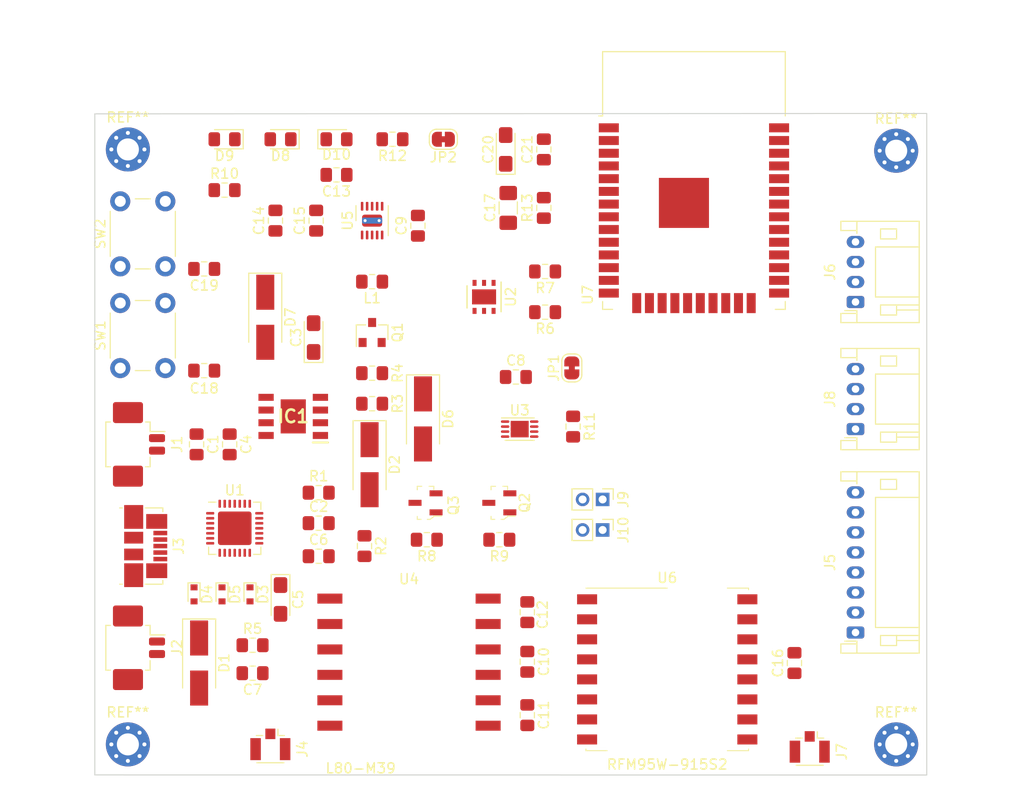
<source format=kicad_pcb>
(kicad_pcb (version 20171130) (host pcbnew "(5.0.2)-1")

  (general
    (thickness 1.6)
    (drawings 4)
    (tracks 0)
    (zones 0)
    (modules 74)
    (nets 93)
  )

  (page A4)
  (layers
    (0 F.Cu signal)
    (31 B.Cu signal)
    (32 B.Adhes user)
    (33 F.Adhes user)
    (34 B.Paste user)
    (35 F.Paste user)
    (36 B.SilkS user)
    (37 F.SilkS user)
    (38 B.Mask user)
    (39 F.Mask user)
    (40 Dwgs.User user)
    (41 Cmts.User user)
    (42 Eco1.User user)
    (43 Eco2.User user)
    (44 Edge.Cuts user)
    (45 Margin user)
    (46 B.CrtYd user)
    (47 F.CrtYd user)
    (48 B.Fab user)
    (49 F.Fab user)
  )

  (setup
    (last_trace_width 0.25)
    (trace_clearance 0.2)
    (zone_clearance 0.508)
    (zone_45_only no)
    (trace_min 0.2)
    (segment_width 0.2)
    (edge_width 0.1)
    (via_size 0.8)
    (via_drill 0.4)
    (via_min_size 0.4)
    (via_min_drill 0.3)
    (uvia_size 0.3)
    (uvia_drill 0.1)
    (uvias_allowed no)
    (uvia_min_size 0.2)
    (uvia_min_drill 0.1)
    (pcb_text_width 0.3)
    (pcb_text_size 1.5 1.5)
    (mod_edge_width 0.15)
    (mod_text_size 1 1)
    (mod_text_width 0.15)
    (pad_size 1.5 1.5)
    (pad_drill 0.6)
    (pad_to_mask_clearance 0)
    (solder_mask_min_width 0.25)
    (aux_axis_origin 0 0)
    (visible_elements 7FFFFFFF)
    (pcbplotparams
      (layerselection 0x010fc_ffffffff)
      (usegerberextensions false)
      (usegerberattributes false)
      (usegerberadvancedattributes false)
      (creategerberjobfile false)
      (excludeedgelayer true)
      (linewidth 0.100000)
      (plotframeref false)
      (viasonmask false)
      (mode 1)
      (useauxorigin false)
      (hpglpennumber 1)
      (hpglpenspeed 20)
      (hpglpendiameter 15.000000)
      (psnegative false)
      (psa4output false)
      (plotreference true)
      (plotvalue true)
      (plotinvisibletext false)
      (padsonsilk false)
      (subtractmaskfromsilk false)
      (outputformat 1)
      (mirror false)
      (drillshape 1)
      (scaleselection 1)
      (outputdirectory ""))
  )

  (net 0 "")
  (net 1 GND)
  (net 2 /BATT)
  (net 3 /VBUS)
  (net 4 /VIN)
  (net 5 /CP_VDD)
  (net 6 /GPS_RESET)
  (net 7 /V_INPUT)
  (net 8 VCC)
  (net 9 "Net-(C13-Pad1)")
  (net 10 /EN)
  (net 11 "Net-(D1-Pad2)")
  (net 12 /USB_D+)
  (net 13 /USB_D-)
  (net 14 "Net-(D7-Pad1)")
  (net 15 "Net-(D8-Pad2)")
  (net 16 "Net-(D8-Pad1)")
  (net 17 "Net-(D9-Pad1)")
  (net 18 "Net-(D10-Pad2)")
  (net 19 "Net-(IC1-Pad2)")
  (net 20 "Net-(IC1-Pad9)")
  (net 21 "Net-(J3-Pad4)")
  (net 22 "Net-(J4-Pad1)")
  (net 23 /IO4)
  (net 24 /IO15)
  (net 25 /IO27)
  (net 26 /IO25)
  (net 27 /IO33)
  (net 28 /IO32)
  (net 29 /ESP_SDA)
  (net 30 /ESP_SCL)
  (net 31 "Net-(J7-Pad1)")
  (net 32 "Net-(JP1-Pad1)")
  (net 33 "Net-(JP2-Pad2)")
  (net 34 "Net-(L1-Pad1)")
  (net 35 "Net-(L1-Pad2)")
  (net 36 /RTS)
  (net 37 "Net-(Q2-Pad1)")
  (net 38 "Net-(Q3-Pad1)")
  (net 39 /IO0)
  (net 40 /DTR)
  (net 41 "Net-(R1-Pad1)")
  (net 42 "Net-(R2-Pad1)")
  (net 43 "Net-(U1-Pad1)")
  (net 44 "Net-(U1-Pad2)")
  (net 45 "Net-(U1-Pad10)")
  (net 46 "Net-(U1-Pad12)")
  (net 47 "Net-(U1-Pad13)")
  (net 48 "Net-(U1-Pad14)")
  (net 49 "Net-(U1-Pad15)")
  (net 50 "Net-(U1-Pad16)")
  (net 51 "Net-(U1-Pad17)")
  (net 52 "Net-(U1-Pad18)")
  (net 53 "Net-(U1-Pad19)")
  (net 54 "Net-(U1-Pad20)")
  (net 55 "Net-(U1-Pad21)")
  (net 56 "Net-(U1-Pad22)")
  (net 57 "Net-(U1-Pad23)")
  (net 58 /ESP_TX)
  (net 59 /ESP_RX)
  (net 60 "Net-(U1-Pad27)")
  (net 61 "Net-(U2-Pad3)")
  (net 62 "Net-(U2-Pad4)")
  (net 63 /GPS_RX)
  (net 64 /GPS_TX)
  (net 65 /GPS_PPS)
  (net 66 "Net-(U4-Pad7)")
  (net 67 "Net-(U4-Pad8)")
  (net 68 "Net-(U4-Pad9)")
  (net 69 "Net-(U5-Pad11)")
  (net 70 /VSPI_MISO)
  (net 71 /VSPI_MOSI)
  (net 72 /VSPI_SCK)
  (net 73 /LORA_CS)
  (net 74 /LORA_RESET)
  (net 75 "Net-(U6-Pad7)")
  (net 76 "Net-(U6-Pad11)")
  (net 77 "Net-(U6-Pad12)")
  (net 78 /LORA_DIO0)
  (net 79 /LORA_DIO1)
  (net 80 /LORA_DIO2)
  (net 81 "Net-(U7-Pad17)")
  (net 82 "Net-(U7-Pad18)")
  (net 83 "Net-(U7-Pad19)")
  (net 84 "Net-(U7-Pad20)")
  (net 85 "Net-(U7-Pad21)")
  (net 86 "Net-(U7-Pad22)")
  (net 87 "Net-(U7-Pad32)")
  (net 88 "Net-(U7-Pad4)")
  (net 89 "Net-(U7-Pad5)")
  (net 90 "Net-(U7-Pad24)")
  (net 91 /CP_TX)
  (net 92 /CP_RX)

  (net_class Default "This is the default net class."
    (clearance 0.2)
    (trace_width 0.25)
    (via_dia 0.8)
    (via_drill 0.4)
    (uvia_dia 0.3)
    (uvia_drill 0.1)
    (add_net /BATT)
    (add_net /CP_RX)
    (add_net /CP_TX)
    (add_net /CP_VDD)
    (add_net /DTR)
    (add_net /EN)
    (add_net /ESP_RX)
    (add_net /ESP_SCL)
    (add_net /ESP_SDA)
    (add_net /ESP_TX)
    (add_net /GPS_PPS)
    (add_net /GPS_RESET)
    (add_net /GPS_RX)
    (add_net /GPS_TX)
    (add_net /IO0)
    (add_net /IO15)
    (add_net /IO25)
    (add_net /IO27)
    (add_net /IO32)
    (add_net /IO33)
    (add_net /IO4)
    (add_net /LORA_CS)
    (add_net /LORA_DIO0)
    (add_net /LORA_DIO1)
    (add_net /LORA_DIO2)
    (add_net /LORA_RESET)
    (add_net /RTS)
    (add_net /USB_D+)
    (add_net /USB_D-)
    (add_net /VBUS)
    (add_net /VIN)
    (add_net /VSPI_MISO)
    (add_net /VSPI_MOSI)
    (add_net /VSPI_SCK)
    (add_net /V_INPUT)
    (add_net GND)
    (add_net "Net-(C13-Pad1)")
    (add_net "Net-(D1-Pad2)")
    (add_net "Net-(D10-Pad2)")
    (add_net "Net-(D7-Pad1)")
    (add_net "Net-(D8-Pad1)")
    (add_net "Net-(D8-Pad2)")
    (add_net "Net-(D9-Pad1)")
    (add_net "Net-(IC1-Pad2)")
    (add_net "Net-(IC1-Pad9)")
    (add_net "Net-(J3-Pad4)")
    (add_net "Net-(J4-Pad1)")
    (add_net "Net-(J7-Pad1)")
    (add_net "Net-(JP1-Pad1)")
    (add_net "Net-(JP2-Pad2)")
    (add_net "Net-(L1-Pad1)")
    (add_net "Net-(L1-Pad2)")
    (add_net "Net-(Q2-Pad1)")
    (add_net "Net-(Q3-Pad1)")
    (add_net "Net-(R1-Pad1)")
    (add_net "Net-(R2-Pad1)")
    (add_net "Net-(U1-Pad1)")
    (add_net "Net-(U1-Pad10)")
    (add_net "Net-(U1-Pad12)")
    (add_net "Net-(U1-Pad13)")
    (add_net "Net-(U1-Pad14)")
    (add_net "Net-(U1-Pad15)")
    (add_net "Net-(U1-Pad16)")
    (add_net "Net-(U1-Pad17)")
    (add_net "Net-(U1-Pad18)")
    (add_net "Net-(U1-Pad19)")
    (add_net "Net-(U1-Pad2)")
    (add_net "Net-(U1-Pad20)")
    (add_net "Net-(U1-Pad21)")
    (add_net "Net-(U1-Pad22)")
    (add_net "Net-(U1-Pad23)")
    (add_net "Net-(U1-Pad27)")
    (add_net "Net-(U2-Pad3)")
    (add_net "Net-(U2-Pad4)")
    (add_net "Net-(U4-Pad7)")
    (add_net "Net-(U4-Pad8)")
    (add_net "Net-(U4-Pad9)")
    (add_net "Net-(U5-Pad11)")
    (add_net "Net-(U6-Pad11)")
    (add_net "Net-(U6-Pad12)")
    (add_net "Net-(U6-Pad7)")
    (add_net "Net-(U7-Pad17)")
    (add_net "Net-(U7-Pad18)")
    (add_net "Net-(U7-Pad19)")
    (add_net "Net-(U7-Pad20)")
    (add_net "Net-(U7-Pad21)")
    (add_net "Net-(U7-Pad22)")
    (add_net "Net-(U7-Pad24)")
    (add_net "Net-(U7-Pad32)")
    (add_net "Net-(U7-Pad4)")
    (add_net "Net-(U7-Pad5)")
    (add_net VCC)
  )

  (module Capacitor_SMD:C_0805_2012Metric_Pad1.15x1.40mm_HandSolder (layer F.Cu) (tedit 5B36C52B) (tstamp 5C5A8033)
    (at 113.03 96.52 270)
    (descr "Capacitor SMD 0805 (2012 Metric), square (rectangular) end terminal, IPC_7351 nominal with elongated pad for handsoldering. (Body size source: https://docs.google.com/spreadsheets/d/1BsfQQcO9C6DZCsRaXUlFlo91Tg2WpOkGARC1WS5S8t0/edit?usp=sharing), generated with kicad-footprint-generator")
    (tags "capacitor handsolder")
    (path /5C1C546C)
    (attr smd)
    (fp_text reference C1 (at 0 -1.65 270) (layer F.SilkS)
      (effects (font (size 1 1) (thickness 0.15)))
    )
    (fp_text value "16V 4.7uF" (at 0 1.65 270) (layer F.Fab)
      (effects (font (size 1 1) (thickness 0.15)))
    )
    (fp_text user %R (at 0 0 270) (layer F.Fab)
      (effects (font (size 0.5 0.5) (thickness 0.08)))
    )
    (fp_line (start 1.85 0.95) (end -1.85 0.95) (layer F.CrtYd) (width 0.05))
    (fp_line (start 1.85 -0.95) (end 1.85 0.95) (layer F.CrtYd) (width 0.05))
    (fp_line (start -1.85 -0.95) (end 1.85 -0.95) (layer F.CrtYd) (width 0.05))
    (fp_line (start -1.85 0.95) (end -1.85 -0.95) (layer F.CrtYd) (width 0.05))
    (fp_line (start -0.261252 0.71) (end 0.261252 0.71) (layer F.SilkS) (width 0.12))
    (fp_line (start -0.261252 -0.71) (end 0.261252 -0.71) (layer F.SilkS) (width 0.12))
    (fp_line (start 1 0.6) (end -1 0.6) (layer F.Fab) (width 0.1))
    (fp_line (start 1 -0.6) (end 1 0.6) (layer F.Fab) (width 0.1))
    (fp_line (start -1 -0.6) (end 1 -0.6) (layer F.Fab) (width 0.1))
    (fp_line (start -1 0.6) (end -1 -0.6) (layer F.Fab) (width 0.1))
    (pad 2 smd roundrect (at 1.025 0 270) (size 1.15 1.4) (layers F.Cu F.Paste F.Mask) (roundrect_rratio 0.217391)
      (net 1 GND))
    (pad 1 smd roundrect (at -1.025 0 270) (size 1.15 1.4) (layers F.Cu F.Paste F.Mask) (roundrect_rratio 0.217391)
      (net 2 /BATT))
    (model ${KISYS3DMOD}/Capacitor_SMD.3dshapes/C_0805_2012Metric.wrl
      (at (xyz 0 0 0))
      (scale (xyz 1 1 1))
      (rotate (xyz 0 0 0))
    )
  )

  (module Capacitor_SMD:C_0805_2012Metric_Pad1.15x1.40mm_HandSolder (layer F.Cu) (tedit 5B36C52B) (tstamp 5C5A8044)
    (at 125.222 104.394)
    (descr "Capacitor SMD 0805 (2012 Metric), square (rectangular) end terminal, IPC_7351 nominal with elongated pad for handsoldering. (Body size source: https://docs.google.com/spreadsheets/d/1BsfQQcO9C6DZCsRaXUlFlo91Tg2WpOkGARC1WS5S8t0/edit?usp=sharing), generated with kicad-footprint-generator")
    (tags "capacitor handsolder")
    (path /5C2A23B6)
    (attr smd)
    (fp_text reference C2 (at 0 -1.65) (layer F.SilkS)
      (effects (font (size 1 1) (thickness 0.15)))
    )
    (fp_text value 1uF (at 0 1.65) (layer F.Fab)
      (effects (font (size 1 1) (thickness 0.15)))
    )
    (fp_text user %R (at 0 0) (layer F.Fab)
      (effects (font (size 0.5 0.5) (thickness 0.08)))
    )
    (fp_line (start 1.85 0.95) (end -1.85 0.95) (layer F.CrtYd) (width 0.05))
    (fp_line (start 1.85 -0.95) (end 1.85 0.95) (layer F.CrtYd) (width 0.05))
    (fp_line (start -1.85 -0.95) (end 1.85 -0.95) (layer F.CrtYd) (width 0.05))
    (fp_line (start -1.85 0.95) (end -1.85 -0.95) (layer F.CrtYd) (width 0.05))
    (fp_line (start -0.261252 0.71) (end 0.261252 0.71) (layer F.SilkS) (width 0.12))
    (fp_line (start -0.261252 -0.71) (end 0.261252 -0.71) (layer F.SilkS) (width 0.12))
    (fp_line (start 1 0.6) (end -1 0.6) (layer F.Fab) (width 0.1))
    (fp_line (start 1 -0.6) (end 1 0.6) (layer F.Fab) (width 0.1))
    (fp_line (start -1 -0.6) (end 1 -0.6) (layer F.Fab) (width 0.1))
    (fp_line (start -1 0.6) (end -1 -0.6) (layer F.Fab) (width 0.1))
    (pad 2 smd roundrect (at 1.025 0) (size 1.15 1.4) (layers F.Cu F.Paste F.Mask) (roundrect_rratio 0.217391)
      (net 1 GND))
    (pad 1 smd roundrect (at -1.025 0) (size 1.15 1.4) (layers F.Cu F.Paste F.Mask) (roundrect_rratio 0.217391)
      (net 3 /VBUS))
    (model ${KISYS3DMOD}/Capacitor_SMD.3dshapes/C_0805_2012Metric.wrl
      (at (xyz 0 0 0))
      (scale (xyz 1 1 1))
      (rotate (xyz 0 0 0))
    )
  )

  (module Capacitor_Tantalum_SMD:CP_EIA-3216-18_Kemet-A_Pad1.58x1.35mm_HandSolder (layer F.Cu) (tedit 5B301BBE) (tstamp 5C5A8057)
    (at 124.714 85.852 90)
    (descr "Tantalum Capacitor SMD Kemet-A (3216-18 Metric), IPC_7351 nominal, (Body size from: http://www.kemet.com/Lists/ProductCatalog/Attachments/253/KEM_TC101_STD.pdf), generated with kicad-footprint-generator")
    (tags "capacitor tantalum")
    (path /5C1C51B4)
    (attr smd)
    (fp_text reference C3 (at 0 -1.75 90) (layer F.SilkS)
      (effects (font (size 1 1) (thickness 0.15)))
    )
    (fp_text value "16V 22uF" (at 0 1.75 90) (layer F.Fab)
      (effects (font (size 1 1) (thickness 0.15)))
    )
    (fp_line (start 1.6 -0.8) (end -1.2 -0.8) (layer F.Fab) (width 0.1))
    (fp_line (start -1.2 -0.8) (end -1.6 -0.4) (layer F.Fab) (width 0.1))
    (fp_line (start -1.6 -0.4) (end -1.6 0.8) (layer F.Fab) (width 0.1))
    (fp_line (start -1.6 0.8) (end 1.6 0.8) (layer F.Fab) (width 0.1))
    (fp_line (start 1.6 0.8) (end 1.6 -0.8) (layer F.Fab) (width 0.1))
    (fp_line (start 1.6 -0.935) (end -2.485 -0.935) (layer F.SilkS) (width 0.12))
    (fp_line (start -2.485 -0.935) (end -2.485 0.935) (layer F.SilkS) (width 0.12))
    (fp_line (start -2.485 0.935) (end 1.6 0.935) (layer F.SilkS) (width 0.12))
    (fp_line (start -2.48 1.05) (end -2.48 -1.05) (layer F.CrtYd) (width 0.05))
    (fp_line (start -2.48 -1.05) (end 2.48 -1.05) (layer F.CrtYd) (width 0.05))
    (fp_line (start 2.48 -1.05) (end 2.48 1.05) (layer F.CrtYd) (width 0.05))
    (fp_line (start 2.48 1.05) (end -2.48 1.05) (layer F.CrtYd) (width 0.05))
    (fp_text user %R (at 0 0 90) (layer F.Fab)
      (effects (font (size 0.8 0.8) (thickness 0.12)))
    )
    (pad 1 smd roundrect (at -1.4375 0 90) (size 1.575 1.35) (layers F.Cu F.Paste F.Mask) (roundrect_rratio 0.185185)
      (net 4 /VIN))
    (pad 2 smd roundrect (at 1.4375 0 90) (size 1.575 1.35) (layers F.Cu F.Paste F.Mask) (roundrect_rratio 0.185185)
      (net 1 GND))
    (model ${KISYS3DMOD}/Capacitor_Tantalum_SMD.3dshapes/CP_EIA-3216-18_Kemet-A.wrl
      (at (xyz 0 0 0))
      (scale (xyz 1 1 1))
      (rotate (xyz 0 0 0))
    )
  )

  (module Capacitor_SMD:C_0805_2012Metric_Pad1.15x1.40mm_HandSolder (layer F.Cu) (tedit 5B36C52B) (tstamp 5C5A8068)
    (at 116.332 96.52 270)
    (descr "Capacitor SMD 0805 (2012 Metric), square (rectangular) end terminal, IPC_7351 nominal with elongated pad for handsoldering. (Body size source: https://docs.google.com/spreadsheets/d/1BsfQQcO9C6DZCsRaXUlFlo91Tg2WpOkGARC1WS5S8t0/edit?usp=sharing), generated with kicad-footprint-generator")
    (tags "capacitor handsolder")
    (path /5C1C54FC)
    (attr smd)
    (fp_text reference C4 (at 0 -1.65 270) (layer F.SilkS)
      (effects (font (size 1 1) (thickness 0.15)))
    )
    (fp_text value "16V 4.7uF" (at 0 1.65 270) (layer F.Fab)
      (effects (font (size 1 1) (thickness 0.15)))
    )
    (fp_line (start -1 0.6) (end -1 -0.6) (layer F.Fab) (width 0.1))
    (fp_line (start -1 -0.6) (end 1 -0.6) (layer F.Fab) (width 0.1))
    (fp_line (start 1 -0.6) (end 1 0.6) (layer F.Fab) (width 0.1))
    (fp_line (start 1 0.6) (end -1 0.6) (layer F.Fab) (width 0.1))
    (fp_line (start -0.261252 -0.71) (end 0.261252 -0.71) (layer F.SilkS) (width 0.12))
    (fp_line (start -0.261252 0.71) (end 0.261252 0.71) (layer F.SilkS) (width 0.12))
    (fp_line (start -1.85 0.95) (end -1.85 -0.95) (layer F.CrtYd) (width 0.05))
    (fp_line (start -1.85 -0.95) (end 1.85 -0.95) (layer F.CrtYd) (width 0.05))
    (fp_line (start 1.85 -0.95) (end 1.85 0.95) (layer F.CrtYd) (width 0.05))
    (fp_line (start 1.85 0.95) (end -1.85 0.95) (layer F.CrtYd) (width 0.05))
    (fp_text user %R (at 0 0 270) (layer F.Fab)
      (effects (font (size 0.5 0.5) (thickness 0.08)))
    )
    (pad 1 smd roundrect (at -1.025 0 270) (size 1.15 1.4) (layers F.Cu F.Paste F.Mask) (roundrect_rratio 0.217391)
      (net 2 /BATT))
    (pad 2 smd roundrect (at 1.025 0 270) (size 1.15 1.4) (layers F.Cu F.Paste F.Mask) (roundrect_rratio 0.217391)
      (net 1 GND))
    (model ${KISYS3DMOD}/Capacitor_SMD.3dshapes/C_0805_2012Metric.wrl
      (at (xyz 0 0 0))
      (scale (xyz 1 1 1))
      (rotate (xyz 0 0 0))
    )
  )

  (module Capacitor_Tantalum_SMD:CP_EIA-3216-18_Kemet-A_Pad1.58x1.35mm_HandSolder (layer F.Cu) (tedit 5B301BBE) (tstamp 5C5A807B)
    (at 121.412 112.014 270)
    (descr "Tantalum Capacitor SMD Kemet-A (3216-18 Metric), IPC_7351 nominal, (Body size from: http://www.kemet.com/Lists/ProductCatalog/Attachments/253/KEM_TC101_STD.pdf), generated with kicad-footprint-generator")
    (tags "capacitor tantalum")
    (path /5C2A10EC)
    (attr smd)
    (fp_text reference C5 (at 0 -1.75 270) (layer F.SilkS)
      (effects (font (size 1 1) (thickness 0.15)))
    )
    (fp_text value "4.7uF Tantalum" (at 0 1.75 270) (layer F.Fab)
      (effects (font (size 1 1) (thickness 0.15)))
    )
    (fp_line (start 1.6 -0.8) (end -1.2 -0.8) (layer F.Fab) (width 0.1))
    (fp_line (start -1.2 -0.8) (end -1.6 -0.4) (layer F.Fab) (width 0.1))
    (fp_line (start -1.6 -0.4) (end -1.6 0.8) (layer F.Fab) (width 0.1))
    (fp_line (start -1.6 0.8) (end 1.6 0.8) (layer F.Fab) (width 0.1))
    (fp_line (start 1.6 0.8) (end 1.6 -0.8) (layer F.Fab) (width 0.1))
    (fp_line (start 1.6 -0.935) (end -2.485 -0.935) (layer F.SilkS) (width 0.12))
    (fp_line (start -2.485 -0.935) (end -2.485 0.935) (layer F.SilkS) (width 0.12))
    (fp_line (start -2.485 0.935) (end 1.6 0.935) (layer F.SilkS) (width 0.12))
    (fp_line (start -2.48 1.05) (end -2.48 -1.05) (layer F.CrtYd) (width 0.05))
    (fp_line (start -2.48 -1.05) (end 2.48 -1.05) (layer F.CrtYd) (width 0.05))
    (fp_line (start 2.48 -1.05) (end 2.48 1.05) (layer F.CrtYd) (width 0.05))
    (fp_line (start 2.48 1.05) (end -2.48 1.05) (layer F.CrtYd) (width 0.05))
    (fp_text user %R (at 0 0 270) (layer F.Fab)
      (effects (font (size 0.8 0.8) (thickness 0.12)))
    )
    (pad 1 smd roundrect (at -1.4375 0 270) (size 1.575 1.35) (layers F.Cu F.Paste F.Mask) (roundrect_rratio 0.185185)
      (net 5 /CP_VDD))
    (pad 2 smd roundrect (at 1.4375 0 270) (size 1.575 1.35) (layers F.Cu F.Paste F.Mask) (roundrect_rratio 0.185185)
      (net 1 GND))
    (model ${KISYS3DMOD}/Capacitor_Tantalum_SMD.3dshapes/CP_EIA-3216-18_Kemet-A.wrl
      (at (xyz 0 0 0))
      (scale (xyz 1 1 1))
      (rotate (xyz 0 0 0))
    )
  )

  (module Capacitor_SMD:C_0805_2012Metric_Pad1.15x1.40mm_HandSolder (layer F.Cu) (tedit 5B36C52B) (tstamp 5C5A808C)
    (at 125.222 107.696)
    (descr "Capacitor SMD 0805 (2012 Metric), square (rectangular) end terminal, IPC_7351 nominal with elongated pad for handsoldering. (Body size source: https://docs.google.com/spreadsheets/d/1BsfQQcO9C6DZCsRaXUlFlo91Tg2WpOkGARC1WS5S8t0/edit?usp=sharing), generated with kicad-footprint-generator")
    (tags "capacitor handsolder")
    (path /5C23A2F9)
    (attr smd)
    (fp_text reference C6 (at 0 -1.65) (layer F.SilkS)
      (effects (font (size 1 1) (thickness 0.15)))
    )
    (fp_text value 0.1uF (at 0 1.65) (layer F.Fab)
      (effects (font (size 1 1) (thickness 0.15)))
    )
    (fp_line (start -1 0.6) (end -1 -0.6) (layer F.Fab) (width 0.1))
    (fp_line (start -1 -0.6) (end 1 -0.6) (layer F.Fab) (width 0.1))
    (fp_line (start 1 -0.6) (end 1 0.6) (layer F.Fab) (width 0.1))
    (fp_line (start 1 0.6) (end -1 0.6) (layer F.Fab) (width 0.1))
    (fp_line (start -0.261252 -0.71) (end 0.261252 -0.71) (layer F.SilkS) (width 0.12))
    (fp_line (start -0.261252 0.71) (end 0.261252 0.71) (layer F.SilkS) (width 0.12))
    (fp_line (start -1.85 0.95) (end -1.85 -0.95) (layer F.CrtYd) (width 0.05))
    (fp_line (start -1.85 -0.95) (end 1.85 -0.95) (layer F.CrtYd) (width 0.05))
    (fp_line (start 1.85 -0.95) (end 1.85 0.95) (layer F.CrtYd) (width 0.05))
    (fp_line (start 1.85 0.95) (end -1.85 0.95) (layer F.CrtYd) (width 0.05))
    (fp_text user %R (at 0 0) (layer F.Fab)
      (effects (font (size 0.5 0.5) (thickness 0.08)))
    )
    (pad 1 smd roundrect (at -1.025 0) (size 1.15 1.4) (layers F.Cu F.Paste F.Mask) (roundrect_rratio 0.217391)
      (net 5 /CP_VDD))
    (pad 2 smd roundrect (at 1.025 0) (size 1.15 1.4) (layers F.Cu F.Paste F.Mask) (roundrect_rratio 0.217391)
      (net 1 GND))
    (model ${KISYS3DMOD}/Capacitor_SMD.3dshapes/C_0805_2012Metric.wrl
      (at (xyz 0 0 0))
      (scale (xyz 1 1 1))
      (rotate (xyz 0 0 0))
    )
  )

  (module Capacitor_SMD:C_0805_2012Metric_Pad1.15x1.40mm_HandSolder (layer F.Cu) (tedit 5B36C52B) (tstamp 5C5A809D)
    (at 118.618 119.38 180)
    (descr "Capacitor SMD 0805 (2012 Metric), square (rectangular) end terminal, IPC_7351 nominal with elongated pad for handsoldering. (Body size source: https://docs.google.com/spreadsheets/d/1BsfQQcO9C6DZCsRaXUlFlo91Tg2WpOkGARC1WS5S8t0/edit?usp=sharing), generated with kicad-footprint-generator")
    (tags "capacitor handsolder")
    (path /5C53F257)
    (attr smd)
    (fp_text reference C7 (at 0 -1.65 180) (layer F.SilkS)
      (effects (font (size 1 1) (thickness 0.15)))
    )
    (fp_text value 0.1uF (at -2.54 0 270) (layer F.Fab)
      (effects (font (size 1 1) (thickness 0.15)))
    )
    (fp_line (start -1 0.6) (end -1 -0.6) (layer F.Fab) (width 0.1))
    (fp_line (start -1 -0.6) (end 1 -0.6) (layer F.Fab) (width 0.1))
    (fp_line (start 1 -0.6) (end 1 0.6) (layer F.Fab) (width 0.1))
    (fp_line (start 1 0.6) (end -1 0.6) (layer F.Fab) (width 0.1))
    (fp_line (start -0.261252 -0.71) (end 0.261252 -0.71) (layer F.SilkS) (width 0.12))
    (fp_line (start -0.261252 0.71) (end 0.261252 0.71) (layer F.SilkS) (width 0.12))
    (fp_line (start -1.85 0.95) (end -1.85 -0.95) (layer F.CrtYd) (width 0.05))
    (fp_line (start -1.85 -0.95) (end 1.85 -0.95) (layer F.CrtYd) (width 0.05))
    (fp_line (start 1.85 -0.95) (end 1.85 0.95) (layer F.CrtYd) (width 0.05))
    (fp_line (start 1.85 0.95) (end -1.85 0.95) (layer F.CrtYd) (width 0.05))
    (fp_text user %R (at 0 0 180) (layer F.Fab)
      (effects (font (size 0.5 0.5) (thickness 0.08)))
    )
    (pad 1 smd roundrect (at -1.025 0 180) (size 1.15 1.4) (layers F.Cu F.Paste F.Mask) (roundrect_rratio 0.217391)
      (net 6 /GPS_RESET))
    (pad 2 smd roundrect (at 1.025 0 180) (size 1.15 1.4) (layers F.Cu F.Paste F.Mask) (roundrect_rratio 0.217391)
      (net 1 GND))
    (model ${KISYS3DMOD}/Capacitor_SMD.3dshapes/C_0805_2012Metric.wrl
      (at (xyz 0 0 0))
      (scale (xyz 1 1 1))
      (rotate (xyz 0 0 0))
    )
  )

  (module Capacitor_SMD:C_0805_2012Metric_Pad1.15x1.40mm_HandSolder (layer F.Cu) (tedit 5B36C52B) (tstamp 5C5A80AE)
    (at 144.907 89.789)
    (descr "Capacitor SMD 0805 (2012 Metric), square (rectangular) end terminal, IPC_7351 nominal with elongated pad for handsoldering. (Body size source: https://docs.google.com/spreadsheets/d/1BsfQQcO9C6DZCsRaXUlFlo91Tg2WpOkGARC1WS5S8t0/edit?usp=sharing), generated with kicad-footprint-generator")
    (tags "capacitor handsolder")
    (path /5C5263E2)
    (attr smd)
    (fp_text reference C8 (at 0 -1.65) (layer F.SilkS)
      (effects (font (size 1 1) (thickness 0.15)))
    )
    (fp_text value 0.1uF (at 0 1.65) (layer F.Fab)
      (effects (font (size 1 1) (thickness 0.15)))
    )
    (fp_text user %R (at 0 0) (layer F.Fab)
      (effects (font (size 0.5 0.5) (thickness 0.08)))
    )
    (fp_line (start 1.85 0.95) (end -1.85 0.95) (layer F.CrtYd) (width 0.05))
    (fp_line (start 1.85 -0.95) (end 1.85 0.95) (layer F.CrtYd) (width 0.05))
    (fp_line (start -1.85 -0.95) (end 1.85 -0.95) (layer F.CrtYd) (width 0.05))
    (fp_line (start -1.85 0.95) (end -1.85 -0.95) (layer F.CrtYd) (width 0.05))
    (fp_line (start -0.261252 0.71) (end 0.261252 0.71) (layer F.SilkS) (width 0.12))
    (fp_line (start -0.261252 -0.71) (end 0.261252 -0.71) (layer F.SilkS) (width 0.12))
    (fp_line (start 1 0.6) (end -1 0.6) (layer F.Fab) (width 0.1))
    (fp_line (start 1 -0.6) (end 1 0.6) (layer F.Fab) (width 0.1))
    (fp_line (start -1 -0.6) (end 1 -0.6) (layer F.Fab) (width 0.1))
    (fp_line (start -1 0.6) (end -1 -0.6) (layer F.Fab) (width 0.1))
    (pad 2 smd roundrect (at 1.025 0) (size 1.15 1.4) (layers F.Cu F.Paste F.Mask) (roundrect_rratio 0.217391)
      (net 1 GND))
    (pad 1 smd roundrect (at -1.025 0) (size 1.15 1.4) (layers F.Cu F.Paste F.Mask) (roundrect_rratio 0.217391)
      (net 2 /BATT))
    (model ${KISYS3DMOD}/Capacitor_SMD.3dshapes/C_0805_2012Metric.wrl
      (at (xyz 0 0 0))
      (scale (xyz 1 1 1))
      (rotate (xyz 0 0 0))
    )
  )

  (module Capacitor_SMD:C_0805_2012Metric_Pad1.15x1.40mm_HandSolder (layer F.Cu) (tedit 5B36C52B) (tstamp 5C5A80BF)
    (at 135.128 74.676 90)
    (descr "Capacitor SMD 0805 (2012 Metric), square (rectangular) end terminal, IPC_7351 nominal with elongated pad for handsoldering. (Body size source: https://docs.google.com/spreadsheets/d/1BsfQQcO9C6DZCsRaXUlFlo91Tg2WpOkGARC1WS5S8t0/edit?usp=sharing), generated with kicad-footprint-generator")
    (tags "capacitor handsolder")
    (path /5C6785AE)
    (attr smd)
    (fp_text reference C9 (at 0 -1.65 90) (layer F.SilkS)
      (effects (font (size 1 1) (thickness 0.15)))
    )
    (fp_text value 10uF (at 0 1.65 90) (layer F.Fab)
      (effects (font (size 1 1) (thickness 0.15)))
    )
    (fp_text user %R (at 0 0 90) (layer F.Fab)
      (effects (font (size 0.5 0.5) (thickness 0.08)))
    )
    (fp_line (start 1.85 0.95) (end -1.85 0.95) (layer F.CrtYd) (width 0.05))
    (fp_line (start 1.85 -0.95) (end 1.85 0.95) (layer F.CrtYd) (width 0.05))
    (fp_line (start -1.85 -0.95) (end 1.85 -0.95) (layer F.CrtYd) (width 0.05))
    (fp_line (start -1.85 0.95) (end -1.85 -0.95) (layer F.CrtYd) (width 0.05))
    (fp_line (start -0.261252 0.71) (end 0.261252 0.71) (layer F.SilkS) (width 0.12))
    (fp_line (start -0.261252 -0.71) (end 0.261252 -0.71) (layer F.SilkS) (width 0.12))
    (fp_line (start 1 0.6) (end -1 0.6) (layer F.Fab) (width 0.1))
    (fp_line (start 1 -0.6) (end 1 0.6) (layer F.Fab) (width 0.1))
    (fp_line (start -1 -0.6) (end 1 -0.6) (layer F.Fab) (width 0.1))
    (fp_line (start -1 0.6) (end -1 -0.6) (layer F.Fab) (width 0.1))
    (pad 2 smd roundrect (at 1.025 0 90) (size 1.15 1.4) (layers F.Cu F.Paste F.Mask) (roundrect_rratio 0.217391)
      (net 1 GND))
    (pad 1 smd roundrect (at -1.025 0 90) (size 1.15 1.4) (layers F.Cu F.Paste F.Mask) (roundrect_rratio 0.217391)
      (net 7 /V_INPUT))
    (model ${KISYS3DMOD}/Capacitor_SMD.3dshapes/C_0805_2012Metric.wrl
      (at (xyz 0 0 0))
      (scale (xyz 1 1 1))
      (rotate (xyz 0 0 0))
    )
  )

  (module Capacitor_SMD:C_0805_2012Metric_Pad1.15x1.40mm_HandSolder (layer F.Cu) (tedit 5B36C52B) (tstamp 5C5A80D0)
    (at 146.05 118.237 270)
    (descr "Capacitor SMD 0805 (2012 Metric), square (rectangular) end terminal, IPC_7351 nominal with elongated pad for handsoldering. (Body size source: https://docs.google.com/spreadsheets/d/1BsfQQcO9C6DZCsRaXUlFlo91Tg2WpOkGARC1WS5S8t0/edit?usp=sharing), generated with kicad-footprint-generator")
    (tags "capacitor handsolder")
    (path /5C52010F)
    (attr smd)
    (fp_text reference C10 (at 0 -1.65 270) (layer F.SilkS)
      (effects (font (size 1 1) (thickness 0.15)))
    )
    (fp_text value 0.1uF (at 2.54 0) (layer F.Fab)
      (effects (font (size 1 1) (thickness 0.15)))
    )
    (fp_text user %R (at 0 0 270) (layer F.Fab)
      (effects (font (size 0.5 0.5) (thickness 0.08)))
    )
    (fp_line (start 1.85 0.95) (end -1.85 0.95) (layer F.CrtYd) (width 0.05))
    (fp_line (start 1.85 -0.95) (end 1.85 0.95) (layer F.CrtYd) (width 0.05))
    (fp_line (start -1.85 -0.95) (end 1.85 -0.95) (layer F.CrtYd) (width 0.05))
    (fp_line (start -1.85 0.95) (end -1.85 -0.95) (layer F.CrtYd) (width 0.05))
    (fp_line (start -0.261252 0.71) (end 0.261252 0.71) (layer F.SilkS) (width 0.12))
    (fp_line (start -0.261252 -0.71) (end 0.261252 -0.71) (layer F.SilkS) (width 0.12))
    (fp_line (start 1 0.6) (end -1 0.6) (layer F.Fab) (width 0.1))
    (fp_line (start 1 -0.6) (end 1 0.6) (layer F.Fab) (width 0.1))
    (fp_line (start -1 -0.6) (end 1 -0.6) (layer F.Fab) (width 0.1))
    (fp_line (start -1 0.6) (end -1 -0.6) (layer F.Fab) (width 0.1))
    (pad 2 smd roundrect (at 1.025 0 270) (size 1.15 1.4) (layers F.Cu F.Paste F.Mask) (roundrect_rratio 0.217391)
      (net 1 GND))
    (pad 1 smd roundrect (at -1.025 0 270) (size 1.15 1.4) (layers F.Cu F.Paste F.Mask) (roundrect_rratio 0.217391)
      (net 8 VCC))
    (model ${KISYS3DMOD}/Capacitor_SMD.3dshapes/C_0805_2012Metric.wrl
      (at (xyz 0 0 0))
      (scale (xyz 1 1 1))
      (rotate (xyz 0 0 0))
    )
  )

  (module Capacitor_SMD:C_0805_2012Metric_Pad1.15x1.40mm_HandSolder (layer F.Cu) (tedit 5B36C52B) (tstamp 5C5A80E1)
    (at 146.05 123.571 270)
    (descr "Capacitor SMD 0805 (2012 Metric), square (rectangular) end terminal, IPC_7351 nominal with elongated pad for handsoldering. (Body size source: https://docs.google.com/spreadsheets/d/1BsfQQcO9C6DZCsRaXUlFlo91Tg2WpOkGARC1WS5S8t0/edit?usp=sharing), generated with kicad-footprint-generator")
    (tags "capacitor handsolder")
    (path /5C5201BF)
    (attr smd)
    (fp_text reference C11 (at 0 -1.65 270) (layer F.SilkS)
      (effects (font (size 1 1) (thickness 0.15)))
    )
    (fp_text value 10uF (at 2.54 0) (layer F.Fab)
      (effects (font (size 1 1) (thickness 0.15)))
    )
    (fp_line (start -1 0.6) (end -1 -0.6) (layer F.Fab) (width 0.1))
    (fp_line (start -1 -0.6) (end 1 -0.6) (layer F.Fab) (width 0.1))
    (fp_line (start 1 -0.6) (end 1 0.6) (layer F.Fab) (width 0.1))
    (fp_line (start 1 0.6) (end -1 0.6) (layer F.Fab) (width 0.1))
    (fp_line (start -0.261252 -0.71) (end 0.261252 -0.71) (layer F.SilkS) (width 0.12))
    (fp_line (start -0.261252 0.71) (end 0.261252 0.71) (layer F.SilkS) (width 0.12))
    (fp_line (start -1.85 0.95) (end -1.85 -0.95) (layer F.CrtYd) (width 0.05))
    (fp_line (start -1.85 -0.95) (end 1.85 -0.95) (layer F.CrtYd) (width 0.05))
    (fp_line (start 1.85 -0.95) (end 1.85 0.95) (layer F.CrtYd) (width 0.05))
    (fp_line (start 1.85 0.95) (end -1.85 0.95) (layer F.CrtYd) (width 0.05))
    (fp_text user %R (at 0 0 270) (layer F.Fab)
      (effects (font (size 0.5 0.5) (thickness 0.08)))
    )
    (pad 1 smd roundrect (at -1.025 0 270) (size 1.15 1.4) (layers F.Cu F.Paste F.Mask) (roundrect_rratio 0.217391)
      (net 8 VCC))
    (pad 2 smd roundrect (at 1.025 0 270) (size 1.15 1.4) (layers F.Cu F.Paste F.Mask) (roundrect_rratio 0.217391)
      (net 1 GND))
    (model ${KISYS3DMOD}/Capacitor_SMD.3dshapes/C_0805_2012Metric.wrl
      (at (xyz 0 0 0))
      (scale (xyz 1 1 1))
      (rotate (xyz 0 0 0))
    )
  )

  (module Capacitor_SMD:C_0805_2012Metric_Pad1.15x1.40mm_HandSolder (layer F.Cu) (tedit 5B36C52B) (tstamp 5C5A80F2)
    (at 146.05 113.284 90)
    (descr "Capacitor SMD 0805 (2012 Metric), square (rectangular) end terminal, IPC_7351 nominal with elongated pad for handsoldering. (Body size source: https://docs.google.com/spreadsheets/d/1BsfQQcO9C6DZCsRaXUlFlo91Tg2WpOkGARC1WS5S8t0/edit?usp=sharing), generated with kicad-footprint-generator")
    (tags "capacitor handsolder")
    (path /5C620D62)
    (attr smd)
    (fp_text reference C12 (at -0.254 1.524 90) (layer F.SilkS)
      (effects (font (size 1 1) (thickness 0.15)))
    )
    (fp_text value 0.1uF (at 2.54 0 180) (layer F.Fab)
      (effects (font (size 1 1) (thickness 0.15)))
    )
    (fp_line (start -1 0.6) (end -1 -0.6) (layer F.Fab) (width 0.1))
    (fp_line (start -1 -0.6) (end 1 -0.6) (layer F.Fab) (width 0.1))
    (fp_line (start 1 -0.6) (end 1 0.6) (layer F.Fab) (width 0.1))
    (fp_line (start 1 0.6) (end -1 0.6) (layer F.Fab) (width 0.1))
    (fp_line (start -0.261252 -0.71) (end 0.261252 -0.71) (layer F.SilkS) (width 0.12))
    (fp_line (start -0.261252 0.71) (end 0.261252 0.71) (layer F.SilkS) (width 0.12))
    (fp_line (start -1.85 0.95) (end -1.85 -0.95) (layer F.CrtYd) (width 0.05))
    (fp_line (start -1.85 -0.95) (end 1.85 -0.95) (layer F.CrtYd) (width 0.05))
    (fp_line (start 1.85 -0.95) (end 1.85 0.95) (layer F.CrtYd) (width 0.05))
    (fp_line (start 1.85 0.95) (end -1.85 0.95) (layer F.CrtYd) (width 0.05))
    (fp_text user %R (at 0 0 90) (layer F.Fab)
      (effects (font (size 0.5 0.5) (thickness 0.08)))
    )
    (pad 1 smd roundrect (at -1.025 0 90) (size 1.15 1.4) (layers F.Cu F.Paste F.Mask) (roundrect_rratio 0.217391)
      (net 8 VCC))
    (pad 2 smd roundrect (at 1.025 0 90) (size 1.15 1.4) (layers F.Cu F.Paste F.Mask) (roundrect_rratio 0.217391)
      (net 1 GND))
    (model ${KISYS3DMOD}/Capacitor_SMD.3dshapes/C_0805_2012Metric.wrl
      (at (xyz 0 0 0))
      (scale (xyz 1 1 1))
      (rotate (xyz 0 0 0))
    )
  )

  (module Capacitor_SMD:C_0805_2012Metric_Pad1.15x1.40mm_HandSolder (layer F.Cu) (tedit 5B36C52B) (tstamp 5C5A8103)
    (at 127 69.596 180)
    (descr "Capacitor SMD 0805 (2012 Metric), square (rectangular) end terminal, IPC_7351 nominal with elongated pad for handsoldering. (Body size source: https://docs.google.com/spreadsheets/d/1BsfQQcO9C6DZCsRaXUlFlo91Tg2WpOkGARC1WS5S8t0/edit?usp=sharing), generated with kicad-footprint-generator")
    (tags "capacitor handsolder")
    (path /5C2E6537)
    (attr smd)
    (fp_text reference C13 (at 0 -1.65 180) (layer F.SilkS)
      (effects (font (size 1 1) (thickness 0.15)))
    )
    (fp_text value 0.1uF (at 0 1.65 180) (layer F.Fab)
      (effects (font (size 1 1) (thickness 0.15)))
    )
    (fp_line (start -1 0.6) (end -1 -0.6) (layer F.Fab) (width 0.1))
    (fp_line (start -1 -0.6) (end 1 -0.6) (layer F.Fab) (width 0.1))
    (fp_line (start 1 -0.6) (end 1 0.6) (layer F.Fab) (width 0.1))
    (fp_line (start 1 0.6) (end -1 0.6) (layer F.Fab) (width 0.1))
    (fp_line (start -0.261252 -0.71) (end 0.261252 -0.71) (layer F.SilkS) (width 0.12))
    (fp_line (start -0.261252 0.71) (end 0.261252 0.71) (layer F.SilkS) (width 0.12))
    (fp_line (start -1.85 0.95) (end -1.85 -0.95) (layer F.CrtYd) (width 0.05))
    (fp_line (start -1.85 -0.95) (end 1.85 -0.95) (layer F.CrtYd) (width 0.05))
    (fp_line (start 1.85 -0.95) (end 1.85 0.95) (layer F.CrtYd) (width 0.05))
    (fp_line (start 1.85 0.95) (end -1.85 0.95) (layer F.CrtYd) (width 0.05))
    (fp_text user %R (at 0 0 180) (layer F.Fab)
      (effects (font (size 0.5 0.5) (thickness 0.08)))
    )
    (pad 1 smd roundrect (at -1.025 0 180) (size 1.15 1.4) (layers F.Cu F.Paste F.Mask) (roundrect_rratio 0.217391)
      (net 9 "Net-(C13-Pad1)"))
    (pad 2 smd roundrect (at 1.025 0 180) (size 1.15 1.4) (layers F.Cu F.Paste F.Mask) (roundrect_rratio 0.217391)
      (net 1 GND))
    (model ${KISYS3DMOD}/Capacitor_SMD.3dshapes/C_0805_2012Metric.wrl
      (at (xyz 0 0 0))
      (scale (xyz 1 1 1))
      (rotate (xyz 0 0 0))
    )
  )

  (module Capacitor_SMD:C_0805_2012Metric_Pad1.15x1.40mm_HandSolder (layer F.Cu) (tedit 5B36C52B) (tstamp 5C5A8114)
    (at 120.904 74.168 90)
    (descr "Capacitor SMD 0805 (2012 Metric), square (rectangular) end terminal, IPC_7351 nominal with elongated pad for handsoldering. (Body size source: https://docs.google.com/spreadsheets/d/1BsfQQcO9C6DZCsRaXUlFlo91Tg2WpOkGARC1WS5S8t0/edit?usp=sharing), generated with kicad-footprint-generator")
    (tags "capacitor handsolder")
    (path /5C69DED5)
    (attr smd)
    (fp_text reference C14 (at 0 -1.65 90) (layer F.SilkS)
      (effects (font (size 1 1) (thickness 0.15)))
    )
    (fp_text value 10uF (at 0 1.65 90) (layer F.Fab)
      (effects (font (size 1 1) (thickness 0.15)))
    )
    (fp_line (start -1 0.6) (end -1 -0.6) (layer F.Fab) (width 0.1))
    (fp_line (start -1 -0.6) (end 1 -0.6) (layer F.Fab) (width 0.1))
    (fp_line (start 1 -0.6) (end 1 0.6) (layer F.Fab) (width 0.1))
    (fp_line (start 1 0.6) (end -1 0.6) (layer F.Fab) (width 0.1))
    (fp_line (start -0.261252 -0.71) (end 0.261252 -0.71) (layer F.SilkS) (width 0.12))
    (fp_line (start -0.261252 0.71) (end 0.261252 0.71) (layer F.SilkS) (width 0.12))
    (fp_line (start -1.85 0.95) (end -1.85 -0.95) (layer F.CrtYd) (width 0.05))
    (fp_line (start -1.85 -0.95) (end 1.85 -0.95) (layer F.CrtYd) (width 0.05))
    (fp_line (start 1.85 -0.95) (end 1.85 0.95) (layer F.CrtYd) (width 0.05))
    (fp_line (start 1.85 0.95) (end -1.85 0.95) (layer F.CrtYd) (width 0.05))
    (fp_text user %R (at 0 0 90) (layer F.Fab)
      (effects (font (size 0.5 0.5) (thickness 0.08)))
    )
    (pad 1 smd roundrect (at -1.025 0 90) (size 1.15 1.4) (layers F.Cu F.Paste F.Mask) (roundrect_rratio 0.217391)
      (net 8 VCC))
    (pad 2 smd roundrect (at 1.025 0 90) (size 1.15 1.4) (layers F.Cu F.Paste F.Mask) (roundrect_rratio 0.217391)
      (net 1 GND))
    (model ${KISYS3DMOD}/Capacitor_SMD.3dshapes/C_0805_2012Metric.wrl
      (at (xyz 0 0 0))
      (scale (xyz 1 1 1))
      (rotate (xyz 0 0 0))
    )
  )

  (module Capacitor_SMD:C_0805_2012Metric_Pad1.15x1.40mm_HandSolder (layer F.Cu) (tedit 5B36C52B) (tstamp 5C5A8125)
    (at 124.968 74.168 90)
    (descr "Capacitor SMD 0805 (2012 Metric), square (rectangular) end terminal, IPC_7351 nominal with elongated pad for handsoldering. (Body size source: https://docs.google.com/spreadsheets/d/1BsfQQcO9C6DZCsRaXUlFlo91Tg2WpOkGARC1WS5S8t0/edit?usp=sharing), generated with kicad-footprint-generator")
    (tags "capacitor handsolder")
    (path /5C69DFE3)
    (attr smd)
    (fp_text reference C15 (at 0 -1.65 90) (layer F.SilkS)
      (effects (font (size 1 1) (thickness 0.15)))
    )
    (fp_text value 10uF (at 0 1.65 90) (layer F.Fab)
      (effects (font (size 1 1) (thickness 0.15)))
    )
    (fp_text user %R (at 0 0 90) (layer F.Fab)
      (effects (font (size 0.5 0.5) (thickness 0.08)))
    )
    (fp_line (start 1.85 0.95) (end -1.85 0.95) (layer F.CrtYd) (width 0.05))
    (fp_line (start 1.85 -0.95) (end 1.85 0.95) (layer F.CrtYd) (width 0.05))
    (fp_line (start -1.85 -0.95) (end 1.85 -0.95) (layer F.CrtYd) (width 0.05))
    (fp_line (start -1.85 0.95) (end -1.85 -0.95) (layer F.CrtYd) (width 0.05))
    (fp_line (start -0.261252 0.71) (end 0.261252 0.71) (layer F.SilkS) (width 0.12))
    (fp_line (start -0.261252 -0.71) (end 0.261252 -0.71) (layer F.SilkS) (width 0.12))
    (fp_line (start 1 0.6) (end -1 0.6) (layer F.Fab) (width 0.1))
    (fp_line (start 1 -0.6) (end 1 0.6) (layer F.Fab) (width 0.1))
    (fp_line (start -1 -0.6) (end 1 -0.6) (layer F.Fab) (width 0.1))
    (fp_line (start -1 0.6) (end -1 -0.6) (layer F.Fab) (width 0.1))
    (pad 2 smd roundrect (at 1.025 0 90) (size 1.15 1.4) (layers F.Cu F.Paste F.Mask) (roundrect_rratio 0.217391)
      (net 1 GND))
    (pad 1 smd roundrect (at -1.025 0 90) (size 1.15 1.4) (layers F.Cu F.Paste F.Mask) (roundrect_rratio 0.217391)
      (net 8 VCC))
    (model ${KISYS3DMOD}/Capacitor_SMD.3dshapes/C_0805_2012Metric.wrl
      (at (xyz 0 0 0))
      (scale (xyz 1 1 1))
      (rotate (xyz 0 0 0))
    )
  )

  (module Capacitor_SMD:C_0805_2012Metric_Pad1.15x1.40mm_HandSolder (layer F.Cu) (tedit 5B36C52B) (tstamp 5C5A8136)
    (at 172.72 118.364 90)
    (descr "Capacitor SMD 0805 (2012 Metric), square (rectangular) end terminal, IPC_7351 nominal with elongated pad for handsoldering. (Body size source: https://docs.google.com/spreadsheets/d/1BsfQQcO9C6DZCsRaXUlFlo91Tg2WpOkGARC1WS5S8t0/edit?usp=sharing), generated with kicad-footprint-generator")
    (tags "capacitor handsolder")
    (path /5C4B039F)
    (attr smd)
    (fp_text reference C16 (at 0 -1.65 90) (layer F.SilkS)
      (effects (font (size 1 1) (thickness 0.15)))
    )
    (fp_text value 0.1uF (at 0 1.65 90) (layer F.Fab)
      (effects (font (size 1 1) (thickness 0.15)))
    )
    (fp_text user %R (at 0 0 90) (layer F.Fab)
      (effects (font (size 0.5 0.5) (thickness 0.08)))
    )
    (fp_line (start 1.85 0.95) (end -1.85 0.95) (layer F.CrtYd) (width 0.05))
    (fp_line (start 1.85 -0.95) (end 1.85 0.95) (layer F.CrtYd) (width 0.05))
    (fp_line (start -1.85 -0.95) (end 1.85 -0.95) (layer F.CrtYd) (width 0.05))
    (fp_line (start -1.85 0.95) (end -1.85 -0.95) (layer F.CrtYd) (width 0.05))
    (fp_line (start -0.261252 0.71) (end 0.261252 0.71) (layer F.SilkS) (width 0.12))
    (fp_line (start -0.261252 -0.71) (end 0.261252 -0.71) (layer F.SilkS) (width 0.12))
    (fp_line (start 1 0.6) (end -1 0.6) (layer F.Fab) (width 0.1))
    (fp_line (start 1 -0.6) (end 1 0.6) (layer F.Fab) (width 0.1))
    (fp_line (start -1 -0.6) (end 1 -0.6) (layer F.Fab) (width 0.1))
    (fp_line (start -1 0.6) (end -1 -0.6) (layer F.Fab) (width 0.1))
    (pad 2 smd roundrect (at 1.025 0 90) (size 1.15 1.4) (layers F.Cu F.Paste F.Mask) (roundrect_rratio 0.217391)
      (net 8 VCC))
    (pad 1 smd roundrect (at -1.025 0 90) (size 1.15 1.4) (layers F.Cu F.Paste F.Mask) (roundrect_rratio 0.217391)
      (net 1 GND))
    (model ${KISYS3DMOD}/Capacitor_SMD.3dshapes/C_0805_2012Metric.wrl
      (at (xyz 0 0 0))
      (scale (xyz 1 1 1))
      (rotate (xyz 0 0 0))
    )
  )

  (module Capacitor_SMD:C_1206_3216Metric_Pad1.42x1.75mm_HandSolder (layer F.Cu) (tedit 5B301BBE) (tstamp 5C5A8147)
    (at 144.145 72.898 90)
    (descr "Capacitor SMD 1206 (3216 Metric), square (rectangular) end terminal, IPC_7351 nominal with elongated pad for handsoldering. (Body size source: http://www.tortai-tech.com/upload/download/2011102023233369053.pdf), generated with kicad-footprint-generator")
    (tags "capacitor handsolder")
    (path /5C4B4EB8)
    (attr smd)
    (fp_text reference C17 (at 0 -1.82 90) (layer F.SilkS)
      (effects (font (size 1 1) (thickness 0.15)))
    )
    (fp_text value 0.1uF (at 0 1.82 90) (layer F.Fab)
      (effects (font (size 1 1) (thickness 0.15)))
    )
    (fp_line (start -1.6 0.8) (end -1.6 -0.8) (layer F.Fab) (width 0.1))
    (fp_line (start -1.6 -0.8) (end 1.6 -0.8) (layer F.Fab) (width 0.1))
    (fp_line (start 1.6 -0.8) (end 1.6 0.8) (layer F.Fab) (width 0.1))
    (fp_line (start 1.6 0.8) (end -1.6 0.8) (layer F.Fab) (width 0.1))
    (fp_line (start -0.602064 -0.91) (end 0.602064 -0.91) (layer F.SilkS) (width 0.12))
    (fp_line (start -0.602064 0.91) (end 0.602064 0.91) (layer F.SilkS) (width 0.12))
    (fp_line (start -2.45 1.12) (end -2.45 -1.12) (layer F.CrtYd) (width 0.05))
    (fp_line (start -2.45 -1.12) (end 2.45 -1.12) (layer F.CrtYd) (width 0.05))
    (fp_line (start 2.45 -1.12) (end 2.45 1.12) (layer F.CrtYd) (width 0.05))
    (fp_line (start 2.45 1.12) (end -2.45 1.12) (layer F.CrtYd) (width 0.05))
    (fp_text user %R (at 0 0 90) (layer F.Fab)
      (effects (font (size 0.8 0.8) (thickness 0.12)))
    )
    (pad 1 smd roundrect (at -1.4875 0 90) (size 1.425 1.75) (layers F.Cu F.Paste F.Mask) (roundrect_rratio 0.175439)
      (net 10 /EN))
    (pad 2 smd roundrect (at 1.4875 0 90) (size 1.425 1.75) (layers F.Cu F.Paste F.Mask) (roundrect_rratio 0.175439)
      (net 1 GND))
    (model ${KISYS3DMOD}/Capacitor_SMD.3dshapes/C_1206_3216Metric.wrl
      (at (xyz 0 0 0))
      (scale (xyz 1 1 1))
      (rotate (xyz 0 0 0))
    )
  )

  (module Capacitor_SMD:C_0805_2012Metric_Pad1.15x1.40mm_HandSolder (layer F.Cu) (tedit 5B36C52B) (tstamp 5C5A8158)
    (at 113.792 89.154 180)
    (descr "Capacitor SMD 0805 (2012 Metric), square (rectangular) end terminal, IPC_7351 nominal with elongated pad for handsoldering. (Body size source: https://docs.google.com/spreadsheets/d/1BsfQQcO9C6DZCsRaXUlFlo91Tg2WpOkGARC1WS5S8t0/edit?usp=sharing), generated with kicad-footprint-generator")
    (tags "capacitor handsolder")
    (path /5C3255E6)
    (attr smd)
    (fp_text reference C18 (at 0 -1.778) (layer F.SilkS)
      (effects (font (size 1 1) (thickness 0.15)))
    )
    (fp_text value 0.1uF (at -0.254 1.524) (layer F.Fab)
      (effects (font (size 1 1) (thickness 0.15)))
    )
    (fp_line (start -1 0.6) (end -1 -0.6) (layer F.Fab) (width 0.1))
    (fp_line (start -1 -0.6) (end 1 -0.6) (layer F.Fab) (width 0.1))
    (fp_line (start 1 -0.6) (end 1 0.6) (layer F.Fab) (width 0.1))
    (fp_line (start 1 0.6) (end -1 0.6) (layer F.Fab) (width 0.1))
    (fp_line (start -0.261252 -0.71) (end 0.261252 -0.71) (layer F.SilkS) (width 0.12))
    (fp_line (start -0.261252 0.71) (end 0.261252 0.71) (layer F.SilkS) (width 0.12))
    (fp_line (start -1.85 0.95) (end -1.85 -0.95) (layer F.CrtYd) (width 0.05))
    (fp_line (start -1.85 -0.95) (end 1.85 -0.95) (layer F.CrtYd) (width 0.05))
    (fp_line (start 1.85 -0.95) (end 1.85 0.95) (layer F.CrtYd) (width 0.05))
    (fp_line (start 1.85 0.95) (end -1.85 0.95) (layer F.CrtYd) (width 0.05))
    (fp_text user %R (at 0 0 180) (layer F.Fab)
      (effects (font (size 0.5 0.5) (thickness 0.08)))
    )
    (pad 1 smd roundrect (at -1.025 0 180) (size 1.15 1.4) (layers F.Cu F.Paste F.Mask) (roundrect_rratio 0.217391)
      (net 1 GND))
    (pad 2 smd roundrect (at 1.025 0 180) (size 1.15 1.4) (layers F.Cu F.Paste F.Mask) (roundrect_rratio 0.217391)
      (net 39 /IO0))
    (model ${KISYS3DMOD}/Capacitor_SMD.3dshapes/C_0805_2012Metric.wrl
      (at (xyz 0 0 0))
      (scale (xyz 1 1 1))
      (rotate (xyz 0 0 0))
    )
  )

  (module Capacitor_SMD:C_0805_2012Metric_Pad1.15x1.40mm_HandSolder (layer F.Cu) (tedit 5B36C52B) (tstamp 5C5A8169)
    (at 113.792 78.994 180)
    (descr "Capacitor SMD 0805 (2012 Metric), square (rectangular) end terminal, IPC_7351 nominal with elongated pad for handsoldering. (Body size source: https://docs.google.com/spreadsheets/d/1BsfQQcO9C6DZCsRaXUlFlo91Tg2WpOkGARC1WS5S8t0/edit?usp=sharing), generated with kicad-footprint-generator")
    (tags "capacitor handsolder")
    (path /5C325721)
    (attr smd)
    (fp_text reference C19 (at 0 -1.65 180) (layer F.SilkS)
      (effects (font (size 1 1) (thickness 0.15)))
    )
    (fp_text value 0.1uF (at 0 1.65 180) (layer F.Fab)
      (effects (font (size 1 1) (thickness 0.15)))
    )
    (fp_line (start -1 0.6) (end -1 -0.6) (layer F.Fab) (width 0.1))
    (fp_line (start -1 -0.6) (end 1 -0.6) (layer F.Fab) (width 0.1))
    (fp_line (start 1 -0.6) (end 1 0.6) (layer F.Fab) (width 0.1))
    (fp_line (start 1 0.6) (end -1 0.6) (layer F.Fab) (width 0.1))
    (fp_line (start -0.261252 -0.71) (end 0.261252 -0.71) (layer F.SilkS) (width 0.12))
    (fp_line (start -0.261252 0.71) (end 0.261252 0.71) (layer F.SilkS) (width 0.12))
    (fp_line (start -1.85 0.95) (end -1.85 -0.95) (layer F.CrtYd) (width 0.05))
    (fp_line (start -1.85 -0.95) (end 1.85 -0.95) (layer F.CrtYd) (width 0.05))
    (fp_line (start 1.85 -0.95) (end 1.85 0.95) (layer F.CrtYd) (width 0.05))
    (fp_line (start 1.85 0.95) (end -1.85 0.95) (layer F.CrtYd) (width 0.05))
    (fp_text user %R (at 0 0 180) (layer F.Fab)
      (effects (font (size 0.5 0.5) (thickness 0.08)))
    )
    (pad 1 smd roundrect (at -1.025 0 180) (size 1.15 1.4) (layers F.Cu F.Paste F.Mask) (roundrect_rratio 0.217391)
      (net 1 GND))
    (pad 2 smd roundrect (at 1.025 0 180) (size 1.15 1.4) (layers F.Cu F.Paste F.Mask) (roundrect_rratio 0.217391)
      (net 10 /EN))
    (model ${KISYS3DMOD}/Capacitor_SMD.3dshapes/C_0805_2012Metric.wrl
      (at (xyz 0 0 0))
      (scale (xyz 1 1 1))
      (rotate (xyz 0 0 0))
    )
  )

  (module Capacitor_Tantalum_SMD:CP_EIA-3216-18_Kemet-A_Pad1.58x1.35mm_HandSolder (layer F.Cu) (tedit 5B301BBE) (tstamp 5C5A817C)
    (at 143.891 67.056 90)
    (descr "Tantalum Capacitor SMD Kemet-A (3216-18 Metric), IPC_7351 nominal, (Body size from: http://www.kemet.com/Lists/ProductCatalog/Attachments/253/KEM_TC101_STD.pdf), generated with kicad-footprint-generator")
    (tags "capacitor tantalum")
    (path /5C36ECC4)
    (attr smd)
    (fp_text reference C20 (at 0 -1.75 90) (layer F.SilkS)
      (effects (font (size 1 1) (thickness 0.15)))
    )
    (fp_text value "22uF Tantalum" (at 0 1.75 90) (layer F.Fab)
      (effects (font (size 1 1) (thickness 0.15)))
    )
    (fp_text user %R (at 0 0 90) (layer F.Fab)
      (effects (font (size 0.8 0.8) (thickness 0.12)))
    )
    (fp_line (start 2.48 1.05) (end -2.48 1.05) (layer F.CrtYd) (width 0.05))
    (fp_line (start 2.48 -1.05) (end 2.48 1.05) (layer F.CrtYd) (width 0.05))
    (fp_line (start -2.48 -1.05) (end 2.48 -1.05) (layer F.CrtYd) (width 0.05))
    (fp_line (start -2.48 1.05) (end -2.48 -1.05) (layer F.CrtYd) (width 0.05))
    (fp_line (start -2.485 0.935) (end 1.6 0.935) (layer F.SilkS) (width 0.12))
    (fp_line (start -2.485 -0.935) (end -2.485 0.935) (layer F.SilkS) (width 0.12))
    (fp_line (start 1.6 -0.935) (end -2.485 -0.935) (layer F.SilkS) (width 0.12))
    (fp_line (start 1.6 0.8) (end 1.6 -0.8) (layer F.Fab) (width 0.1))
    (fp_line (start -1.6 0.8) (end 1.6 0.8) (layer F.Fab) (width 0.1))
    (fp_line (start -1.6 -0.4) (end -1.6 0.8) (layer F.Fab) (width 0.1))
    (fp_line (start -1.2 -0.8) (end -1.6 -0.4) (layer F.Fab) (width 0.1))
    (fp_line (start 1.6 -0.8) (end -1.2 -0.8) (layer F.Fab) (width 0.1))
    (pad 2 smd roundrect (at 1.4375 0 90) (size 1.575 1.35) (layers F.Cu F.Paste F.Mask) (roundrect_rratio 0.185185)
      (net 1 GND))
    (pad 1 smd roundrect (at -1.4375 0 90) (size 1.575 1.35) (layers F.Cu F.Paste F.Mask) (roundrect_rratio 0.185185)
      (net 8 VCC))
    (model ${KISYS3DMOD}/Capacitor_Tantalum_SMD.3dshapes/CP_EIA-3216-18_Kemet-A.wrl
      (at (xyz 0 0 0))
      (scale (xyz 1 1 1))
      (rotate (xyz 0 0 0))
    )
  )

  (module Capacitor_SMD:C_0805_2012Metric_Pad1.15x1.40mm_HandSolder (layer F.Cu) (tedit 5B36C52B) (tstamp 5C5A818D)
    (at 147.701 67.056 90)
    (descr "Capacitor SMD 0805 (2012 Metric), square (rectangular) end terminal, IPC_7351 nominal with elongated pad for handsoldering. (Body size source: https://docs.google.com/spreadsheets/d/1BsfQQcO9C6DZCsRaXUlFlo91Tg2WpOkGARC1WS5S8t0/edit?usp=sharing), generated with kicad-footprint-generator")
    (tags "capacitor handsolder")
    (path /5C36EDA7)
    (attr smd)
    (fp_text reference C21 (at 0 -1.65 90) (layer F.SilkS)
      (effects (font (size 1 1) (thickness 0.15)))
    )
    (fp_text value 0.1uF (at 0 1.65 90) (layer F.Fab)
      (effects (font (size 1 1) (thickness 0.15)))
    )
    (fp_text user %R (at 0 0 90) (layer F.Fab)
      (effects (font (size 0.5 0.5) (thickness 0.08)))
    )
    (fp_line (start 1.85 0.95) (end -1.85 0.95) (layer F.CrtYd) (width 0.05))
    (fp_line (start 1.85 -0.95) (end 1.85 0.95) (layer F.CrtYd) (width 0.05))
    (fp_line (start -1.85 -0.95) (end 1.85 -0.95) (layer F.CrtYd) (width 0.05))
    (fp_line (start -1.85 0.95) (end -1.85 -0.95) (layer F.CrtYd) (width 0.05))
    (fp_line (start -0.261252 0.71) (end 0.261252 0.71) (layer F.SilkS) (width 0.12))
    (fp_line (start -0.261252 -0.71) (end 0.261252 -0.71) (layer F.SilkS) (width 0.12))
    (fp_line (start 1 0.6) (end -1 0.6) (layer F.Fab) (width 0.1))
    (fp_line (start 1 -0.6) (end 1 0.6) (layer F.Fab) (width 0.1))
    (fp_line (start -1 -0.6) (end 1 -0.6) (layer F.Fab) (width 0.1))
    (fp_line (start -1 0.6) (end -1 -0.6) (layer F.Fab) (width 0.1))
    (pad 2 smd roundrect (at 1.025 0 90) (size 1.15 1.4) (layers F.Cu F.Paste F.Mask) (roundrect_rratio 0.217391)
      (net 1 GND))
    (pad 1 smd roundrect (at -1.025 0 90) (size 1.15 1.4) (layers F.Cu F.Paste F.Mask) (roundrect_rratio 0.217391)
      (net 8 VCC))
    (model ${KISYS3DMOD}/Capacitor_SMD.3dshapes/C_0805_2012Metric.wrl
      (at (xyz 0 0 0))
      (scale (xyz 1 1 1))
      (rotate (xyz 0 0 0))
    )
  )

  (module Diode_SMD:D_SMA_Handsoldering (layer F.Cu) (tedit 58643398) (tstamp 5C5A81A5)
    (at 113.284 118.364 270)
    (descr "Diode SMA (DO-214AC) Handsoldering")
    (tags "Diode SMA (DO-214AC) Handsoldering")
    (path /5C1B68B7)
    (attr smd)
    (fp_text reference D1 (at 0 -2.5 270) (layer F.SilkS)
      (effects (font (size 1 1) (thickness 0.15)))
    )
    (fp_text value SS14 (at 0 2.6 270) (layer F.Fab)
      (effects (font (size 1 1) (thickness 0.15)))
    )
    (fp_text user %R (at 0 -2.5 270) (layer F.Fab)
      (effects (font (size 1 1) (thickness 0.15)))
    )
    (fp_line (start -4.4 -1.65) (end -4.4 1.65) (layer F.SilkS) (width 0.12))
    (fp_line (start 2.3 1.5) (end -2.3 1.5) (layer F.Fab) (width 0.1))
    (fp_line (start -2.3 1.5) (end -2.3 -1.5) (layer F.Fab) (width 0.1))
    (fp_line (start 2.3 -1.5) (end 2.3 1.5) (layer F.Fab) (width 0.1))
    (fp_line (start 2.3 -1.5) (end -2.3 -1.5) (layer F.Fab) (width 0.1))
    (fp_line (start -4.5 -1.75) (end 4.5 -1.75) (layer F.CrtYd) (width 0.05))
    (fp_line (start 4.5 -1.75) (end 4.5 1.75) (layer F.CrtYd) (width 0.05))
    (fp_line (start 4.5 1.75) (end -4.5 1.75) (layer F.CrtYd) (width 0.05))
    (fp_line (start -4.5 1.75) (end -4.5 -1.75) (layer F.CrtYd) (width 0.05))
    (fp_line (start -0.64944 0.00102) (end -1.55114 0.00102) (layer F.Fab) (width 0.1))
    (fp_line (start 0.50118 0.00102) (end 1.4994 0.00102) (layer F.Fab) (width 0.1))
    (fp_line (start -0.64944 -0.79908) (end -0.64944 0.80112) (layer F.Fab) (width 0.1))
    (fp_line (start 0.50118 0.75032) (end 0.50118 -0.79908) (layer F.Fab) (width 0.1))
    (fp_line (start -0.64944 0.00102) (end 0.50118 0.75032) (layer F.Fab) (width 0.1))
    (fp_line (start -0.64944 0.00102) (end 0.50118 -0.79908) (layer F.Fab) (width 0.1))
    (fp_line (start -4.4 1.65) (end 2.5 1.65) (layer F.SilkS) (width 0.12))
    (fp_line (start -4.4 -1.65) (end 2.5 -1.65) (layer F.SilkS) (width 0.12))
    (pad 1 smd rect (at -2.5 0 270) (size 3.5 1.8) (layers F.Cu F.Paste F.Mask)
      (net 4 /VIN))
    (pad 2 smd rect (at 2.5 0 270) (size 3.5 1.8) (layers F.Cu F.Paste F.Mask)
      (net 11 "Net-(D1-Pad2)"))
    (model ${KISYS3DMOD}/Diode_SMD.3dshapes/D_SMA.wrl
      (at (xyz 0 0 0))
      (scale (xyz 1 1 1))
      (rotate (xyz 0 0 0))
    )
  )

  (module Diode_SMD:D_SMA_Handsoldering (layer F.Cu) (tedit 58643398) (tstamp 5C5A81BD)
    (at 130.302 98.552 270)
    (descr "Diode SMA (DO-214AC) Handsoldering")
    (tags "Diode SMA (DO-214AC) Handsoldering")
    (path /5C1B4C5E)
    (attr smd)
    (fp_text reference D2 (at 0 -2.5 270) (layer F.SilkS)
      (effects (font (size 1 1) (thickness 0.15)))
    )
    (fp_text value SS14 (at 0 2.6 270) (layer F.Fab)
      (effects (font (size 1 1) (thickness 0.15)))
    )
    (fp_line (start -4.4 -1.65) (end 2.5 -1.65) (layer F.SilkS) (width 0.12))
    (fp_line (start -4.4 1.65) (end 2.5 1.65) (layer F.SilkS) (width 0.12))
    (fp_line (start -0.64944 0.00102) (end 0.50118 -0.79908) (layer F.Fab) (width 0.1))
    (fp_line (start -0.64944 0.00102) (end 0.50118 0.75032) (layer F.Fab) (width 0.1))
    (fp_line (start 0.50118 0.75032) (end 0.50118 -0.79908) (layer F.Fab) (width 0.1))
    (fp_line (start -0.64944 -0.79908) (end -0.64944 0.80112) (layer F.Fab) (width 0.1))
    (fp_line (start 0.50118 0.00102) (end 1.4994 0.00102) (layer F.Fab) (width 0.1))
    (fp_line (start -0.64944 0.00102) (end -1.55114 0.00102) (layer F.Fab) (width 0.1))
    (fp_line (start -4.5 1.75) (end -4.5 -1.75) (layer F.CrtYd) (width 0.05))
    (fp_line (start 4.5 1.75) (end -4.5 1.75) (layer F.CrtYd) (width 0.05))
    (fp_line (start 4.5 -1.75) (end 4.5 1.75) (layer F.CrtYd) (width 0.05))
    (fp_line (start -4.5 -1.75) (end 4.5 -1.75) (layer F.CrtYd) (width 0.05))
    (fp_line (start 2.3 -1.5) (end -2.3 -1.5) (layer F.Fab) (width 0.1))
    (fp_line (start 2.3 -1.5) (end 2.3 1.5) (layer F.Fab) (width 0.1))
    (fp_line (start -2.3 1.5) (end -2.3 -1.5) (layer F.Fab) (width 0.1))
    (fp_line (start 2.3 1.5) (end -2.3 1.5) (layer F.Fab) (width 0.1))
    (fp_line (start -4.4 -1.65) (end -4.4 1.65) (layer F.SilkS) (width 0.12))
    (fp_text user %R (at 0 -2.5 270) (layer F.Fab)
      (effects (font (size 1 1) (thickness 0.15)))
    )
    (pad 2 smd rect (at 2.5 0 270) (size 3.5 1.8) (layers F.Cu F.Paste F.Mask)
      (net 3 /VBUS))
    (pad 1 smd rect (at -2.5 0 270) (size 3.5 1.8) (layers F.Cu F.Paste F.Mask)
      (net 4 /VIN))
    (model ${KISYS3DMOD}/Diode_SMD.3dshapes/D_SMA.wrl
      (at (xyz 0 0 0))
      (scale (xyz 1 1 1))
      (rotate (xyz 0 0 0))
    )
  )

  (module Diode_SMD:D_SOD-523 (layer F.Cu) (tedit 586419F0) (tstamp 5C5A81D5)
    (at 118.364 111.506 270)
    (descr "http://www.diodes.com/datasheets/ap02001.pdf p.144")
    (tags "Diode SOD523")
    (path /5C2FF883)
    (attr smd)
    (fp_text reference D3 (at 0 -1.3 270) (layer F.SilkS)
      (effects (font (size 1 1) (thickness 0.15)))
    )
    (fp_text value LESD5Z5.0CT1G (at 0 1.4 270) (layer F.Fab)
      (effects (font (size 1 1) (thickness 0.15)))
    )
    (fp_line (start 0.7 0.6) (end -1.15 0.6) (layer F.SilkS) (width 0.12))
    (fp_line (start 0.7 -0.6) (end -1.15 -0.6) (layer F.SilkS) (width 0.12))
    (fp_line (start 0.65 0.45) (end -0.65 0.45) (layer F.Fab) (width 0.1))
    (fp_line (start -0.65 0.45) (end -0.65 -0.45) (layer F.Fab) (width 0.1))
    (fp_line (start -0.65 -0.45) (end 0.65 -0.45) (layer F.Fab) (width 0.1))
    (fp_line (start 0.65 -0.45) (end 0.65 0.45) (layer F.Fab) (width 0.1))
    (fp_line (start -0.2 0.2) (end -0.2 -0.2) (layer F.Fab) (width 0.1))
    (fp_line (start -0.2 0) (end -0.35 0) (layer F.Fab) (width 0.1))
    (fp_line (start -0.2 0) (end 0.1 0.2) (layer F.Fab) (width 0.1))
    (fp_line (start 0.1 0.2) (end 0.1 -0.2) (layer F.Fab) (width 0.1))
    (fp_line (start 0.1 -0.2) (end -0.2 0) (layer F.Fab) (width 0.1))
    (fp_line (start 0.1 0) (end 0.25 0) (layer F.Fab) (width 0.1))
    (fp_line (start 1.25 0.7) (end -1.25 0.7) (layer F.CrtYd) (width 0.05))
    (fp_line (start -1.25 0.7) (end -1.25 -0.7) (layer F.CrtYd) (width 0.05))
    (fp_line (start -1.25 -0.7) (end 1.25 -0.7) (layer F.CrtYd) (width 0.05))
    (fp_line (start 1.25 -0.7) (end 1.25 0.7) (layer F.CrtYd) (width 0.05))
    (fp_line (start -1.15 -0.6) (end -1.15 0.6) (layer F.SilkS) (width 0.12))
    (fp_text user %R (at 0 -1.3 270) (layer F.Fab)
      (effects (font (size 1 1) (thickness 0.15)))
    )
    (pad 1 smd rect (at -0.7 0 90) (size 0.6 0.7) (layers F.Cu F.Paste F.Mask)
      (net 3 /VBUS))
    (pad 2 smd rect (at 0.7 0 90) (size 0.6 0.7) (layers F.Cu F.Paste F.Mask)
      (net 1 GND))
    (model ${KISYS3DMOD}/Diode_SMD.3dshapes/D_SOD-523.wrl
      (at (xyz 0 0 0))
      (scale (xyz 1 1 1))
      (rotate (xyz 0 0 0))
    )
  )

  (module Diode_SMD:D_SOD-523 (layer F.Cu) (tedit 586419F0) (tstamp 5C5A81ED)
    (at 112.776 111.506 270)
    (descr "http://www.diodes.com/datasheets/ap02001.pdf p.144")
    (tags "Diode SOD523")
    (path /5C2E66BB)
    (attr smd)
    (fp_text reference D4 (at 0 -1.3 270) (layer F.SilkS)
      (effects (font (size 1 1) (thickness 0.15)))
    )
    (fp_text value LESD5Z5.0CT1G (at 0 1.4 270) (layer F.Fab)
      (effects (font (size 1 1) (thickness 0.15)))
    )
    (fp_text user %R (at 0 -1.3 270) (layer F.Fab)
      (effects (font (size 1 1) (thickness 0.15)))
    )
    (fp_line (start -1.15 -0.6) (end -1.15 0.6) (layer F.SilkS) (width 0.12))
    (fp_line (start 1.25 -0.7) (end 1.25 0.7) (layer F.CrtYd) (width 0.05))
    (fp_line (start -1.25 -0.7) (end 1.25 -0.7) (layer F.CrtYd) (width 0.05))
    (fp_line (start -1.25 0.7) (end -1.25 -0.7) (layer F.CrtYd) (width 0.05))
    (fp_line (start 1.25 0.7) (end -1.25 0.7) (layer F.CrtYd) (width 0.05))
    (fp_line (start 0.1 0) (end 0.25 0) (layer F.Fab) (width 0.1))
    (fp_line (start 0.1 -0.2) (end -0.2 0) (layer F.Fab) (width 0.1))
    (fp_line (start 0.1 0.2) (end 0.1 -0.2) (layer F.Fab) (width 0.1))
    (fp_line (start -0.2 0) (end 0.1 0.2) (layer F.Fab) (width 0.1))
    (fp_line (start -0.2 0) (end -0.35 0) (layer F.Fab) (width 0.1))
    (fp_line (start -0.2 0.2) (end -0.2 -0.2) (layer F.Fab) (width 0.1))
    (fp_line (start 0.65 -0.45) (end 0.65 0.45) (layer F.Fab) (width 0.1))
    (fp_line (start -0.65 -0.45) (end 0.65 -0.45) (layer F.Fab) (width 0.1))
    (fp_line (start -0.65 0.45) (end -0.65 -0.45) (layer F.Fab) (width 0.1))
    (fp_line (start 0.65 0.45) (end -0.65 0.45) (layer F.Fab) (width 0.1))
    (fp_line (start 0.7 -0.6) (end -1.15 -0.6) (layer F.SilkS) (width 0.12))
    (fp_line (start 0.7 0.6) (end -1.15 0.6) (layer F.SilkS) (width 0.12))
    (pad 2 smd rect (at 0.7 0 90) (size 0.6 0.7) (layers F.Cu F.Paste F.Mask)
      (net 1 GND))
    (pad 1 smd rect (at -0.7 0 90) (size 0.6 0.7) (layers F.Cu F.Paste F.Mask)
      (net 12 /USB_D+))
    (model ${KISYS3DMOD}/Diode_SMD.3dshapes/D_SOD-523.wrl
      (at (xyz 0 0 0))
      (scale (xyz 1 1 1))
      (rotate (xyz 0 0 0))
    )
  )

  (module Diode_SMD:D_SOD-523 (layer F.Cu) (tedit 586419F0) (tstamp 5C5A8205)
    (at 115.57 111.506 270)
    (descr "http://www.diodes.com/datasheets/ap02001.pdf p.144")
    (tags "Diode SOD523")
    (path /5C2E69D1)
    (attr smd)
    (fp_text reference D5 (at 0 -1.3 270) (layer F.SilkS)
      (effects (font (size 1 1) (thickness 0.15)))
    )
    (fp_text value LESD5Z5.0CT1G (at 0 1.4 270) (layer F.Fab)
      (effects (font (size 1 1) (thickness 0.15)))
    )
    (fp_text user %R (at 0 -1.3 270) (layer F.Fab)
      (effects (font (size 1 1) (thickness 0.15)))
    )
    (fp_line (start -1.15 -0.6) (end -1.15 0.6) (layer F.SilkS) (width 0.12))
    (fp_line (start 1.25 -0.7) (end 1.25 0.7) (layer F.CrtYd) (width 0.05))
    (fp_line (start -1.25 -0.7) (end 1.25 -0.7) (layer F.CrtYd) (width 0.05))
    (fp_line (start -1.25 0.7) (end -1.25 -0.7) (layer F.CrtYd) (width 0.05))
    (fp_line (start 1.25 0.7) (end -1.25 0.7) (layer F.CrtYd) (width 0.05))
    (fp_line (start 0.1 0) (end 0.25 0) (layer F.Fab) (width 0.1))
    (fp_line (start 0.1 -0.2) (end -0.2 0) (layer F.Fab) (width 0.1))
    (fp_line (start 0.1 0.2) (end 0.1 -0.2) (layer F.Fab) (width 0.1))
    (fp_line (start -0.2 0) (end 0.1 0.2) (layer F.Fab) (width 0.1))
    (fp_line (start -0.2 0) (end -0.35 0) (layer F.Fab) (width 0.1))
    (fp_line (start -0.2 0.2) (end -0.2 -0.2) (layer F.Fab) (width 0.1))
    (fp_line (start 0.65 -0.45) (end 0.65 0.45) (layer F.Fab) (width 0.1))
    (fp_line (start -0.65 -0.45) (end 0.65 -0.45) (layer F.Fab) (width 0.1))
    (fp_line (start -0.65 0.45) (end -0.65 -0.45) (layer F.Fab) (width 0.1))
    (fp_line (start 0.65 0.45) (end -0.65 0.45) (layer F.Fab) (width 0.1))
    (fp_line (start 0.7 -0.6) (end -1.15 -0.6) (layer F.SilkS) (width 0.12))
    (fp_line (start 0.7 0.6) (end -1.15 0.6) (layer F.SilkS) (width 0.12))
    (pad 2 smd rect (at 0.7 0 90) (size 0.6 0.7) (layers F.Cu F.Paste F.Mask)
      (net 1 GND))
    (pad 1 smd rect (at -0.7 0 90) (size 0.6 0.7) (layers F.Cu F.Paste F.Mask)
      (net 13 /USB_D-))
    (model ${KISYS3DMOD}/Diode_SMD.3dshapes/D_SOD-523.wrl
      (at (xyz 0 0 0))
      (scale (xyz 1 1 1))
      (rotate (xyz 0 0 0))
    )
  )

  (module Diode_SMD:D_SMA_Handsoldering (layer F.Cu) (tedit 58643398) (tstamp 5C5A821D)
    (at 135.636 93.98 270)
    (descr "Diode SMA (DO-214AC) Handsoldering")
    (tags "Diode SMA (DO-214AC) Handsoldering")
    (path /5C1B9217)
    (attr smd)
    (fp_text reference D6 (at 0 -2.5 270) (layer F.SilkS)
      (effects (font (size 1 1) (thickness 0.15)))
    )
    (fp_text value SS14 (at 0 2.6 270) (layer F.Fab)
      (effects (font (size 1 1) (thickness 0.15)))
    )
    (fp_line (start -4.4 -1.65) (end 2.5 -1.65) (layer F.SilkS) (width 0.12))
    (fp_line (start -4.4 1.65) (end 2.5 1.65) (layer F.SilkS) (width 0.12))
    (fp_line (start -0.64944 0.00102) (end 0.50118 -0.79908) (layer F.Fab) (width 0.1))
    (fp_line (start -0.64944 0.00102) (end 0.50118 0.75032) (layer F.Fab) (width 0.1))
    (fp_line (start 0.50118 0.75032) (end 0.50118 -0.79908) (layer F.Fab) (width 0.1))
    (fp_line (start -0.64944 -0.79908) (end -0.64944 0.80112) (layer F.Fab) (width 0.1))
    (fp_line (start 0.50118 0.00102) (end 1.4994 0.00102) (layer F.Fab) (width 0.1))
    (fp_line (start -0.64944 0.00102) (end -1.55114 0.00102) (layer F.Fab) (width 0.1))
    (fp_line (start -4.5 1.75) (end -4.5 -1.75) (layer F.CrtYd) (width 0.05))
    (fp_line (start 4.5 1.75) (end -4.5 1.75) (layer F.CrtYd) (width 0.05))
    (fp_line (start 4.5 -1.75) (end 4.5 1.75) (layer F.CrtYd) (width 0.05))
    (fp_line (start -4.5 -1.75) (end 4.5 -1.75) (layer F.CrtYd) (width 0.05))
    (fp_line (start 2.3 -1.5) (end -2.3 -1.5) (layer F.Fab) (width 0.1))
    (fp_line (start 2.3 -1.5) (end 2.3 1.5) (layer F.Fab) (width 0.1))
    (fp_line (start -2.3 1.5) (end -2.3 -1.5) (layer F.Fab) (width 0.1))
    (fp_line (start 2.3 1.5) (end -2.3 1.5) (layer F.Fab) (width 0.1))
    (fp_line (start -4.4 -1.65) (end -4.4 1.65) (layer F.SilkS) (width 0.12))
    (fp_text user %R (at 0 -2.5 270) (layer F.Fab)
      (effects (font (size 1 1) (thickness 0.15)))
    )
    (pad 2 smd rect (at 2.5 0 270) (size 3.5 1.8) (layers F.Cu F.Paste F.Mask)
      (net 3 /VBUS))
    (pad 1 smd rect (at -2.5 0 270) (size 3.5 1.8) (layers F.Cu F.Paste F.Mask)
      (net 7 /V_INPUT))
    (model ${KISYS3DMOD}/Diode_SMD.3dshapes/D_SMA.wrl
      (at (xyz 0 0 0))
      (scale (xyz 1 1 1))
      (rotate (xyz 0 0 0))
    )
  )

  (module Diode_SMD:D_SMA_Handsoldering (layer F.Cu) (tedit 58643398) (tstamp 5C5A8235)
    (at 119.888 83.82 270)
    (descr "Diode SMA (DO-214AC) Handsoldering")
    (tags "Diode SMA (DO-214AC) Handsoldering")
    (path /5C1BA210)
    (attr smd)
    (fp_text reference D7 (at 0 -2.5 270) (layer F.SilkS)
      (effects (font (size 1 1) (thickness 0.15)))
    )
    (fp_text value SS14 (at 0 2.6 270) (layer F.Fab)
      (effects (font (size 1 1) (thickness 0.15)))
    )
    (fp_text user %R (at 0 -2.5 270) (layer F.Fab)
      (effects (font (size 1 1) (thickness 0.15)))
    )
    (fp_line (start -4.4 -1.65) (end -4.4 1.65) (layer F.SilkS) (width 0.12))
    (fp_line (start 2.3 1.5) (end -2.3 1.5) (layer F.Fab) (width 0.1))
    (fp_line (start -2.3 1.5) (end -2.3 -1.5) (layer F.Fab) (width 0.1))
    (fp_line (start 2.3 -1.5) (end 2.3 1.5) (layer F.Fab) (width 0.1))
    (fp_line (start 2.3 -1.5) (end -2.3 -1.5) (layer F.Fab) (width 0.1))
    (fp_line (start -4.5 -1.75) (end 4.5 -1.75) (layer F.CrtYd) (width 0.05))
    (fp_line (start 4.5 -1.75) (end 4.5 1.75) (layer F.CrtYd) (width 0.05))
    (fp_line (start 4.5 1.75) (end -4.5 1.75) (layer F.CrtYd) (width 0.05))
    (fp_line (start -4.5 1.75) (end -4.5 -1.75) (layer F.CrtYd) (width 0.05))
    (fp_line (start -0.64944 0.00102) (end -1.55114 0.00102) (layer F.Fab) (width 0.1))
    (fp_line (start 0.50118 0.00102) (end 1.4994 0.00102) (layer F.Fab) (width 0.1))
    (fp_line (start -0.64944 -0.79908) (end -0.64944 0.80112) (layer F.Fab) (width 0.1))
    (fp_line (start 0.50118 0.75032) (end 0.50118 -0.79908) (layer F.Fab) (width 0.1))
    (fp_line (start -0.64944 0.00102) (end 0.50118 0.75032) (layer F.Fab) (width 0.1))
    (fp_line (start -0.64944 0.00102) (end 0.50118 -0.79908) (layer F.Fab) (width 0.1))
    (fp_line (start -4.4 1.65) (end 2.5 1.65) (layer F.SilkS) (width 0.12))
    (fp_line (start -4.4 -1.65) (end 2.5 -1.65) (layer F.SilkS) (width 0.12))
    (pad 1 smd rect (at -2.5 0 270) (size 3.5 1.8) (layers F.Cu F.Paste F.Mask)
      (net 14 "Net-(D7-Pad1)"))
    (pad 2 smd rect (at 2.5 0 270) (size 3.5 1.8) (layers F.Cu F.Paste F.Mask)
      (net 2 /BATT))
    (model ${KISYS3DMOD}/Diode_SMD.3dshapes/D_SMA.wrl
      (at (xyz 0 0 0))
      (scale (xyz 1 1 1))
      (rotate (xyz 0 0 0))
    )
  )

  (module LED_SMD:LED_0805_2012Metric_Pad1.15x1.40mm_HandSolder (layer F.Cu) (tedit 5B4B45C9) (tstamp 5C5A8248)
    (at 121.412 66.04 180)
    (descr "LED SMD 0805 (2012 Metric), square (rectangular) end terminal, IPC_7351 nominal, (Body size source: https://docs.google.com/spreadsheets/d/1BsfQQcO9C6DZCsRaXUlFlo91Tg2WpOkGARC1WS5S8t0/edit?usp=sharing), generated with kicad-footprint-generator")
    (tags "LED handsolder")
    (path /5C1B6FC7)
    (attr smd)
    (fp_text reference D8 (at 0 -1.65 180) (layer F.SilkS)
      (effects (font (size 1 1) (thickness 0.15)))
    )
    (fp_text value CHG (at 0 1.65 180) (layer F.Fab)
      (effects (font (size 1 1) (thickness 0.15)))
    )
    (fp_text user %R (at 0 0 180) (layer F.Fab)
      (effects (font (size 0.5 0.5) (thickness 0.08)))
    )
    (fp_line (start 1.85 0.95) (end -1.85 0.95) (layer F.CrtYd) (width 0.05))
    (fp_line (start 1.85 -0.95) (end 1.85 0.95) (layer F.CrtYd) (width 0.05))
    (fp_line (start -1.85 -0.95) (end 1.85 -0.95) (layer F.CrtYd) (width 0.05))
    (fp_line (start -1.85 0.95) (end -1.85 -0.95) (layer F.CrtYd) (width 0.05))
    (fp_line (start -1.86 0.96) (end 1 0.96) (layer F.SilkS) (width 0.12))
    (fp_line (start -1.86 -0.96) (end -1.86 0.96) (layer F.SilkS) (width 0.12))
    (fp_line (start 1 -0.96) (end -1.86 -0.96) (layer F.SilkS) (width 0.12))
    (fp_line (start 1 0.6) (end 1 -0.6) (layer F.Fab) (width 0.1))
    (fp_line (start -1 0.6) (end 1 0.6) (layer F.Fab) (width 0.1))
    (fp_line (start -1 -0.3) (end -1 0.6) (layer F.Fab) (width 0.1))
    (fp_line (start -0.7 -0.6) (end -1 -0.3) (layer F.Fab) (width 0.1))
    (fp_line (start 1 -0.6) (end -0.7 -0.6) (layer F.Fab) (width 0.1))
    (pad 2 smd roundrect (at 1.025 0 180) (size 1.15 1.4) (layers F.Cu F.Paste F.Mask) (roundrect_rratio 0.217391)
      (net 15 "Net-(D8-Pad2)"))
    (pad 1 smd roundrect (at -1.025 0 180) (size 1.15 1.4) (layers F.Cu F.Paste F.Mask) (roundrect_rratio 0.217391)
      (net 16 "Net-(D8-Pad1)"))
    (model ${KISYS3DMOD}/LED_SMD.3dshapes/LED_0805_2012Metric.wrl
      (at (xyz 0 0 0))
      (scale (xyz 1 1 1))
      (rotate (xyz 0 0 0))
    )
  )

  (module LED_SMD:LED_0805_2012Metric_Pad1.15x1.40mm_HandSolder (layer F.Cu) (tedit 5B4B45C9) (tstamp 5C5A825B)
    (at 115.824 66.04 180)
    (descr "LED SMD 0805 (2012 Metric), square (rectangular) end terminal, IPC_7351 nominal, (Body size source: https://docs.google.com/spreadsheets/d/1BsfQQcO9C6DZCsRaXUlFlo91Tg2WpOkGARC1WS5S8t0/edit?usp=sharing), generated with kicad-footprint-generator")
    (tags "LED handsolder")
    (path /5C1B7108)
    (attr smd)
    (fp_text reference D9 (at 0 -1.65 180) (layer F.SilkS)
      (effects (font (size 1 1) (thickness 0.15)))
    )
    (fp_text value OK (at 0 1.65 180) (layer F.Fab)
      (effects (font (size 1 1) (thickness 0.15)))
    )
    (fp_line (start 1 -0.6) (end -0.7 -0.6) (layer F.Fab) (width 0.1))
    (fp_line (start -0.7 -0.6) (end -1 -0.3) (layer F.Fab) (width 0.1))
    (fp_line (start -1 -0.3) (end -1 0.6) (layer F.Fab) (width 0.1))
    (fp_line (start -1 0.6) (end 1 0.6) (layer F.Fab) (width 0.1))
    (fp_line (start 1 0.6) (end 1 -0.6) (layer F.Fab) (width 0.1))
    (fp_line (start 1 -0.96) (end -1.86 -0.96) (layer F.SilkS) (width 0.12))
    (fp_line (start -1.86 -0.96) (end -1.86 0.96) (layer F.SilkS) (width 0.12))
    (fp_line (start -1.86 0.96) (end 1 0.96) (layer F.SilkS) (width 0.12))
    (fp_line (start -1.85 0.95) (end -1.85 -0.95) (layer F.CrtYd) (width 0.05))
    (fp_line (start -1.85 -0.95) (end 1.85 -0.95) (layer F.CrtYd) (width 0.05))
    (fp_line (start 1.85 -0.95) (end 1.85 0.95) (layer F.CrtYd) (width 0.05))
    (fp_line (start 1.85 0.95) (end -1.85 0.95) (layer F.CrtYd) (width 0.05))
    (fp_text user %R (at 0 0 180) (layer F.Fab)
      (effects (font (size 0.5 0.5) (thickness 0.08)))
    )
    (pad 1 smd roundrect (at -1.025 0 180) (size 1.15 1.4) (layers F.Cu F.Paste F.Mask) (roundrect_rratio 0.217391)
      (net 17 "Net-(D9-Pad1)"))
    (pad 2 smd roundrect (at 1.025 0 180) (size 1.15 1.4) (layers F.Cu F.Paste F.Mask) (roundrect_rratio 0.217391)
      (net 15 "Net-(D8-Pad2)"))
    (model ${KISYS3DMOD}/LED_SMD.3dshapes/LED_0805_2012Metric.wrl
      (at (xyz 0 0 0))
      (scale (xyz 1 1 1))
      (rotate (xyz 0 0 0))
    )
  )

  (module LED_SMD:LED_0805_2012Metric_Pad1.15x1.40mm_HandSolder (layer F.Cu) (tedit 5B4B45C9) (tstamp 5C5A826E)
    (at 127 66.04)
    (descr "LED SMD 0805 (2012 Metric), square (rectangular) end terminal, IPC_7351 nominal, (Body size source: https://docs.google.com/spreadsheets/d/1BsfQQcO9C6DZCsRaXUlFlo91Tg2WpOkGARC1WS5S8t0/edit?usp=sharing), generated with kicad-footprint-generator")
    (tags "LED handsolder")
    (path /5C5E7328)
    (attr smd)
    (fp_text reference D10 (at 0 1.524) (layer F.SilkS)
      (effects (font (size 1 1) (thickness 0.15)))
    )
    (fp_text value ACT_LED (at 0 -1.524) (layer F.Fab)
      (effects (font (size 1 1) (thickness 0.15)))
    )
    (fp_line (start 1 -0.6) (end -0.7 -0.6) (layer F.Fab) (width 0.1))
    (fp_line (start -0.7 -0.6) (end -1 -0.3) (layer F.Fab) (width 0.1))
    (fp_line (start -1 -0.3) (end -1 0.6) (layer F.Fab) (width 0.1))
    (fp_line (start -1 0.6) (end 1 0.6) (layer F.Fab) (width 0.1))
    (fp_line (start 1 0.6) (end 1 -0.6) (layer F.Fab) (width 0.1))
    (fp_line (start 1 -0.96) (end -1.86 -0.96) (layer F.SilkS) (width 0.12))
    (fp_line (start -1.86 -0.96) (end -1.86 0.96) (layer F.SilkS) (width 0.12))
    (fp_line (start -1.86 0.96) (end 1 0.96) (layer F.SilkS) (width 0.12))
    (fp_line (start -1.85 0.95) (end -1.85 -0.95) (layer F.CrtYd) (width 0.05))
    (fp_line (start -1.85 -0.95) (end 1.85 -0.95) (layer F.CrtYd) (width 0.05))
    (fp_line (start 1.85 -0.95) (end 1.85 0.95) (layer F.CrtYd) (width 0.05))
    (fp_line (start 1.85 0.95) (end -1.85 0.95) (layer F.CrtYd) (width 0.05))
    (fp_text user %R (at 0 0) (layer F.Fab)
      (effects (font (size 0.5 0.5) (thickness 0.08)))
    )
    (pad 1 smd roundrect (at -1.025 0) (size 1.15 1.4) (layers F.Cu F.Paste F.Mask) (roundrect_rratio 0.217391)
      (net 1 GND))
    (pad 2 smd roundrect (at 1.025 0) (size 1.15 1.4) (layers F.Cu F.Paste F.Mask) (roundrect_rratio 0.217391)
      (net 18 "Net-(D10-Pad2)"))
    (model ${KISYS3DMOD}/LED_SMD.3dshapes/LED_0805_2012Metric.wrl
      (at (xyz 0 0 0))
      (scale (xyz 1 1 1))
      (rotate (xyz 0 0 0))
    )
  )

  (module CN3083:SOIC127P600X175-9N (layer F.Cu) (tedit 5C1B5A4D) (tstamp 5C5A8285)
    (at 122.682 93.726 180)
    (descr CN3083)
    (tags "Integrated Circuit")
    (path /5C1C9117)
    (attr smd)
    (fp_text reference IC1 (at 0 0 180) (layer F.SilkS)
      (effects (font (size 1.27 1.27) (thickness 0.254)))
    )
    (fp_text value CN3083 (at 0 0 180) (layer F.SilkS) hide
      (effects (font (size 1.27 1.27) (thickness 0.254)))
    )
    (fp_line (start -3.725 -2.8) (end 3.725 -2.8) (layer Dwgs.User) (width 0.05))
    (fp_line (start 3.725 -2.8) (end 3.725 2.8) (layer Dwgs.User) (width 0.05))
    (fp_line (start 3.725 2.8) (end -3.725 2.8) (layer Dwgs.User) (width 0.05))
    (fp_line (start -3.725 2.8) (end -3.725 -2.8) (layer Dwgs.User) (width 0.05))
    (fp_line (start -1.95 -2.45) (end 1.95 -2.45) (layer Dwgs.User) (width 0.1))
    (fp_line (start 1.95 -2.45) (end 1.95 2.45) (layer Dwgs.User) (width 0.1))
    (fp_line (start 1.95 2.45) (end -1.95 2.45) (layer Dwgs.User) (width 0.1))
    (fp_line (start -1.95 2.45) (end -1.95 -2.45) (layer Dwgs.User) (width 0.1))
    (fp_line (start -1.95 -1.18) (end -0.68 -2.45) (layer Dwgs.User) (width 0.1))
    (fp_line (start -3.475 -2.605) (end -1.95 -2.605) (layer F.SilkS) (width 0.2))
    (pad 1 smd rect (at -2.712 -1.905 270) (size 0.7 1.525) (layers F.Cu F.Paste F.Mask)
      (net 1 GND))
    (pad 2 smd rect (at -2.712 -0.635 270) (size 0.7 1.525) (layers F.Cu F.Paste F.Mask)
      (net 19 "Net-(IC1-Pad2)"))
    (pad 3 smd rect (at -2.712 0.635 270) (size 0.7 1.525) (layers F.Cu F.Paste F.Mask)
      (net 1 GND))
    (pad 4 smd rect (at -2.712 1.905 270) (size 0.7 1.525) (layers F.Cu F.Paste F.Mask)
      (net 4 /VIN))
    (pad 5 smd rect (at 2.712 1.905 270) (size 0.7 1.525) (layers F.Cu F.Paste F.Mask)
      (net 2 /BATT))
    (pad 6 smd rect (at 2.712 0.635 270) (size 0.7 1.525) (layers F.Cu F.Paste F.Mask)
      (net 17 "Net-(D9-Pad1)"))
    (pad 7 smd rect (at 2.712 -0.635 270) (size 0.7 1.525) (layers F.Cu F.Paste F.Mask)
      (net 16 "Net-(D8-Pad1)"))
    (pad 8 smd rect (at 2.712 -1.905 270) (size 0.7 1.525) (layers F.Cu F.Paste F.Mask)
      (net 2 /BATT))
    (pad 9 smd rect (at 0 0 180) (size 2.513 3.402) (layers F.Cu F.Paste F.Mask)
      (net 20 "Net-(IC1-Pad9)"))
  )

  (module Connector_Molex:Molex_PicoBlade_53261-0271_1x02-1MP_P1.25mm_Horizontal (layer F.Cu) (tedit 5B78AD89) (tstamp 5C5A82AC)
    (at 106.68 96.52 270)
    (descr "Molex PicoBlade series connector, 53261-0271 (http://www.molex.com/pdm_docs/sd/532610271_sd.pdf), generated with kicad-footprint-generator")
    (tags "connector Molex PicoBlade top entry")
    (path /5C1B435C)
    (attr smd)
    (fp_text reference J1 (at 0 -4.4 270) (layer F.SilkS)
      (effects (font (size 1 1) (thickness 0.15)))
    )
    (fp_text value Battery (at 0 3.8 270) (layer F.Fab)
      (effects (font (size 1 1) (thickness 0.15)))
    )
    (fp_text user %R (at 0 1.9 270) (layer F.Fab)
      (effects (font (size 1 1) (thickness 0.15)))
    )
    (fp_line (start -0.625 -0.892893) (end -0.125 -1.6) (layer F.Fab) (width 0.1))
    (fp_line (start -1.125 -1.6) (end -0.625 -0.892893) (layer F.Fab) (width 0.1))
    (fp_line (start 4.72 -3.7) (end -4.72 -3.7) (layer F.CrtYd) (width 0.05))
    (fp_line (start 4.72 3.1) (end 4.72 -3.7) (layer F.CrtYd) (width 0.05))
    (fp_line (start -4.72 3.1) (end 4.72 3.1) (layer F.CrtYd) (width 0.05))
    (fp_line (start -4.72 -3.7) (end -4.72 3.1) (layer F.CrtYd) (width 0.05))
    (fp_line (start 3.625 2.2) (end 2.125 2.2) (layer F.Fab) (width 0.1))
    (fp_line (start 3.625 1.6) (end 3.625 2.2) (layer F.Fab) (width 0.1))
    (fp_line (start 3.825 1.4) (end 3.625 1.6) (layer F.Fab) (width 0.1))
    (fp_line (start 3.825 -0.4) (end 3.825 1.4) (layer F.Fab) (width 0.1))
    (fp_line (start 3.625 -0.6) (end 3.825 -0.4) (layer F.Fab) (width 0.1))
    (fp_line (start 2.125 -0.6) (end 3.625 -0.6) (layer F.Fab) (width 0.1))
    (fp_line (start -3.625 2.2) (end -2.125 2.2) (layer F.Fab) (width 0.1))
    (fp_line (start -3.625 1.6) (end -3.625 2.2) (layer F.Fab) (width 0.1))
    (fp_line (start -3.825 1.4) (end -3.625 1.6) (layer F.Fab) (width 0.1))
    (fp_line (start -3.825 -0.4) (end -3.825 1.4) (layer F.Fab) (width 0.1))
    (fp_line (start -3.625 -0.6) (end -3.825 -0.4) (layer F.Fab) (width 0.1))
    (fp_line (start -2.125 -0.6) (end -3.625 -0.6) (layer F.Fab) (width 0.1))
    (fp_line (start 2.125 -1.6) (end 2.125 2.6) (layer F.Fab) (width 0.1))
    (fp_line (start -2.125 -1.6) (end -2.125 2.6) (layer F.Fab) (width 0.1))
    (fp_line (start -2.125 2.6) (end 2.125 2.6) (layer F.Fab) (width 0.1))
    (fp_line (start 2.235 2.71) (end 2.235 2.26) (layer F.SilkS) (width 0.12))
    (fp_line (start -2.235 2.71) (end 2.235 2.71) (layer F.SilkS) (width 0.12))
    (fp_line (start -2.235 2.26) (end -2.235 2.71) (layer F.SilkS) (width 0.12))
    (fp_line (start 2.235 -1.71) (end 1.285 -1.71) (layer F.SilkS) (width 0.12))
    (fp_line (start 2.235 -1.26) (end 2.235 -1.71) (layer F.SilkS) (width 0.12))
    (fp_line (start -1.285 -1.71) (end -1.285 -3.2) (layer F.SilkS) (width 0.12))
    (fp_line (start -2.235 -1.71) (end -1.285 -1.71) (layer F.SilkS) (width 0.12))
    (fp_line (start -2.235 -1.26) (end -2.235 -1.71) (layer F.SilkS) (width 0.12))
    (fp_line (start -2.125 -1.6) (end 2.125 -1.6) (layer F.Fab) (width 0.1))
    (pad MP smd roundrect (at 3.175 0.5 270) (size 2.1 3) (layers F.Cu F.Paste F.Mask) (roundrect_rratio 0.119048))
    (pad MP smd roundrect (at -3.175 0.5 270) (size 2.1 3) (layers F.Cu F.Paste F.Mask) (roundrect_rratio 0.119048))
    (pad 2 smd roundrect (at 0.625 -2.4 270) (size 0.8 1.6) (layers F.Cu F.Paste F.Mask) (roundrect_rratio 0.25)
      (net 1 GND))
    (pad 1 smd roundrect (at -0.625 -2.4 270) (size 0.8 1.6) (layers F.Cu F.Paste F.Mask) (roundrect_rratio 0.25)
      (net 2 /BATT))
    (model ${KISYS3DMOD}/Connector_Molex.3dshapes/Molex_PicoBlade_53261-0271_1x02-1MP_P1.25mm_Horizontal.wrl
      (at (xyz 0 0 0))
      (scale (xyz 1 1 1))
      (rotate (xyz 0 0 0))
    )
  )

  (module Connector_Molex:Molex_PicoBlade_53261-0271_1x02-1MP_P1.25mm_Horizontal (layer F.Cu) (tedit 5B78AD89) (tstamp 5C5A82D3)
    (at 106.68 116.84 270)
    (descr "Molex PicoBlade series connector, 53261-0271 (http://www.molex.com/pdm_docs/sd/532610271_sd.pdf), generated with kicad-footprint-generator")
    (tags "connector Molex PicoBlade top entry")
    (path /5C1B42C1)
    (attr smd)
    (fp_text reference J2 (at 0 -4.4 270) (layer F.SilkS)
      (effects (font (size 1 1) (thickness 0.15)))
    )
    (fp_text value Solar (at 0 3.8 270) (layer F.Fab)
      (effects (font (size 1 1) (thickness 0.15)))
    )
    (fp_line (start -2.125 -1.6) (end 2.125 -1.6) (layer F.Fab) (width 0.1))
    (fp_line (start -2.235 -1.26) (end -2.235 -1.71) (layer F.SilkS) (width 0.12))
    (fp_line (start -2.235 -1.71) (end -1.285 -1.71) (layer F.SilkS) (width 0.12))
    (fp_line (start -1.285 -1.71) (end -1.285 -3.2) (layer F.SilkS) (width 0.12))
    (fp_line (start 2.235 -1.26) (end 2.235 -1.71) (layer F.SilkS) (width 0.12))
    (fp_line (start 2.235 -1.71) (end 1.285 -1.71) (layer F.SilkS) (width 0.12))
    (fp_line (start -2.235 2.26) (end -2.235 2.71) (layer F.SilkS) (width 0.12))
    (fp_line (start -2.235 2.71) (end 2.235 2.71) (layer F.SilkS) (width 0.12))
    (fp_line (start 2.235 2.71) (end 2.235 2.26) (layer F.SilkS) (width 0.12))
    (fp_line (start -2.125 2.6) (end 2.125 2.6) (layer F.Fab) (width 0.1))
    (fp_line (start -2.125 -1.6) (end -2.125 2.6) (layer F.Fab) (width 0.1))
    (fp_line (start 2.125 -1.6) (end 2.125 2.6) (layer F.Fab) (width 0.1))
    (fp_line (start -2.125 -0.6) (end -3.625 -0.6) (layer F.Fab) (width 0.1))
    (fp_line (start -3.625 -0.6) (end -3.825 -0.4) (layer F.Fab) (width 0.1))
    (fp_line (start -3.825 -0.4) (end -3.825 1.4) (layer F.Fab) (width 0.1))
    (fp_line (start -3.825 1.4) (end -3.625 1.6) (layer F.Fab) (width 0.1))
    (fp_line (start -3.625 1.6) (end -3.625 2.2) (layer F.Fab) (width 0.1))
    (fp_line (start -3.625 2.2) (end -2.125 2.2) (layer F.Fab) (width 0.1))
    (fp_line (start 2.125 -0.6) (end 3.625 -0.6) (layer F.Fab) (width 0.1))
    (fp_line (start 3.625 -0.6) (end 3.825 -0.4) (layer F.Fab) (width 0.1))
    (fp_line (start 3.825 -0.4) (end 3.825 1.4) (layer F.Fab) (width 0.1))
    (fp_line (start 3.825 1.4) (end 3.625 1.6) (layer F.Fab) (width 0.1))
    (fp_line (start 3.625 1.6) (end 3.625 2.2) (layer F.Fab) (width 0.1))
    (fp_line (start 3.625 2.2) (end 2.125 2.2) (layer F.Fab) (width 0.1))
    (fp_line (start -4.72 -3.7) (end -4.72 3.1) (layer F.CrtYd) (width 0.05))
    (fp_line (start -4.72 3.1) (end 4.72 3.1) (layer F.CrtYd) (width 0.05))
    (fp_line (start 4.72 3.1) (end 4.72 -3.7) (layer F.CrtYd) (width 0.05))
    (fp_line (start 4.72 -3.7) (end -4.72 -3.7) (layer F.CrtYd) (width 0.05))
    (fp_line (start -1.125 -1.6) (end -0.625 -0.892893) (layer F.Fab) (width 0.1))
    (fp_line (start -0.625 -0.892893) (end -0.125 -1.6) (layer F.Fab) (width 0.1))
    (fp_text user %R (at 0 1.9 270) (layer F.Fab)
      (effects (font (size 1 1) (thickness 0.15)))
    )
    (pad 1 smd roundrect (at -0.625 -2.4 270) (size 0.8 1.6) (layers F.Cu F.Paste F.Mask) (roundrect_rratio 0.25)
      (net 11 "Net-(D1-Pad2)"))
    (pad 2 smd roundrect (at 0.625 -2.4 270) (size 0.8 1.6) (layers F.Cu F.Paste F.Mask) (roundrect_rratio 0.25)
      (net 1 GND))
    (pad MP smd roundrect (at -3.175 0.5 270) (size 2.1 3) (layers F.Cu F.Paste F.Mask) (roundrect_rratio 0.119048))
    (pad MP smd roundrect (at 3.175 0.5 270) (size 2.1 3) (layers F.Cu F.Paste F.Mask) (roundrect_rratio 0.119048))
    (model ${KISYS3DMOD}/Connector_Molex.3dshapes/Molex_PicoBlade_53261-0271_1x02-1MP_P1.25mm_Horizontal.wrl
      (at (xyz 0 0 0))
      (scale (xyz 1 1 1))
      (rotate (xyz 0 0 0))
    )
  )

  (module Connector_USB:USB_Micro-B_Molex_47346-0001 (layer F.Cu) (tedit 5A1DC0BD) (tstamp 5C5A82F3)
    (at 107.95 106.68 270)
    (descr "Micro USB B receptable with flange, bottom-mount, SMD, right-angle (http://www.molex.com/pdm_docs/sd/473460001_sd.pdf)")
    (tags "Micro B USB SMD")
    (path /5C1B3F23)
    (attr smd)
    (fp_text reference J3 (at 0 -3.3 90) (layer F.SilkS)
      (effects (font (size 1 1) (thickness 0.15)))
    )
    (fp_text value USB_B_Micro (at 0 4.6 90) (layer F.Fab)
      (effects (font (size 1 1) (thickness 0.15)))
    )
    (fp_text user "PCB Edge" (at 0 2.67 90) (layer Dwgs.User)
      (effects (font (size 0.4 0.4) (thickness 0.04)))
    )
    (fp_text user %R (at 0 1.2 270) (layer F.Fab)
      (effects (font (size 1 1) (thickness 0.15)))
    )
    (fp_line (start 3.81 -1.71) (end 3.43 -1.71) (layer F.SilkS) (width 0.12))
    (fp_line (start 4.6 3.9) (end -4.6 3.9) (layer F.CrtYd) (width 0.05))
    (fp_line (start 4.6 -2.7) (end 4.6 3.9) (layer F.CrtYd) (width 0.05))
    (fp_line (start -4.6 -2.7) (end 4.6 -2.7) (layer F.CrtYd) (width 0.05))
    (fp_line (start -4.6 3.9) (end -4.6 -2.7) (layer F.CrtYd) (width 0.05))
    (fp_line (start 3.75 3.35) (end -3.75 3.35) (layer F.Fab) (width 0.1))
    (fp_line (start 3.75 -1.65) (end 3.75 3.35) (layer F.Fab) (width 0.1))
    (fp_line (start -3.75 -1.65) (end 3.75 -1.65) (layer F.Fab) (width 0.1))
    (fp_line (start -3.75 3.35) (end -3.75 -1.65) (layer F.Fab) (width 0.1))
    (fp_line (start 3.81 2.34) (end 3.81 2.6) (layer F.SilkS) (width 0.12))
    (fp_line (start 3.81 -1.71) (end 3.81 0.06) (layer F.SilkS) (width 0.12))
    (fp_line (start -3.81 -1.71) (end -3.43 -1.71) (layer F.SilkS) (width 0.12))
    (fp_line (start -3.81 0.06) (end -3.81 -1.71) (layer F.SilkS) (width 0.12))
    (fp_line (start -3.81 2.6) (end -3.81 2.34) (layer F.SilkS) (width 0.12))
    (fp_line (start -3.25 2.65) (end 3.25 2.65) (layer F.Fab) (width 0.1))
    (pad 1 smd rect (at -1.3 -1.46 270) (size 0.45 1.38) (layers F.Cu F.Paste F.Mask)
      (net 3 /VBUS))
    (pad 2 smd rect (at -0.65 -1.46 270) (size 0.45 1.38) (layers F.Cu F.Paste F.Mask)
      (net 13 /USB_D-))
    (pad 3 smd rect (at 0 -1.46 270) (size 0.45 1.38) (layers F.Cu F.Paste F.Mask)
      (net 12 /USB_D+))
    (pad 4 smd rect (at 0.65 -1.46 270) (size 0.45 1.38) (layers F.Cu F.Paste F.Mask)
      (net 21 "Net-(J3-Pad4)"))
    (pad 5 smd rect (at 1.3 -1.46 270) (size 0.45 1.38) (layers F.Cu F.Paste F.Mask)
      (net 1 GND))
    (pad 6 smd rect (at -2.4625 -1.1 270) (size 1.475 2.1) (layers F.Cu F.Paste F.Mask)
      (net 1 GND))
    (pad 6 smd rect (at 2.4625 -1.1 270) (size 1.475 2.1) (layers F.Cu F.Paste F.Mask)
      (net 1 GND))
    (pad 6 smd rect (at -2.91 1.2 270) (size 2.375 1.9) (layers F.Cu F.Paste F.Mask)
      (net 1 GND))
    (pad 6 smd rect (at 2.91 1.2 270) (size 2.375 1.9) (layers F.Cu F.Paste F.Mask)
      (net 1 GND))
    (pad 6 smd rect (at -0.84 1.2 270) (size 1.175 1.9) (layers F.Cu F.Paste F.Mask)
      (net 1 GND))
    (pad 6 smd rect (at 0.84 1.2 270) (size 1.175 1.9) (layers F.Cu F.Paste F.Mask)
      (net 1 GND))
    (model ${KISYS3DMOD}/Connector_USB.3dshapes/USB_Micro-B_Molex_47346-0001.wrl
      (at (xyz 0 0 0))
      (scale (xyz 1 1 1))
      (rotate (xyz 0 0 0))
    )
  )

  (module Connector_Coaxial:U.FL_Hirose_U.FL-R-SMT-1_Vertical (layer F.Cu) (tedit 5A1DBFC3) (tstamp 5C5A8320)
    (at 120.396 126.492 270)
    (descr "Hirose U.FL Coaxial https://www.hirose.com/product/en/products/U.FL/U.FL-R-SMT-1%2810%29/")
    (tags "Hirose U.FL Coaxial")
    (path /5C62DBA0)
    (attr smd)
    (fp_text reference J4 (at 0.475 -3.2 270) (layer F.SilkS)
      (effects (font (size 1 1) (thickness 0.15)))
    )
    (fp_text value Conn_Coaxial (at 0.475 3.2 270) (layer F.Fab)
      (effects (font (size 1 1) (thickness 0.15)))
    )
    (fp_line (start -1.32 -1) (end -2.02 -1) (layer F.CrtYd) (width 0.05))
    (fp_line (start -1.32 1.8) (end -1.32 1) (layer F.CrtYd) (width 0.05))
    (fp_line (start -1.32 -1.8) (end -1.12 -1.8) (layer F.CrtYd) (width 0.05))
    (fp_line (start -1.12 -1.8) (end -1.12 -2.5) (layer F.CrtYd) (width 0.05))
    (fp_line (start 2.08 -2.5) (end -1.12 -2.5) (layer F.CrtYd) (width 0.05))
    (fp_line (start -1.32 -1) (end -1.32 -1.8) (layer F.CrtYd) (width 0.05))
    (fp_line (start 2.08 -1.8) (end 2.08 -2.5) (layer F.CrtYd) (width 0.05))
    (fp_line (start 2.08 -1.8) (end 2.28 -1.8) (layer F.CrtYd) (width 0.05))
    (fp_line (start -0.885 -1.4) (end -0.885 -0.76) (layer F.SilkS) (width 0.12))
    (fp_line (start -0.425 1.5) (end -0.425 1.3) (layer F.Fab) (width 0.1))
    (fp_line (start -0.425 1.3) (end -0.825 1.3) (layer F.Fab) (width 0.1))
    (fp_line (start -0.825 0.3) (end -0.825 1.3) (layer F.Fab) (width 0.1))
    (fp_line (start -1.075 0.3) (end -0.825 0.3) (layer F.Fab) (width 0.1))
    (fp_line (start -1.075 0.3) (end -1.075 -0.15) (layer F.Fab) (width 0.1))
    (fp_line (start -0.925 -0.3) (end -0.825 -0.3) (layer F.Fab) (width 0.1))
    (fp_line (start -0.825 -0.3) (end -0.825 -1.3) (layer F.Fab) (width 0.1))
    (fp_line (start -0.425 -1.5) (end -0.425 -1.3) (layer F.Fab) (width 0.1))
    (fp_line (start -0.425 -1.3) (end -0.825 -1.3) (layer F.Fab) (width 0.1))
    (fp_line (start -0.425 1.5) (end 1.375 1.5) (layer F.Fab) (width 0.1))
    (fp_line (start 1.375 1.5) (end 1.375 1.3) (layer F.Fab) (width 0.1))
    (fp_line (start 1.775 1.3) (end 1.375 1.3) (layer F.Fab) (width 0.1))
    (fp_line (start 1.775 -1.3) (end 1.775 1.3) (layer F.Fab) (width 0.1))
    (fp_line (start -0.425 -1.5) (end 1.375 -1.5) (layer F.Fab) (width 0.1))
    (fp_line (start 1.375 -1.5) (end 1.375 -1.3) (layer F.Fab) (width 0.1))
    (fp_line (start 1.775 -1.3) (end 1.375 -1.3) (layer F.Fab) (width 0.1))
    (fp_line (start -0.925 -0.3) (end -1.075 -0.15) (layer F.Fab) (width 0.1))
    (fp_line (start -0.885 1.4) (end -0.885 0.76) (layer F.SilkS) (width 0.12))
    (fp_line (start -0.885 -0.76) (end -1.515 -0.76) (layer F.SilkS) (width 0.12))
    (fp_line (start 1.835 -1.35) (end 1.835 1.35) (layer F.SilkS) (width 0.12))
    (fp_line (start 2.08 2.5) (end -1.12 2.5) (layer F.CrtYd) (width 0.05))
    (fp_line (start -1.12 2.5) (end -1.12 1.8) (layer F.CrtYd) (width 0.05))
    (fp_line (start -1.32 1.8) (end -1.12 1.8) (layer F.CrtYd) (width 0.05))
    (fp_line (start 2.28 1.8) (end 2.28 -1.8) (layer F.CrtYd) (width 0.05))
    (fp_line (start 2.08 2.5) (end 2.08 1.8) (layer F.CrtYd) (width 0.05))
    (fp_line (start 2.08 1.8) (end 2.28 1.8) (layer F.CrtYd) (width 0.05))
    (fp_line (start -1.32 1) (end -2.02 1) (layer F.CrtYd) (width 0.05))
    (fp_line (start -2.02 1) (end -2.02 -1) (layer F.CrtYd) (width 0.05))
    (fp_text user %R (at 0.475 0) (layer F.Fab)
      (effects (font (size 0.6 0.6) (thickness 0.09)))
    )
    (pad 2 smd rect (at 0.475 -1.475 270) (size 2.2 1.05) (layers F.Cu F.Paste F.Mask)
      (net 1 GND))
    (pad 1 smd rect (at -1.05 0 270) (size 1.05 1) (layers F.Cu F.Paste F.Mask)
      (net 22 "Net-(J4-Pad1)"))
    (pad 2 smd rect (at 0.475 1.475 270) (size 2.2 1.05) (layers F.Cu F.Paste F.Mask)
      (net 1 GND))
    (model ${KISYS3DMOD}/Connector_Coaxial.3dshapes/U.FL_Hirose_U.FL-R-SMT-1_Vertical.wrl
      (offset (xyz 0.4749999928262157 0 0))
      (scale (xyz 1 1 1))
      (rotate (xyz 0 0 0))
    )
  )

  (module Connector_Coaxial:U.FL_Hirose_U.FL-R-SMT-1_Vertical (layer F.Cu) (tedit 5A1DBFC3) (tstamp 5C5A83AC)
    (at 174.244 126.746 270)
    (descr "Hirose U.FL Coaxial https://www.hirose.com/product/en/products/U.FL/U.FL-R-SMT-1%2810%29/")
    (tags "Hirose U.FL Coaxial")
    (path /5C49438C)
    (attr smd)
    (fp_text reference J7 (at 0.475 -3.2 270) (layer F.SilkS)
      (effects (font (size 1 1) (thickness 0.15)))
    )
    (fp_text value Conn_Coaxial (at 0.475 3.2 270) (layer F.Fab)
      (effects (font (size 1 1) (thickness 0.15)))
    )
    (fp_text user %R (at 0.475 0) (layer F.Fab)
      (effects (font (size 0.6 0.6) (thickness 0.09)))
    )
    (fp_line (start -2.02 1) (end -2.02 -1) (layer F.CrtYd) (width 0.05))
    (fp_line (start -1.32 1) (end -2.02 1) (layer F.CrtYd) (width 0.05))
    (fp_line (start 2.08 1.8) (end 2.28 1.8) (layer F.CrtYd) (width 0.05))
    (fp_line (start 2.08 2.5) (end 2.08 1.8) (layer F.CrtYd) (width 0.05))
    (fp_line (start 2.28 1.8) (end 2.28 -1.8) (layer F.CrtYd) (width 0.05))
    (fp_line (start -1.32 1.8) (end -1.12 1.8) (layer F.CrtYd) (width 0.05))
    (fp_line (start -1.12 2.5) (end -1.12 1.8) (layer F.CrtYd) (width 0.05))
    (fp_line (start 2.08 2.5) (end -1.12 2.5) (layer F.CrtYd) (width 0.05))
    (fp_line (start 1.835 -1.35) (end 1.835 1.35) (layer F.SilkS) (width 0.12))
    (fp_line (start -0.885 -0.76) (end -1.515 -0.76) (layer F.SilkS) (width 0.12))
    (fp_line (start -0.885 1.4) (end -0.885 0.76) (layer F.SilkS) (width 0.12))
    (fp_line (start -0.925 -0.3) (end -1.075 -0.15) (layer F.Fab) (width 0.1))
    (fp_line (start 1.775 -1.3) (end 1.375 -1.3) (layer F.Fab) (width 0.1))
    (fp_line (start 1.375 -1.5) (end 1.375 -1.3) (layer F.Fab) (width 0.1))
    (fp_line (start -0.425 -1.5) (end 1.375 -1.5) (layer F.Fab) (width 0.1))
    (fp_line (start 1.775 -1.3) (end 1.775 1.3) (layer F.Fab) (width 0.1))
    (fp_line (start 1.775 1.3) (end 1.375 1.3) (layer F.Fab) (width 0.1))
    (fp_line (start 1.375 1.5) (end 1.375 1.3) (layer F.Fab) (width 0.1))
    (fp_line (start -0.425 1.5) (end 1.375 1.5) (layer F.Fab) (width 0.1))
    (fp_line (start -0.425 -1.3) (end -0.825 -1.3) (layer F.Fab) (width 0.1))
    (fp_line (start -0.425 -1.5) (end -0.425 -1.3) (layer F.Fab) (width 0.1))
    (fp_line (start -0.825 -0.3) (end -0.825 -1.3) (layer F.Fab) (width 0.1))
    (fp_line (start -0.925 -0.3) (end -0.825 -0.3) (layer F.Fab) (width 0.1))
    (fp_line (start -1.075 0.3) (end -1.075 -0.15) (layer F.Fab) (width 0.1))
    (fp_line (start -1.075 0.3) (end -0.825 0.3) (layer F.Fab) (width 0.1))
    (fp_line (start -0.825 0.3) (end -0.825 1.3) (layer F.Fab) (width 0.1))
    (fp_line (start -0.425 1.3) (end -0.825 1.3) (layer F.Fab) (width 0.1))
    (fp_line (start -0.425 1.5) (end -0.425 1.3) (layer F.Fab) (width 0.1))
    (fp_line (start -0.885 -1.4) (end -0.885 -0.76) (layer F.SilkS) (width 0.12))
    (fp_line (start 2.08 -1.8) (end 2.28 -1.8) (layer F.CrtYd) (width 0.05))
    (fp_line (start 2.08 -1.8) (end 2.08 -2.5) (layer F.CrtYd) (width 0.05))
    (fp_line (start -1.32 -1) (end -1.32 -1.8) (layer F.CrtYd) (width 0.05))
    (fp_line (start 2.08 -2.5) (end -1.12 -2.5) (layer F.CrtYd) (width 0.05))
    (fp_line (start -1.12 -1.8) (end -1.12 -2.5) (layer F.CrtYd) (width 0.05))
    (fp_line (start -1.32 -1.8) (end -1.12 -1.8) (layer F.CrtYd) (width 0.05))
    (fp_line (start -1.32 1.8) (end -1.32 1) (layer F.CrtYd) (width 0.05))
    (fp_line (start -1.32 -1) (end -2.02 -1) (layer F.CrtYd) (width 0.05))
    (pad 2 smd rect (at 0.475 1.475 270) (size 2.2 1.05) (layers F.Cu F.Paste F.Mask)
      (net 1 GND))
    (pad 1 smd rect (at -1.05 0 270) (size 1.05 1) (layers F.Cu F.Paste F.Mask)
      (net 31 "Net-(J7-Pad1)"))
    (pad 2 smd rect (at 0.475 -1.475 270) (size 2.2 1.05) (layers F.Cu F.Paste F.Mask)
      (net 1 GND))
    (model ${KISYS3DMOD}/Connector_Coaxial.3dshapes/U.FL_Hirose_U.FL-R-SMT-1_Vertical.wrl
      (offset (xyz 0.4749999928262157 0 0))
      (scale (xyz 1 1 1))
      (rotate (xyz 0 0 0))
    )
  )

  (module Jumper:SolderJumper-2_P1.3mm_Bridged_RoundedPad1.0x1.5mm (layer F.Cu) (tedit 5B391ABA) (tstamp 5C5A83BE)
    (at 150.495 88.885 90)
    (descr "SMD Solder Jumper, 1x1.5mm, rounded Pads, 0.3mm gap, bridged with 1 copper strip")
    (tags "solder jumper open")
    (path /5C55ABAD)
    (attr virtual)
    (fp_text reference JP1 (at 0 -1.8 90) (layer F.SilkS)
      (effects (font (size 1 1) (thickness 0.15)))
    )
    (fp_text value PWR_ALERT (at 0 1.9 90) (layer F.Fab)
      (effects (font (size 1 1) (thickness 0.15)))
    )
    (fp_arc (start 0.7 -0.3) (end 1.4 -0.3) (angle -90) (layer F.SilkS) (width 0.12))
    (fp_arc (start 0.7 0.3) (end 0.7 1) (angle -90) (layer F.SilkS) (width 0.12))
    (fp_arc (start -0.7 0.3) (end -1.4 0.3) (angle -90) (layer F.SilkS) (width 0.12))
    (fp_arc (start -0.7 -0.3) (end -0.7 -1) (angle -90) (layer F.SilkS) (width 0.12))
    (fp_line (start -1.4 0.3) (end -1.4 -0.3) (layer F.SilkS) (width 0.12))
    (fp_line (start 0.7 1) (end -0.7 1) (layer F.SilkS) (width 0.12))
    (fp_line (start 1.4 -0.3) (end 1.4 0.3) (layer F.SilkS) (width 0.12))
    (fp_line (start -0.7 -1) (end 0.7 -1) (layer F.SilkS) (width 0.12))
    (fp_line (start -1.65 -1.25) (end 1.65 -1.25) (layer F.CrtYd) (width 0.05))
    (fp_line (start -1.65 -1.25) (end -1.65 1.25) (layer F.CrtYd) (width 0.05))
    (fp_line (start 1.65 1.25) (end 1.65 -1.25) (layer F.CrtYd) (width 0.05))
    (fp_line (start 1.65 1.25) (end -1.65 1.25) (layer F.CrtYd) (width 0.05))
    (pad 1 smd custom (at -0.65 0 90) (size 1 0.5) (layers F.Cu F.Mask)
      (net 32 "Net-(JP1-Pad1)") (zone_connect 0)
      (options (clearance outline) (anchor rect))
      (primitives
        (gr_circle (center 0 0.25) (end 0.5 0.25) (width 0))
        (gr_circle (center 0 -0.25) (end 0.5 -0.25) (width 0))
        (gr_poly (pts
           (xy 0 -0.75) (xy 0.5 -0.75) (xy 0.5 0.75) (xy 0 0.75)) (width 0))
        (gr_poly (pts
           (xy 0.9 -0.3) (xy 0.4 -0.3) (xy 0.4 0.3) (xy 0.9 0.3)) (width 0))
      ))
    (pad 2 smd custom (at 0.65 0 90) (size 1 0.5) (layers F.Cu F.Mask)
      (net 25 /IO27) (zone_connect 0)
      (options (clearance outline) (anchor rect))
      (primitives
        (gr_circle (center 0 0.25) (end 0.5 0.25) (width 0))
        (gr_circle (center 0 -0.25) (end 0.5 -0.25) (width 0))
        (gr_poly (pts
           (xy 0 -0.75) (xy -0.5 -0.75) (xy -0.5 0.75) (xy 0 0.75)) (width 0))
      ))
  )

  (module Jumper:SolderJumper-2_P1.3mm_Bridged_RoundedPad1.0x1.5mm (layer F.Cu) (tedit 5B391ABA) (tstamp 5C5A83D0)
    (at 137.668 66.04 180)
    (descr "SMD Solder Jumper, 1x1.5mm, rounded Pads, 0.3mm gap, bridged with 1 copper strip")
    (tags "solder jumper open")
    (path /5C63CE36)
    (attr virtual)
    (fp_text reference JP2 (at 0 -1.8 180) (layer F.SilkS)
      (effects (font (size 1 1) (thickness 0.15)))
    )
    (fp_text value LED_EN (at 0 1.9 180) (layer F.Fab)
      (effects (font (size 1 1) (thickness 0.15)))
    )
    (fp_line (start 1.65 1.25) (end -1.65 1.25) (layer F.CrtYd) (width 0.05))
    (fp_line (start 1.65 1.25) (end 1.65 -1.25) (layer F.CrtYd) (width 0.05))
    (fp_line (start -1.65 -1.25) (end -1.65 1.25) (layer F.CrtYd) (width 0.05))
    (fp_line (start -1.65 -1.25) (end 1.65 -1.25) (layer F.CrtYd) (width 0.05))
    (fp_line (start -0.7 -1) (end 0.7 -1) (layer F.SilkS) (width 0.12))
    (fp_line (start 1.4 -0.3) (end 1.4 0.3) (layer F.SilkS) (width 0.12))
    (fp_line (start 0.7 1) (end -0.7 1) (layer F.SilkS) (width 0.12))
    (fp_line (start -1.4 0.3) (end -1.4 -0.3) (layer F.SilkS) (width 0.12))
    (fp_arc (start -0.7 -0.3) (end -0.7 -1) (angle -90) (layer F.SilkS) (width 0.12))
    (fp_arc (start -0.7 0.3) (end -1.4 0.3) (angle -90) (layer F.SilkS) (width 0.12))
    (fp_arc (start 0.7 0.3) (end 0.7 1) (angle -90) (layer F.SilkS) (width 0.12))
    (fp_arc (start 0.7 -0.3) (end 1.4 -0.3) (angle -90) (layer F.SilkS) (width 0.12))
    (pad 2 smd custom (at 0.65 0 180) (size 1 0.5) (layers F.Cu F.Mask)
      (net 33 "Net-(JP2-Pad2)") (zone_connect 0)
      (options (clearance outline) (anchor rect))
      (primitives
        (gr_circle (center 0 0.25) (end 0.5 0.25) (width 0))
        (gr_circle (center 0 -0.25) (end 0.5 -0.25) (width 0))
        (gr_poly (pts
           (xy 0 -0.75) (xy -0.5 -0.75) (xy -0.5 0.75) (xy 0 0.75)) (width 0))
      ))
    (pad 1 smd custom (at -0.65 0 180) (size 1 0.5) (layers F.Cu F.Mask)
      (net 24 /IO15) (zone_connect 0)
      (options (clearance outline) (anchor rect))
      (primitives
        (gr_circle (center 0 0.25) (end 0.5 0.25) (width 0))
        (gr_circle (center 0 -0.25) (end 0.5 -0.25) (width 0))
        (gr_poly (pts
           (xy 0 -0.75) (xy 0.5 -0.75) (xy 0.5 0.75) (xy 0 0.75)) (width 0))
        (gr_poly (pts
           (xy 0.9 -0.3) (xy 0.4 -0.3) (xy 0.4 0.3) (xy 0.9 0.3)) (width 0))
      ))
  )

  (module Inductor_SMD:L_0805_2012Metric_Pad1.15x1.40mm_HandSolder (layer F.Cu) (tedit 5B36C52B) (tstamp 5C5A83E1)
    (at 130.556 80.264 180)
    (descr "Capacitor SMD 0805 (2012 Metric), square (rectangular) end terminal, IPC_7351 nominal with elongated pad for handsoldering. (Body size source: https://docs.google.com/spreadsheets/d/1BsfQQcO9C6DZCsRaXUlFlo91Tg2WpOkGARC1WS5S8t0/edit?usp=sharing), generated with kicad-footprint-generator")
    (tags "inductor handsolder")
    (path /5C2B5F5F)
    (attr smd)
    (fp_text reference L1 (at 0 -1.65 180) (layer F.SilkS)
      (effects (font (size 1 1) (thickness 0.15)))
    )
    (fp_text value 1.5uH (at 0 1.65 180) (layer F.Fab)
      (effects (font (size 1 1) (thickness 0.15)))
    )
    (fp_line (start -1 0.6) (end -1 -0.6) (layer F.Fab) (width 0.1))
    (fp_line (start -1 -0.6) (end 1 -0.6) (layer F.Fab) (width 0.1))
    (fp_line (start 1 -0.6) (end 1 0.6) (layer F.Fab) (width 0.1))
    (fp_line (start 1 0.6) (end -1 0.6) (layer F.Fab) (width 0.1))
    (fp_line (start -0.261252 -0.71) (end 0.261252 -0.71) (layer F.SilkS) (width 0.12))
    (fp_line (start -0.261252 0.71) (end 0.261252 0.71) (layer F.SilkS) (width 0.12))
    (fp_line (start -1.85 0.95) (end -1.85 -0.95) (layer F.CrtYd) (width 0.05))
    (fp_line (start -1.85 -0.95) (end 1.85 -0.95) (layer F.CrtYd) (width 0.05))
    (fp_line (start 1.85 -0.95) (end 1.85 0.95) (layer F.CrtYd) (width 0.05))
    (fp_line (start 1.85 0.95) (end -1.85 0.95) (layer F.CrtYd) (width 0.05))
    (fp_text user %R (at 0 0 180) (layer F.Fab)
      (effects (font (size 0.5 0.5) (thickness 0.08)))
    )
    (pad 1 smd roundrect (at -1.025 0 180) (size 1.15 1.4) (layers F.Cu F.Paste F.Mask) (roundrect_rratio 0.217391)
      (net 34 "Net-(L1-Pad1)"))
    (pad 2 smd roundrect (at 1.025 0 180) (size 1.15 1.4) (layers F.Cu F.Paste F.Mask) (roundrect_rratio 0.217391)
      (net 35 "Net-(L1-Pad2)"))
    (model ${KISYS3DMOD}/Inductor_SMD.3dshapes/L_0805_2012Metric.wrl
      (at (xyz 0 0 0))
      (scale (xyz 1 1 1))
      (rotate (xyz 0 0 0))
    )
  )

  (module Package_TO_SOT_SMD:SOT-23 (layer F.Cu) (tedit 5A02FF57) (tstamp 5C5A83F6)
    (at 130.556 85.344 90)
    (descr "SOT-23, Standard")
    (tags SOT-23)
    (path /5C1BA2C7)
    (attr smd)
    (fp_text reference Q1 (at 0 2.54 90) (layer F.SilkS)
      (effects (font (size 1 1) (thickness 0.15)))
    )
    (fp_text value SI2305CDS-T1-GE3 (at 0 2.5 90) (layer F.Fab)
      (effects (font (size 1 1) (thickness 0.15)))
    )
    (fp_text user %R (at 0 0 180) (layer F.Fab)
      (effects (font (size 0.5 0.5) (thickness 0.075)))
    )
    (fp_line (start -0.7 -0.95) (end -0.7 1.5) (layer F.Fab) (width 0.1))
    (fp_line (start -0.15 -1.52) (end 0.7 -1.52) (layer F.Fab) (width 0.1))
    (fp_line (start -0.7 -0.95) (end -0.15 -1.52) (layer F.Fab) (width 0.1))
    (fp_line (start 0.7 -1.52) (end 0.7 1.52) (layer F.Fab) (width 0.1))
    (fp_line (start -0.7 1.52) (end 0.7 1.52) (layer F.Fab) (width 0.1))
    (fp_line (start 0.76 1.58) (end 0.76 0.65) (layer F.SilkS) (width 0.12))
    (fp_line (start 0.76 -1.58) (end 0.76 -0.65) (layer F.SilkS) (width 0.12))
    (fp_line (start -1.7 -1.75) (end 1.7 -1.75) (layer F.CrtYd) (width 0.05))
    (fp_line (start 1.7 -1.75) (end 1.7 1.75) (layer F.CrtYd) (width 0.05))
    (fp_line (start 1.7 1.75) (end -1.7 1.75) (layer F.CrtYd) (width 0.05))
    (fp_line (start -1.7 1.75) (end -1.7 -1.75) (layer F.CrtYd) (width 0.05))
    (fp_line (start 0.76 -1.58) (end -1.4 -1.58) (layer F.SilkS) (width 0.12))
    (fp_line (start 0.76 1.58) (end -0.7 1.58) (layer F.SilkS) (width 0.12))
    (pad 1 smd rect (at -1 -0.95 90) (size 0.9 0.8) (layers F.Cu F.Paste F.Mask)
      (net 3 /VBUS))
    (pad 2 smd rect (at -1 0.95 90) (size 0.9 0.8) (layers F.Cu F.Paste F.Mask)
      (net 14 "Net-(D7-Pad1)"))
    (pad 3 smd rect (at 1 0 90) (size 0.9 0.8) (layers F.Cu F.Paste F.Mask)
      (net 7 /V_INPUT))
    (model ${KISYS3DMOD}/Package_TO_SOT_SMD.3dshapes/SOT-23.wrl
      (at (xyz 0 0 0))
      (scale (xyz 1 1 1))
      (rotate (xyz 0 0 0))
    )
  )

  (module digikey-footprints:SOT-23-3 (layer F.Cu) (tedit 59D275F3) (tstamp 5C5A8412)
    (at 143.256 102.362 180)
    (path /5C31D8B8)
    (fp_text reference Q2 (at -2.54 0 270) (layer F.SilkS)
      (effects (font (size 1 1) (thickness 0.15)))
    )
    (fp_text value MMSS8050-H-TP (at 0.025 3.25 180) (layer F.Fab)
      (effects (font (size 1 1) (thickness 0.15)))
    )
    (fp_line (start -1.825 -1.95) (end 1.825 -1.95) (layer F.CrtYd) (width 0.05))
    (fp_line (start -1.825 -1.95) (end -1.825 1.95) (layer F.CrtYd) (width 0.05))
    (fp_line (start 1.825 1.95) (end -1.825 1.95) (layer F.CrtYd) (width 0.05))
    (fp_line (start 1.825 -1.95) (end 1.825 1.95) (layer F.CrtYd) (width 0.05))
    (fp_line (start -0.175 -1.65) (end -0.45 -1.65) (layer F.SilkS) (width 0.1))
    (fp_line (start -0.45 -1.65) (end -0.825 -1.375) (layer F.SilkS) (width 0.1))
    (fp_line (start -0.825 -1.375) (end -0.825 -1.325) (layer F.SilkS) (width 0.1))
    (fp_line (start -0.825 -1.325) (end -1.6 -1.325) (layer F.SilkS) (width 0.1))
    (fp_line (start -0.7 -1.325) (end -0.7 1.525) (layer F.Fab) (width 0.1))
    (fp_line (start -0.425 -1.525) (end 0.7 -1.525) (layer F.Fab) (width 0.1))
    (fp_line (start -0.425 -1.525) (end -0.7 -1.325) (layer F.Fab) (width 0.1))
    (fp_line (start -0.35 1.65) (end -0.825 1.65) (layer F.SilkS) (width 0.1))
    (fp_line (start -0.825 1.65) (end -0.825 1.3) (layer F.SilkS) (width 0.1))
    (fp_line (start 0.825 1.425) (end 0.825 1.3) (layer F.SilkS) (width 0.1))
    (fp_line (start 0.825 1.35) (end 0.825 1.65) (layer F.SilkS) (width 0.1))
    (fp_line (start 0.825 1.65) (end 0.375 1.65) (layer F.SilkS) (width 0.1))
    (fp_line (start 0.45 -1.65) (end 0.825 -1.65) (layer F.SilkS) (width 0.1))
    (fp_line (start 0.825 -1.65) (end 0.825 -1.35) (layer F.SilkS) (width 0.1))
    (fp_text user %R (at -0.125 0.15 180) (layer F.Fab)
      (effects (font (size 0.25 0.25) (thickness 0.05)))
    )
    (fp_line (start -0.7 1.52) (end 0.7 1.52) (layer F.Fab) (width 0.1))
    (fp_line (start 0.7 1.52) (end 0.7 -1.52) (layer F.Fab) (width 0.1))
    (pad 3 smd rect (at 1.05 0 180) (size 1.3 0.6) (layers F.Cu F.Paste F.Mask)
      (net 10 /EN) (solder_mask_margin 0.07))
    (pad 2 smd rect (at -1.05 0.95 180) (size 1.3 0.6) (layers F.Cu F.Paste F.Mask)
      (net 36 /RTS) (solder_mask_margin 0.07))
    (pad 1 smd rect (at -1.05 -0.95 180) (size 1.3 0.6) (layers F.Cu F.Paste F.Mask)
      (net 37 "Net-(Q2-Pad1)") (solder_mask_margin 0.07))
  )

  (module digikey-footprints:SOT-23-3 (layer F.Cu) (tedit 59D275F3) (tstamp 5C5A842E)
    (at 135.89 102.362 180)
    (path /5C31DA16)
    (fp_text reference Q3 (at -2.794 -0.254 270) (layer F.SilkS)
      (effects (font (size 1 1) (thickness 0.15)))
    )
    (fp_text value MMSS8050-H-TP (at 0.025 3.25 180) (layer F.Fab)
      (effects (font (size 1 1) (thickness 0.15)))
    )
    (fp_line (start 0.7 1.52) (end 0.7 -1.52) (layer F.Fab) (width 0.1))
    (fp_line (start -0.7 1.52) (end 0.7 1.52) (layer F.Fab) (width 0.1))
    (fp_text user %R (at -0.125 0.15 180) (layer F.Fab)
      (effects (font (size 0.25 0.25) (thickness 0.05)))
    )
    (fp_line (start 0.825 -1.65) (end 0.825 -1.35) (layer F.SilkS) (width 0.1))
    (fp_line (start 0.45 -1.65) (end 0.825 -1.65) (layer F.SilkS) (width 0.1))
    (fp_line (start 0.825 1.65) (end 0.375 1.65) (layer F.SilkS) (width 0.1))
    (fp_line (start 0.825 1.35) (end 0.825 1.65) (layer F.SilkS) (width 0.1))
    (fp_line (start 0.825 1.425) (end 0.825 1.3) (layer F.SilkS) (width 0.1))
    (fp_line (start -0.825 1.65) (end -0.825 1.3) (layer F.SilkS) (width 0.1))
    (fp_line (start -0.35 1.65) (end -0.825 1.65) (layer F.SilkS) (width 0.1))
    (fp_line (start -0.425 -1.525) (end -0.7 -1.325) (layer F.Fab) (width 0.1))
    (fp_line (start -0.425 -1.525) (end 0.7 -1.525) (layer F.Fab) (width 0.1))
    (fp_line (start -0.7 -1.325) (end -0.7 1.525) (layer F.Fab) (width 0.1))
    (fp_line (start -0.825 -1.325) (end -1.6 -1.325) (layer F.SilkS) (width 0.1))
    (fp_line (start -0.825 -1.375) (end -0.825 -1.325) (layer F.SilkS) (width 0.1))
    (fp_line (start -0.45 -1.65) (end -0.825 -1.375) (layer F.SilkS) (width 0.1))
    (fp_line (start -0.175 -1.65) (end -0.45 -1.65) (layer F.SilkS) (width 0.1))
    (fp_line (start 1.825 -1.95) (end 1.825 1.95) (layer F.CrtYd) (width 0.05))
    (fp_line (start 1.825 1.95) (end -1.825 1.95) (layer F.CrtYd) (width 0.05))
    (fp_line (start -1.825 -1.95) (end -1.825 1.95) (layer F.CrtYd) (width 0.05))
    (fp_line (start -1.825 -1.95) (end 1.825 -1.95) (layer F.CrtYd) (width 0.05))
    (pad 1 smd rect (at -1.05 -0.95 180) (size 1.3 0.6) (layers F.Cu F.Paste F.Mask)
      (net 38 "Net-(Q3-Pad1)") (solder_mask_margin 0.07))
    (pad 2 smd rect (at -1.05 0.95 180) (size 1.3 0.6) (layers F.Cu F.Paste F.Mask)
      (net 39 /IO0) (solder_mask_margin 0.07))
    (pad 3 smd rect (at 1.05 0 180) (size 1.3 0.6) (layers F.Cu F.Paste F.Mask)
      (net 40 /DTR) (solder_mask_margin 0.07))
  )

  (module Resistor_SMD:R_0805_2012Metric_Pad1.15x1.40mm_HandSolder (layer F.Cu) (tedit 5B36C52B) (tstamp 5C5A843F)
    (at 125.222 101.346)
    (descr "Resistor SMD 0805 (2012 Metric), square (rectangular) end terminal, IPC_7351 nominal with elongated pad for handsoldering. (Body size source: https://docs.google.com/spreadsheets/d/1BsfQQcO9C6DZCsRaXUlFlo91Tg2WpOkGARC1WS5S8t0/edit?usp=sharing), generated with kicad-footprint-generator")
    (tags "resistor handsolder")
    (path /5C27104C)
    (attr smd)
    (fp_text reference R1 (at 0 -1.65) (layer F.SilkS)
      (effects (font (size 1 1) (thickness 0.15)))
    )
    (fp_text value 10K (at 0 1.65) (layer F.Fab)
      (effects (font (size 1 1) (thickness 0.15)))
    )
    (fp_text user %R (at 0 0) (layer F.Fab)
      (effects (font (size 0.5 0.5) (thickness 0.08)))
    )
    (fp_line (start 1.85 0.95) (end -1.85 0.95) (layer F.CrtYd) (width 0.05))
    (fp_line (start 1.85 -0.95) (end 1.85 0.95) (layer F.CrtYd) (width 0.05))
    (fp_line (start -1.85 -0.95) (end 1.85 -0.95) (layer F.CrtYd) (width 0.05))
    (fp_line (start -1.85 0.95) (end -1.85 -0.95) (layer F.CrtYd) (width 0.05))
    (fp_line (start -0.261252 0.71) (end 0.261252 0.71) (layer F.SilkS) (width 0.12))
    (fp_line (start -0.261252 -0.71) (end 0.261252 -0.71) (layer F.SilkS) (width 0.12))
    (fp_line (start 1 0.6) (end -1 0.6) (layer F.Fab) (width 0.1))
    (fp_line (start 1 -0.6) (end 1 0.6) (layer F.Fab) (width 0.1))
    (fp_line (start -1 -0.6) (end 1 -0.6) (layer F.Fab) (width 0.1))
    (fp_line (start -1 0.6) (end -1 -0.6) (layer F.Fab) (width 0.1))
    (pad 2 smd roundrect (at 1.025 0) (size 1.15 1.4) (layers F.Cu F.Paste F.Mask) (roundrect_rratio 0.217391)
      (net 1 GND))
    (pad 1 smd roundrect (at -1.025 0) (size 1.15 1.4) (layers F.Cu F.Paste F.Mask) (roundrect_rratio 0.217391)
      (net 41 "Net-(R1-Pad1)"))
    (model ${KISYS3DMOD}/Resistor_SMD.3dshapes/R_0805_2012Metric.wrl
      (at (xyz 0 0 0))
      (scale (xyz 1 1 1))
      (rotate (xyz 0 0 0))
    )
  )

  (module Resistor_SMD:R_0805_2012Metric_Pad1.15x1.40mm_HandSolder (layer F.Cu) (tedit 5B36C52B) (tstamp 5C5A8450)
    (at 129.794 106.68 270)
    (descr "Resistor SMD 0805 (2012 Metric), square (rectangular) end terminal, IPC_7351 nominal with elongated pad for handsoldering. (Body size source: https://docs.google.com/spreadsheets/d/1BsfQQcO9C6DZCsRaXUlFlo91Tg2WpOkGARC1WS5S8t0/edit?usp=sharing), generated with kicad-footprint-generator")
    (tags "resistor handsolder")
    (path /5C241AE5)
    (attr smd)
    (fp_text reference R2 (at 0 -1.65 270) (layer F.SilkS)
      (effects (font (size 1 1) (thickness 0.15)))
    )
    (fp_text value 4.7K (at 0 1.65 270) (layer F.Fab)
      (effects (font (size 1 1) (thickness 0.15)))
    )
    (fp_line (start -1 0.6) (end -1 -0.6) (layer F.Fab) (width 0.1))
    (fp_line (start -1 -0.6) (end 1 -0.6) (layer F.Fab) (width 0.1))
    (fp_line (start 1 -0.6) (end 1 0.6) (layer F.Fab) (width 0.1))
    (fp_line (start 1 0.6) (end -1 0.6) (layer F.Fab) (width 0.1))
    (fp_line (start -0.261252 -0.71) (end 0.261252 -0.71) (layer F.SilkS) (width 0.12))
    (fp_line (start -0.261252 0.71) (end 0.261252 0.71) (layer F.SilkS) (width 0.12))
    (fp_line (start -1.85 0.95) (end -1.85 -0.95) (layer F.CrtYd) (width 0.05))
    (fp_line (start -1.85 -0.95) (end 1.85 -0.95) (layer F.CrtYd) (width 0.05))
    (fp_line (start 1.85 -0.95) (end 1.85 0.95) (layer F.CrtYd) (width 0.05))
    (fp_line (start 1.85 0.95) (end -1.85 0.95) (layer F.CrtYd) (width 0.05))
    (fp_text user %R (at 0 0 270) (layer F.Fab)
      (effects (font (size 0.5 0.5) (thickness 0.08)))
    )
    (pad 1 smd roundrect (at -1.025 0 270) (size 1.15 1.4) (layers F.Cu F.Paste F.Mask) (roundrect_rratio 0.217391)
      (net 42 "Net-(R2-Pad1)"))
    (pad 2 smd roundrect (at 1.025 0 270) (size 1.15 1.4) (layers F.Cu F.Paste F.Mask) (roundrect_rratio 0.217391)
      (net 5 /CP_VDD))
    (model ${KISYS3DMOD}/Resistor_SMD.3dshapes/R_0805_2012Metric.wrl
      (at (xyz 0 0 0))
      (scale (xyz 1 1 1))
      (rotate (xyz 0 0 0))
    )
  )

  (module Resistor_SMD:R_0805_2012Metric_Pad1.15x1.40mm_HandSolder (layer F.Cu) (tedit 5B36C52B) (tstamp 5C5A8461)
    (at 130.556 92.456)
    (descr "Resistor SMD 0805 (2012 Metric), square (rectangular) end terminal, IPC_7351 nominal with elongated pad for handsoldering. (Body size source: https://docs.google.com/spreadsheets/d/1BsfQQcO9C6DZCsRaXUlFlo91Tg2WpOkGARC1WS5S8t0/edit?usp=sharing), generated with kicad-footprint-generator")
    (tags "resistor handsolder")
    (path /5C1B6090)
    (attr smd)
    (fp_text reference R3 (at 2.54 0 90) (layer F.SilkS)
      (effects (font (size 1 1) (thickness 0.15)))
    )
    (fp_text value 3.9K (at 0 1.65) (layer F.Fab)
      (effects (font (size 1 1) (thickness 0.15)))
    )
    (fp_text user %R (at 0 0) (layer F.Fab)
      (effects (font (size 0.5 0.5) (thickness 0.08)))
    )
    (fp_line (start 1.85 0.95) (end -1.85 0.95) (layer F.CrtYd) (width 0.05))
    (fp_line (start 1.85 -0.95) (end 1.85 0.95) (layer F.CrtYd) (width 0.05))
    (fp_line (start -1.85 -0.95) (end 1.85 -0.95) (layer F.CrtYd) (width 0.05))
    (fp_line (start -1.85 0.95) (end -1.85 -0.95) (layer F.CrtYd) (width 0.05))
    (fp_line (start -0.261252 0.71) (end 0.261252 0.71) (layer F.SilkS) (width 0.12))
    (fp_line (start -0.261252 -0.71) (end 0.261252 -0.71) (layer F.SilkS) (width 0.12))
    (fp_line (start 1 0.6) (end -1 0.6) (layer F.Fab) (width 0.1))
    (fp_line (start 1 -0.6) (end 1 0.6) (layer F.Fab) (width 0.1))
    (fp_line (start -1 -0.6) (end 1 -0.6) (layer F.Fab) (width 0.1))
    (fp_line (start -1 0.6) (end -1 -0.6) (layer F.Fab) (width 0.1))
    (pad 2 smd roundrect (at 1.025 0) (size 1.15 1.4) (layers F.Cu F.Paste F.Mask) (roundrect_rratio 0.217391)
      (net 1 GND))
    (pad 1 smd roundrect (at -1.025 0) (size 1.15 1.4) (layers F.Cu F.Paste F.Mask) (roundrect_rratio 0.217391)
      (net 19 "Net-(IC1-Pad2)"))
    (model ${KISYS3DMOD}/Resistor_SMD.3dshapes/R_0805_2012Metric.wrl
      (at (xyz 0 0 0))
      (scale (xyz 1 1 1))
      (rotate (xyz 0 0 0))
    )
  )

  (module Resistor_SMD:R_0805_2012Metric_Pad1.15x1.40mm_HandSolder (layer F.Cu) (tedit 5B36C52B) (tstamp 5C5A8472)
    (at 130.556 89.408)
    (descr "Resistor SMD 0805 (2012 Metric), square (rectangular) end terminal, IPC_7351 nominal with elongated pad for handsoldering. (Body size source: https://docs.google.com/spreadsheets/d/1BsfQQcO9C6DZCsRaXUlFlo91Tg2WpOkGARC1WS5S8t0/edit?usp=sharing), generated with kicad-footprint-generator")
    (tags "resistor handsolder")
    (path /5C1BB370)
    (attr smd)
    (fp_text reference R4 (at 2.54 0 90) (layer F.SilkS)
      (effects (font (size 1 1) (thickness 0.15)))
    )
    (fp_text value 10K (at 0 1.65) (layer F.Fab)
      (effects (font (size 1 1) (thickness 0.15)))
    )
    (fp_text user %R (at 0 0) (layer F.Fab)
      (effects (font (size 0.5 0.5) (thickness 0.08)))
    )
    (fp_line (start 1.85 0.95) (end -1.85 0.95) (layer F.CrtYd) (width 0.05))
    (fp_line (start 1.85 -0.95) (end 1.85 0.95) (layer F.CrtYd) (width 0.05))
    (fp_line (start -1.85 -0.95) (end 1.85 -0.95) (layer F.CrtYd) (width 0.05))
    (fp_line (start -1.85 0.95) (end -1.85 -0.95) (layer F.CrtYd) (width 0.05))
    (fp_line (start -0.261252 0.71) (end 0.261252 0.71) (layer F.SilkS) (width 0.12))
    (fp_line (start -0.261252 -0.71) (end 0.261252 -0.71) (layer F.SilkS) (width 0.12))
    (fp_line (start 1 0.6) (end -1 0.6) (layer F.Fab) (width 0.1))
    (fp_line (start 1 -0.6) (end 1 0.6) (layer F.Fab) (width 0.1))
    (fp_line (start -1 -0.6) (end 1 -0.6) (layer F.Fab) (width 0.1))
    (fp_line (start -1 0.6) (end -1 -0.6) (layer F.Fab) (width 0.1))
    (pad 2 smd roundrect (at 1.025 0) (size 1.15 1.4) (layers F.Cu F.Paste F.Mask) (roundrect_rratio 0.217391)
      (net 1 GND))
    (pad 1 smd roundrect (at -1.025 0) (size 1.15 1.4) (layers F.Cu F.Paste F.Mask) (roundrect_rratio 0.217391)
      (net 3 /VBUS))
    (model ${KISYS3DMOD}/Resistor_SMD.3dshapes/R_0805_2012Metric.wrl
      (at (xyz 0 0 0))
      (scale (xyz 1 1 1))
      (rotate (xyz 0 0 0))
    )
  )

  (module Resistor_SMD:R_0805_2012Metric_Pad1.15x1.40mm_HandSolder (layer F.Cu) (tedit 5B36C52B) (tstamp 5C5A8483)
    (at 118.618 116.586)
    (descr "Resistor SMD 0805 (2012 Metric), square (rectangular) end terminal, IPC_7351 nominal with elongated pad for handsoldering. (Body size source: https://docs.google.com/spreadsheets/d/1BsfQQcO9C6DZCsRaXUlFlo91Tg2WpOkGARC1WS5S8t0/edit?usp=sharing), generated with kicad-footprint-generator")
    (tags "resistor handsolder")
    (path /5C534853)
    (attr smd)
    (fp_text reference R5 (at 0 -1.65) (layer F.SilkS)
      (effects (font (size 1 1) (thickness 0.15)))
    )
    (fp_text value 10K (at 2.54 0 90) (layer F.Fab)
      (effects (font (size 1 1) (thickness 0.15)))
    )
    (fp_line (start -1 0.6) (end -1 -0.6) (layer F.Fab) (width 0.1))
    (fp_line (start -1 -0.6) (end 1 -0.6) (layer F.Fab) (width 0.1))
    (fp_line (start 1 -0.6) (end 1 0.6) (layer F.Fab) (width 0.1))
    (fp_line (start 1 0.6) (end -1 0.6) (layer F.Fab) (width 0.1))
    (fp_line (start -0.261252 -0.71) (end 0.261252 -0.71) (layer F.SilkS) (width 0.12))
    (fp_line (start -0.261252 0.71) (end 0.261252 0.71) (layer F.SilkS) (width 0.12))
    (fp_line (start -1.85 0.95) (end -1.85 -0.95) (layer F.CrtYd) (width 0.05))
    (fp_line (start -1.85 -0.95) (end 1.85 -0.95) (layer F.CrtYd) (width 0.05))
    (fp_line (start 1.85 -0.95) (end 1.85 0.95) (layer F.CrtYd) (width 0.05))
    (fp_line (start 1.85 0.95) (end -1.85 0.95) (layer F.CrtYd) (width 0.05))
    (fp_text user %R (at 0 0) (layer F.Fab)
      (effects (font (size 0.5 0.5) (thickness 0.08)))
    )
    (pad 1 smd roundrect (at -1.025 0) (size 1.15 1.4) (layers F.Cu F.Paste F.Mask) (roundrect_rratio 0.217391)
      (net 8 VCC))
    (pad 2 smd roundrect (at 1.025 0) (size 1.15 1.4) (layers F.Cu F.Paste F.Mask) (roundrect_rratio 0.217391)
      (net 6 /GPS_RESET))
    (model ${KISYS3DMOD}/Resistor_SMD.3dshapes/R_0805_2012Metric.wrl
      (at (xyz 0 0 0))
      (scale (xyz 1 1 1))
      (rotate (xyz 0 0 0))
    )
  )

  (module Resistor_SMD:R_0805_2012Metric_Pad1.15x1.40mm_HandSolder (layer F.Cu) (tedit 5B36C52B) (tstamp 5C5A8494)
    (at 147.828 83.312 180)
    (descr "Resistor SMD 0805 (2012 Metric), square (rectangular) end terminal, IPC_7351 nominal with elongated pad for handsoldering. (Body size source: https://docs.google.com/spreadsheets/d/1BsfQQcO9C6DZCsRaXUlFlo91Tg2WpOkGARC1WS5S8t0/edit?usp=sharing), generated with kicad-footprint-generator")
    (tags "resistor handsolder")
    (path /5C412246)
    (attr smd)
    (fp_text reference R6 (at 0 -1.65 180) (layer F.SilkS)
      (effects (font (size 1 1) (thickness 0.15)))
    )
    (fp_text value 2.2K (at 0 1.65 180) (layer F.Fab)
      (effects (font (size 1 1) (thickness 0.15)))
    )
    (fp_text user %R (at 0 0 180) (layer F.Fab)
      (effects (font (size 0.5 0.5) (thickness 0.08)))
    )
    (fp_line (start 1.85 0.95) (end -1.85 0.95) (layer F.CrtYd) (width 0.05))
    (fp_line (start 1.85 -0.95) (end 1.85 0.95) (layer F.CrtYd) (width 0.05))
    (fp_line (start -1.85 -0.95) (end 1.85 -0.95) (layer F.CrtYd) (width 0.05))
    (fp_line (start -1.85 0.95) (end -1.85 -0.95) (layer F.CrtYd) (width 0.05))
    (fp_line (start -0.261252 0.71) (end 0.261252 0.71) (layer F.SilkS) (width 0.12))
    (fp_line (start -0.261252 -0.71) (end 0.261252 -0.71) (layer F.SilkS) (width 0.12))
    (fp_line (start 1 0.6) (end -1 0.6) (layer F.Fab) (width 0.1))
    (fp_line (start 1 -0.6) (end 1 0.6) (layer F.Fab) (width 0.1))
    (fp_line (start -1 -0.6) (end 1 -0.6) (layer F.Fab) (width 0.1))
    (fp_line (start -1 0.6) (end -1 -0.6) (layer F.Fab) (width 0.1))
    (pad 2 smd roundrect (at 1.025 0 180) (size 1.15 1.4) (layers F.Cu F.Paste F.Mask) (roundrect_rratio 0.217391)
      (net 30 /ESP_SCL))
    (pad 1 smd roundrect (at -1.025 0 180) (size 1.15 1.4) (layers F.Cu F.Paste F.Mask) (roundrect_rratio 0.217391)
      (net 8 VCC))
    (model ${KISYS3DMOD}/Resistor_SMD.3dshapes/R_0805_2012Metric.wrl
      (at (xyz 0 0 0))
      (scale (xyz 1 1 1))
      (rotate (xyz 0 0 0))
    )
  )

  (module Resistor_SMD:R_0805_2012Metric_Pad1.15x1.40mm_HandSolder (layer F.Cu) (tedit 5B36C52B) (tstamp 5C5A84A5)
    (at 147.828 79.248 180)
    (descr "Resistor SMD 0805 (2012 Metric), square (rectangular) end terminal, IPC_7351 nominal with elongated pad for handsoldering. (Body size source: https://docs.google.com/spreadsheets/d/1BsfQQcO9C6DZCsRaXUlFlo91Tg2WpOkGARC1WS5S8t0/edit?usp=sharing), generated with kicad-footprint-generator")
    (tags "resistor handsolder")
    (path /5C430B90)
    (attr smd)
    (fp_text reference R7 (at 0 -1.65 180) (layer F.SilkS)
      (effects (font (size 1 1) (thickness 0.15)))
    )
    (fp_text value 2.2K (at 0 1.65 180) (layer F.Fab)
      (effects (font (size 1 1) (thickness 0.15)))
    )
    (fp_line (start -1 0.6) (end -1 -0.6) (layer F.Fab) (width 0.1))
    (fp_line (start -1 -0.6) (end 1 -0.6) (layer F.Fab) (width 0.1))
    (fp_line (start 1 -0.6) (end 1 0.6) (layer F.Fab) (width 0.1))
    (fp_line (start 1 0.6) (end -1 0.6) (layer F.Fab) (width 0.1))
    (fp_line (start -0.261252 -0.71) (end 0.261252 -0.71) (layer F.SilkS) (width 0.12))
    (fp_line (start -0.261252 0.71) (end 0.261252 0.71) (layer F.SilkS) (width 0.12))
    (fp_line (start -1.85 0.95) (end -1.85 -0.95) (layer F.CrtYd) (width 0.05))
    (fp_line (start -1.85 -0.95) (end 1.85 -0.95) (layer F.CrtYd) (width 0.05))
    (fp_line (start 1.85 -0.95) (end 1.85 0.95) (layer F.CrtYd) (width 0.05))
    (fp_line (start 1.85 0.95) (end -1.85 0.95) (layer F.CrtYd) (width 0.05))
    (fp_text user %R (at 0 0 180) (layer F.Fab)
      (effects (font (size 0.5 0.5) (thickness 0.08)))
    )
    (pad 1 smd roundrect (at -1.025 0 180) (size 1.15 1.4) (layers F.Cu F.Paste F.Mask) (roundrect_rratio 0.217391)
      (net 8 VCC))
    (pad 2 smd roundrect (at 1.025 0 180) (size 1.15 1.4) (layers F.Cu F.Paste F.Mask) (roundrect_rratio 0.217391)
      (net 29 /ESP_SDA))
    (model ${KISYS3DMOD}/Resistor_SMD.3dshapes/R_0805_2012Metric.wrl
      (at (xyz 0 0 0))
      (scale (xyz 1 1 1))
      (rotate (xyz 0 0 0))
    )
  )

  (module Resistor_SMD:R_0805_2012Metric_Pad1.15x1.40mm_HandSolder (layer F.Cu) (tedit 5B36C52B) (tstamp 5C5A84B6)
    (at 136.017 106.045 180)
    (descr "Resistor SMD 0805 (2012 Metric), square (rectangular) end terminal, IPC_7351 nominal with elongated pad for handsoldering. (Body size source: https://docs.google.com/spreadsheets/d/1BsfQQcO9C6DZCsRaXUlFlo91Tg2WpOkGARC1WS5S8t0/edit?usp=sharing), generated with kicad-footprint-generator")
    (tags "resistor handsolder")
    (path /5C31DBEE)
    (attr smd)
    (fp_text reference R8 (at 0 -1.65 180) (layer F.SilkS)
      (effects (font (size 1 1) (thickness 0.15)))
    )
    (fp_text value 10K (at 0 1.65 180) (layer F.Fab)
      (effects (font (size 1 1) (thickness 0.15)))
    )
    (fp_line (start -1 0.6) (end -1 -0.6) (layer F.Fab) (width 0.1))
    (fp_line (start -1 -0.6) (end 1 -0.6) (layer F.Fab) (width 0.1))
    (fp_line (start 1 -0.6) (end 1 0.6) (layer F.Fab) (width 0.1))
    (fp_line (start 1 0.6) (end -1 0.6) (layer F.Fab) (width 0.1))
    (fp_line (start -0.261252 -0.71) (end 0.261252 -0.71) (layer F.SilkS) (width 0.12))
    (fp_line (start -0.261252 0.71) (end 0.261252 0.71) (layer F.SilkS) (width 0.12))
    (fp_line (start -1.85 0.95) (end -1.85 -0.95) (layer F.CrtYd) (width 0.05))
    (fp_line (start -1.85 -0.95) (end 1.85 -0.95) (layer F.CrtYd) (width 0.05))
    (fp_line (start 1.85 -0.95) (end 1.85 0.95) (layer F.CrtYd) (width 0.05))
    (fp_line (start 1.85 0.95) (end -1.85 0.95) (layer F.CrtYd) (width 0.05))
    (fp_text user %R (at -0.127 0 180) (layer F.Fab)
      (effects (font (size 0.5 0.5) (thickness 0.08)))
    )
    (pad 1 smd roundrect (at -1.025 0 180) (size 1.15 1.4) (layers F.Cu F.Paste F.Mask) (roundrect_rratio 0.217391)
      (net 37 "Net-(Q2-Pad1)"))
    (pad 2 smd roundrect (at 1.025 0 180) (size 1.15 1.4) (layers F.Cu F.Paste F.Mask) (roundrect_rratio 0.217391)
      (net 40 /DTR))
    (model ${KISYS3DMOD}/Resistor_SMD.3dshapes/R_0805_2012Metric.wrl
      (at (xyz 0 0 0))
      (scale (xyz 1 1 1))
      (rotate (xyz 0 0 0))
    )
  )

  (module Resistor_SMD:R_0805_2012Metric_Pad1.15x1.40mm_HandSolder (layer F.Cu) (tedit 5B36C52B) (tstamp 5C5A84C7)
    (at 143.256 106.045)
    (descr "Resistor SMD 0805 (2012 Metric), square (rectangular) end terminal, IPC_7351 nominal with elongated pad for handsoldering. (Body size source: https://docs.google.com/spreadsheets/d/1BsfQQcO9C6DZCsRaXUlFlo91Tg2WpOkGARC1WS5S8t0/edit?usp=sharing), generated with kicad-footprint-generator")
    (tags "resistor handsolder")
    (path /5C31DCF5)
    (attr smd)
    (fp_text reference R9 (at 0 1.651) (layer F.SilkS)
      (effects (font (size 1 1) (thickness 0.15)))
    )
    (fp_text value 10K (at 2.54 -0.254 90) (layer F.Fab)
      (effects (font (size 1 1) (thickness 0.15)))
    )
    (fp_line (start -1 0.6) (end -1 -0.6) (layer F.Fab) (width 0.1))
    (fp_line (start -1 -0.6) (end 1 -0.6) (layer F.Fab) (width 0.1))
    (fp_line (start 1 -0.6) (end 1 0.6) (layer F.Fab) (width 0.1))
    (fp_line (start 1 0.6) (end -1 0.6) (layer F.Fab) (width 0.1))
    (fp_line (start -0.261252 -0.71) (end 0.261252 -0.71) (layer F.SilkS) (width 0.12))
    (fp_line (start -0.261252 0.71) (end 0.261252 0.71) (layer F.SilkS) (width 0.12))
    (fp_line (start -1.85 0.95) (end -1.85 -0.95) (layer F.CrtYd) (width 0.05))
    (fp_line (start -1.85 -0.95) (end 1.85 -0.95) (layer F.CrtYd) (width 0.05))
    (fp_line (start 1.85 -0.95) (end 1.85 0.95) (layer F.CrtYd) (width 0.05))
    (fp_line (start 1.85 0.95) (end -1.85 0.95) (layer F.CrtYd) (width 0.05))
    (fp_text user %R (at 0 0) (layer F.Fab)
      (effects (font (size 0.5 0.5) (thickness 0.08)))
    )
    (pad 1 smd roundrect (at -1.025 0) (size 1.15 1.4) (layers F.Cu F.Paste F.Mask) (roundrect_rratio 0.217391)
      (net 38 "Net-(Q3-Pad1)"))
    (pad 2 smd roundrect (at 1.025 0) (size 1.15 1.4) (layers F.Cu F.Paste F.Mask) (roundrect_rratio 0.217391)
      (net 36 /RTS))
    (model ${KISYS3DMOD}/Resistor_SMD.3dshapes/R_0805_2012Metric.wrl
      (at (xyz 0 0 0))
      (scale (xyz 1 1 1))
      (rotate (xyz 0 0 0))
    )
  )

  (module Resistor_SMD:R_0805_2012Metric_Pad1.15x1.40mm_HandSolder (layer F.Cu) (tedit 5B36C52B) (tstamp 5C5AB84C)
    (at 115.824 71.12)
    (descr "Resistor SMD 0805 (2012 Metric), square (rectangular) end terminal, IPC_7351 nominal with elongated pad for handsoldering. (Body size source: https://docs.google.com/spreadsheets/d/1BsfQQcO9C6DZCsRaXUlFlo91Tg2WpOkGARC1WS5S8t0/edit?usp=sharing), generated with kicad-footprint-generator")
    (tags "resistor handsolder")
    (path /5C1B6F2F)
    (attr smd)
    (fp_text reference R10 (at 0 -1.65) (layer F.SilkS)
      (effects (font (size 1 1) (thickness 0.15)))
    )
    (fp_text value 1K (at 0 1.65) (layer F.Fab)
      (effects (font (size 1 1) (thickness 0.15)))
    )
    (fp_line (start -1 0.6) (end -1 -0.6) (layer F.Fab) (width 0.1))
    (fp_line (start -1 -0.6) (end 1 -0.6) (layer F.Fab) (width 0.1))
    (fp_line (start 1 -0.6) (end 1 0.6) (layer F.Fab) (width 0.1))
    (fp_line (start 1 0.6) (end -1 0.6) (layer F.Fab) (width 0.1))
    (fp_line (start -0.261252 -0.71) (end 0.261252 -0.71) (layer F.SilkS) (width 0.12))
    (fp_line (start -0.261252 0.71) (end 0.261252 0.71) (layer F.SilkS) (width 0.12))
    (fp_line (start -1.85 0.95) (end -1.85 -0.95) (layer F.CrtYd) (width 0.05))
    (fp_line (start -1.85 -0.95) (end 1.85 -0.95) (layer F.CrtYd) (width 0.05))
    (fp_line (start 1.85 -0.95) (end 1.85 0.95) (layer F.CrtYd) (width 0.05))
    (fp_line (start 1.85 0.95) (end -1.85 0.95) (layer F.CrtYd) (width 0.05))
    (fp_text user %R (at 0 0) (layer F.Fab)
      (effects (font (size 0.5 0.5) (thickness 0.08)))
    )
    (pad 1 smd roundrect (at -1.025 0) (size 1.15 1.4) (layers F.Cu F.Paste F.Mask) (roundrect_rratio 0.217391)
      (net 15 "Net-(D8-Pad2)"))
    (pad 2 smd roundrect (at 1.025 0) (size 1.15 1.4) (layers F.Cu F.Paste F.Mask) (roundrect_rratio 0.217391)
      (net 4 /VIN))
    (model ${KISYS3DMOD}/Resistor_SMD.3dshapes/R_0805_2012Metric.wrl
      (at (xyz 0 0 0))
      (scale (xyz 1 1 1))
      (rotate (xyz 0 0 0))
    )
  )

  (module Resistor_SMD:R_0805_2012Metric_Pad1.15x1.40mm_HandSolder (layer F.Cu) (tedit 5B36C52B) (tstamp 5C5A84E9)
    (at 150.622 94.742 270)
    (descr "Resistor SMD 0805 (2012 Metric), square (rectangular) end terminal, IPC_7351 nominal with elongated pad for handsoldering. (Body size source: https://docs.google.com/spreadsheets/d/1BsfQQcO9C6DZCsRaXUlFlo91Tg2WpOkGARC1WS5S8t0/edit?usp=sharing), generated with kicad-footprint-generator")
    (tags "resistor handsolder")
    (path /5C4589BA)
    (attr smd)
    (fp_text reference R11 (at 0 -1.65 270) (layer F.SilkS)
      (effects (font (size 1 1) (thickness 0.15)))
    )
    (fp_text value 1K (at 0 1.65 270) (layer F.Fab)
      (effects (font (size 1 1) (thickness 0.15)))
    )
    (fp_line (start -1 0.6) (end -1 -0.6) (layer F.Fab) (width 0.1))
    (fp_line (start -1 -0.6) (end 1 -0.6) (layer F.Fab) (width 0.1))
    (fp_line (start 1 -0.6) (end 1 0.6) (layer F.Fab) (width 0.1))
    (fp_line (start 1 0.6) (end -1 0.6) (layer F.Fab) (width 0.1))
    (fp_line (start -0.261252 -0.71) (end 0.261252 -0.71) (layer F.SilkS) (width 0.12))
    (fp_line (start -0.261252 0.71) (end 0.261252 0.71) (layer F.SilkS) (width 0.12))
    (fp_line (start -1.85 0.95) (end -1.85 -0.95) (layer F.CrtYd) (width 0.05))
    (fp_line (start -1.85 -0.95) (end 1.85 -0.95) (layer F.CrtYd) (width 0.05))
    (fp_line (start 1.85 -0.95) (end 1.85 0.95) (layer F.CrtYd) (width 0.05))
    (fp_line (start 1.85 0.95) (end -1.85 0.95) (layer F.CrtYd) (width 0.05))
    (fp_text user %R (at 0 0 270) (layer F.Fab)
      (effects (font (size 0.5 0.5) (thickness 0.08)))
    )
    (pad 1 smd roundrect (at -1.025 0 270) (size 1.15 1.4) (layers F.Cu F.Paste F.Mask) (roundrect_rratio 0.217391)
      (net 8 VCC))
    (pad 2 smd roundrect (at 1.025 0 270) (size 1.15 1.4) (layers F.Cu F.Paste F.Mask) (roundrect_rratio 0.217391)
      (net 32 "Net-(JP1-Pad1)"))
    (model ${KISYS3DMOD}/Resistor_SMD.3dshapes/R_0805_2012Metric.wrl
      (at (xyz 0 0 0))
      (scale (xyz 1 1 1))
      (rotate (xyz 0 0 0))
    )
  )

  (module Resistor_SMD:R_0805_2012Metric_Pad1.15x1.40mm_HandSolder (layer F.Cu) (tedit 5B36C52B) (tstamp 5C5A84FA)
    (at 132.588 66.04 180)
    (descr "Resistor SMD 0805 (2012 Metric), square (rectangular) end terminal, IPC_7351 nominal with elongated pad for handsoldering. (Body size source: https://docs.google.com/spreadsheets/d/1BsfQQcO9C6DZCsRaXUlFlo91Tg2WpOkGARC1WS5S8t0/edit?usp=sharing), generated with kicad-footprint-generator")
    (tags "resistor handsolder")
    (path /5C5E77AE)
    (attr smd)
    (fp_text reference R12 (at 0 -1.65 180) (layer F.SilkS)
      (effects (font (size 1 1) (thickness 0.15)))
    )
    (fp_text value 10K (at 0 1.65 180) (layer F.Fab)
      (effects (font (size 1 1) (thickness 0.15)))
    )
    (fp_line (start -1 0.6) (end -1 -0.6) (layer F.Fab) (width 0.1))
    (fp_line (start -1 -0.6) (end 1 -0.6) (layer F.Fab) (width 0.1))
    (fp_line (start 1 -0.6) (end 1 0.6) (layer F.Fab) (width 0.1))
    (fp_line (start 1 0.6) (end -1 0.6) (layer F.Fab) (width 0.1))
    (fp_line (start -0.261252 -0.71) (end 0.261252 -0.71) (layer F.SilkS) (width 0.12))
    (fp_line (start -0.261252 0.71) (end 0.261252 0.71) (layer F.SilkS) (width 0.12))
    (fp_line (start -1.85 0.95) (end -1.85 -0.95) (layer F.CrtYd) (width 0.05))
    (fp_line (start -1.85 -0.95) (end 1.85 -0.95) (layer F.CrtYd) (width 0.05))
    (fp_line (start 1.85 -0.95) (end 1.85 0.95) (layer F.CrtYd) (width 0.05))
    (fp_line (start 1.85 0.95) (end -1.85 0.95) (layer F.CrtYd) (width 0.05))
    (fp_text user %R (at 0 0 180) (layer F.Fab)
      (effects (font (size 0.5 0.5) (thickness 0.08)))
    )
    (pad 1 smd roundrect (at -1.025 0 180) (size 1.15 1.4) (layers F.Cu F.Paste F.Mask) (roundrect_rratio 0.217391)
      (net 33 "Net-(JP2-Pad2)"))
    (pad 2 smd roundrect (at 1.025 0 180) (size 1.15 1.4) (layers F.Cu F.Paste F.Mask) (roundrect_rratio 0.217391)
      (net 18 "Net-(D10-Pad2)"))
    (model ${KISYS3DMOD}/Resistor_SMD.3dshapes/R_0805_2012Metric.wrl
      (at (xyz 0 0 0))
      (scale (xyz 1 1 1))
      (rotate (xyz 0 0 0))
    )
  )

  (module Resistor_SMD:R_0805_2012Metric_Pad1.15x1.40mm_HandSolder (layer F.Cu) (tedit 5B36C52B) (tstamp 5C5A850B)
    (at 147.701 72.898 90)
    (descr "Resistor SMD 0805 (2012 Metric), square (rectangular) end terminal, IPC_7351 nominal with elongated pad for handsoldering. (Body size source: https://docs.google.com/spreadsheets/d/1BsfQQcO9C6DZCsRaXUlFlo91Tg2WpOkGARC1WS5S8t0/edit?usp=sharing), generated with kicad-footprint-generator")
    (tags "resistor handsolder")
    (path /5C4B4D42)
    (attr smd)
    (fp_text reference R13 (at 0 -1.65 90) (layer F.SilkS)
      (effects (font (size 1 1) (thickness 0.15)))
    )
    (fp_text value 10K (at 0 1.65 90) (layer F.Fab)
      (effects (font (size 1 1) (thickness 0.15)))
    )
    (fp_text user %R (at 0 0 90) (layer F.Fab)
      (effects (font (size 0.5 0.5) (thickness 0.08)))
    )
    (fp_line (start 1.85 0.95) (end -1.85 0.95) (layer F.CrtYd) (width 0.05))
    (fp_line (start 1.85 -0.95) (end 1.85 0.95) (layer F.CrtYd) (width 0.05))
    (fp_line (start -1.85 -0.95) (end 1.85 -0.95) (layer F.CrtYd) (width 0.05))
    (fp_line (start -1.85 0.95) (end -1.85 -0.95) (layer F.CrtYd) (width 0.05))
    (fp_line (start -0.261252 0.71) (end 0.261252 0.71) (layer F.SilkS) (width 0.12))
    (fp_line (start -0.261252 -0.71) (end 0.261252 -0.71) (layer F.SilkS) (width 0.12))
    (fp_line (start 1 0.6) (end -1 0.6) (layer F.Fab) (width 0.1))
    (fp_line (start 1 -0.6) (end 1 0.6) (layer F.Fab) (width 0.1))
    (fp_line (start -1 -0.6) (end 1 -0.6) (layer F.Fab) (width 0.1))
    (fp_line (start -1 0.6) (end -1 -0.6) (layer F.Fab) (width 0.1))
    (pad 2 smd roundrect (at 1.025 0 90) (size 1.15 1.4) (layers F.Cu F.Paste F.Mask) (roundrect_rratio 0.217391)
      (net 10 /EN))
    (pad 1 smd roundrect (at -1.025 0 90) (size 1.15 1.4) (layers F.Cu F.Paste F.Mask) (roundrect_rratio 0.217391)
      (net 8 VCC))
    (model ${KISYS3DMOD}/Resistor_SMD.3dshapes/R_0805_2012Metric.wrl
      (at (xyz 0 0 0))
      (scale (xyz 1 1 1))
      (rotate (xyz 0 0 0))
    )
  )

  (module Button_Switch_THT:SW_PUSH_6mm_H4.3mm (layer F.Cu) (tedit 5A02FE31) (tstamp 5C5A856E)
    (at 105.41 88.9 90)
    (descr "tactile push button, 6x6mm e.g. PHAP33xx series, height=4.3mm")
    (tags "tact sw push 6mm")
    (path /5C324FFB)
    (fp_text reference SW1 (at 3.25 -2 90) (layer F.SilkS)
      (effects (font (size 1 1) (thickness 0.15)))
    )
    (fp_text value BOOT (at 3.75 6.7 90) (layer F.Fab)
      (effects (font (size 1 1) (thickness 0.15)))
    )
    (fp_circle (center 3.25 2.25) (end 1.25 2.5) (layer F.Fab) (width 0.1))
    (fp_line (start 6.75 3) (end 6.75 1.5) (layer F.SilkS) (width 0.12))
    (fp_line (start 5.5 -1) (end 1 -1) (layer F.SilkS) (width 0.12))
    (fp_line (start -0.25 1.5) (end -0.25 3) (layer F.SilkS) (width 0.12))
    (fp_line (start 1 5.5) (end 5.5 5.5) (layer F.SilkS) (width 0.12))
    (fp_line (start 8 -1.25) (end 8 5.75) (layer F.CrtYd) (width 0.05))
    (fp_line (start 7.75 6) (end -1.25 6) (layer F.CrtYd) (width 0.05))
    (fp_line (start -1.5 5.75) (end -1.5 -1.25) (layer F.CrtYd) (width 0.05))
    (fp_line (start -1.25 -1.5) (end 7.75 -1.5) (layer F.CrtYd) (width 0.05))
    (fp_line (start -1.5 6) (end -1.25 6) (layer F.CrtYd) (width 0.05))
    (fp_line (start -1.5 5.75) (end -1.5 6) (layer F.CrtYd) (width 0.05))
    (fp_line (start -1.5 -1.5) (end -1.25 -1.5) (layer F.CrtYd) (width 0.05))
    (fp_line (start -1.5 -1.25) (end -1.5 -1.5) (layer F.CrtYd) (width 0.05))
    (fp_line (start 8 -1.5) (end 8 -1.25) (layer F.CrtYd) (width 0.05))
    (fp_line (start 7.75 -1.5) (end 8 -1.5) (layer F.CrtYd) (width 0.05))
    (fp_line (start 8 6) (end 8 5.75) (layer F.CrtYd) (width 0.05))
    (fp_line (start 7.75 6) (end 8 6) (layer F.CrtYd) (width 0.05))
    (fp_line (start 0.25 -0.75) (end 3.25 -0.75) (layer F.Fab) (width 0.1))
    (fp_line (start 0.25 5.25) (end 0.25 -0.75) (layer F.Fab) (width 0.1))
    (fp_line (start 6.25 5.25) (end 0.25 5.25) (layer F.Fab) (width 0.1))
    (fp_line (start 6.25 -0.75) (end 6.25 5.25) (layer F.Fab) (width 0.1))
    (fp_line (start 3.25 -0.75) (end 6.25 -0.75) (layer F.Fab) (width 0.1))
    (fp_text user %R (at 3.25 2.25 90) (layer F.Fab)
      (effects (font (size 1 1) (thickness 0.15)))
    )
    (pad 1 thru_hole circle (at 6.5 0 180) (size 2 2) (drill 1.1) (layers *.Cu *.Mask)
      (net 1 GND))
    (pad 2 thru_hole circle (at 6.5 4.5 180) (size 2 2) (drill 1.1) (layers *.Cu *.Mask)
      (net 39 /IO0))
    (pad 1 thru_hole circle (at 0 0 180) (size 2 2) (drill 1.1) (layers *.Cu *.Mask)
      (net 1 GND))
    (pad 2 thru_hole circle (at 0 4.5 180) (size 2 2) (drill 1.1) (layers *.Cu *.Mask)
      (net 39 /IO0))
    (model ${KISYS3DMOD}/Button_Switch_THT.3dshapes/SW_PUSH_6mm_H4.3mm.wrl
      (at (xyz 0 0 0))
      (scale (xyz 1 1 1))
      (rotate (xyz 0 0 0))
    )
  )

  (module Button_Switch_THT:SW_PUSH_6mm_H4.3mm (layer F.Cu) (tedit 5A02FE31) (tstamp 5C5A858D)
    (at 105.41 78.74 90)
    (descr "tactile push button, 6x6mm e.g. PHAP33xx series, height=4.3mm")
    (tags "tact sw push 6mm")
    (path /5C32522F)
    (fp_text reference SW2 (at 3.25 -2 90) (layer F.SilkS)
      (effects (font (size 1 1) (thickness 0.15)))
    )
    (fp_text value RESET (at 3.75 6.7 90) (layer F.Fab)
      (effects (font (size 1 1) (thickness 0.15)))
    )
    (fp_text user %R (at 3.25 2.25 90) (layer F.Fab)
      (effects (font (size 1 1) (thickness 0.15)))
    )
    (fp_line (start 3.25 -0.75) (end 6.25 -0.75) (layer F.Fab) (width 0.1))
    (fp_line (start 6.25 -0.75) (end 6.25 5.25) (layer F.Fab) (width 0.1))
    (fp_line (start 6.25 5.25) (end 0.25 5.25) (layer F.Fab) (width 0.1))
    (fp_line (start 0.25 5.25) (end 0.25 -0.75) (layer F.Fab) (width 0.1))
    (fp_line (start 0.25 -0.75) (end 3.25 -0.75) (layer F.Fab) (width 0.1))
    (fp_line (start 7.75 6) (end 8 6) (layer F.CrtYd) (width 0.05))
    (fp_line (start 8 6) (end 8 5.75) (layer F.CrtYd) (width 0.05))
    (fp_line (start 7.75 -1.5) (end 8 -1.5) (layer F.CrtYd) (width 0.05))
    (fp_line (start 8 -1.5) (end 8 -1.25) (layer F.CrtYd) (width 0.05))
    (fp_line (start -1.5 -1.25) (end -1.5 -1.5) (layer F.CrtYd) (width 0.05))
    (fp_line (start -1.5 -1.5) (end -1.25 -1.5) (layer F.CrtYd) (width 0.05))
    (fp_line (start -1.5 5.75) (end -1.5 6) (layer F.CrtYd) (width 0.05))
    (fp_line (start -1.5 6) (end -1.25 6) (layer F.CrtYd) (width 0.05))
    (fp_line (start -1.25 -1.5) (end 7.75 -1.5) (layer F.CrtYd) (width 0.05))
    (fp_line (start -1.5 5.75) (end -1.5 -1.25) (layer F.CrtYd) (width 0.05))
    (fp_line (start 7.75 6) (end -1.25 6) (layer F.CrtYd) (width 0.05))
    (fp_line (start 8 -1.25) (end 8 5.75) (layer F.CrtYd) (width 0.05))
    (fp_line (start 1 5.5) (end 5.5 5.5) (layer F.SilkS) (width 0.12))
    (fp_line (start -0.25 1.5) (end -0.25 3) (layer F.SilkS) (width 0.12))
    (fp_line (start 5.5 -1) (end 1 -1) (layer F.SilkS) (width 0.12))
    (fp_line (start 6.75 3) (end 6.75 1.5) (layer F.SilkS) (width 0.12))
    (fp_circle (center 3.25 2.25) (end 1.25 2.5) (layer F.Fab) (width 0.1))
    (pad 2 thru_hole circle (at 0 4.5 180) (size 2 2) (drill 1.1) (layers *.Cu *.Mask)
      (net 10 /EN))
    (pad 1 thru_hole circle (at 0 0 180) (size 2 2) (drill 1.1) (layers *.Cu *.Mask)
      (net 1 GND))
    (pad 2 thru_hole circle (at 6.5 4.5 180) (size 2 2) (drill 1.1) (layers *.Cu *.Mask)
      (net 10 /EN))
    (pad 1 thru_hole circle (at 6.5 0 180) (size 2 2) (drill 1.1) (layers *.Cu *.Mask)
      (net 1 GND))
    (model ${KISYS3DMOD}/Button_Switch_THT.3dshapes/SW_PUSH_6mm_H4.3mm.wrl
      (at (xyz 0 0 0))
      (scale (xyz 1 1 1))
      (rotate (xyz 0 0 0))
    )
  )

  (module Package_DFN_QFN:QFN-28-1EP_5x5mm_P0.5mm_EP3.35x3.35mm (layer F.Cu) (tedit 5B4DC698) (tstamp 5C5A85C8)
    (at 116.84 104.902)
    (descr "QFN, 28 Pin (http://ww1.microchip.com/downloads/en/PackagingSpec/00000049BQ.pdf (Page 283)), generated with kicad-footprint-generator ipc_dfn_qfn_generator.py")
    (tags "QFN DFN_QFN")
    (path /5C1F1BCA)
    (attr smd)
    (fp_text reference U1 (at 0 -3.8) (layer F.SilkS)
      (effects (font (size 1 1) (thickness 0.15)))
    )
    (fp_text value CP2102 (at 0 3.8) (layer F.Fab)
      (effects (font (size 1 1) (thickness 0.15)))
    )
    (fp_line (start 1.885 -2.61) (end 2.61 -2.61) (layer F.SilkS) (width 0.12))
    (fp_line (start 2.61 -2.61) (end 2.61 -1.885) (layer F.SilkS) (width 0.12))
    (fp_line (start -1.885 2.61) (end -2.61 2.61) (layer F.SilkS) (width 0.12))
    (fp_line (start -2.61 2.61) (end -2.61 1.885) (layer F.SilkS) (width 0.12))
    (fp_line (start 1.885 2.61) (end 2.61 2.61) (layer F.SilkS) (width 0.12))
    (fp_line (start 2.61 2.61) (end 2.61 1.885) (layer F.SilkS) (width 0.12))
    (fp_line (start -1.885 -2.61) (end -2.61 -2.61) (layer F.SilkS) (width 0.12))
    (fp_line (start -1.5 -2.5) (end 2.5 -2.5) (layer F.Fab) (width 0.1))
    (fp_line (start 2.5 -2.5) (end 2.5 2.5) (layer F.Fab) (width 0.1))
    (fp_line (start 2.5 2.5) (end -2.5 2.5) (layer F.Fab) (width 0.1))
    (fp_line (start -2.5 2.5) (end -2.5 -1.5) (layer F.Fab) (width 0.1))
    (fp_line (start -2.5 -1.5) (end -1.5 -2.5) (layer F.Fab) (width 0.1))
    (fp_line (start -3.1 -3.1) (end -3.1 3.1) (layer F.CrtYd) (width 0.05))
    (fp_line (start -3.1 3.1) (end 3.1 3.1) (layer F.CrtYd) (width 0.05))
    (fp_line (start 3.1 3.1) (end 3.1 -3.1) (layer F.CrtYd) (width 0.05))
    (fp_line (start 3.1 -3.1) (end -3.1 -3.1) (layer F.CrtYd) (width 0.05))
    (fp_text user %R (at 0 0) (layer F.Fab)
      (effects (font (size 1 1) (thickness 0.15)))
    )
    (pad 29 smd roundrect (at 0 0) (size 3.35 3.35) (layers F.Cu F.Mask) (roundrect_rratio 0.074627)
      (net 1 GND))
    (pad "" smd roundrect (at -1.12 -1.12) (size 0.9 0.9) (layers F.Paste) (roundrect_rratio 0.25))
    (pad "" smd roundrect (at -1.12 0) (size 0.9 0.9) (layers F.Paste) (roundrect_rratio 0.25))
    (pad "" smd roundrect (at -1.12 1.12) (size 0.9 0.9) (layers F.Paste) (roundrect_rratio 0.25))
    (pad "" smd roundrect (at 0 -1.12) (size 0.9 0.9) (layers F.Paste) (roundrect_rratio 0.25))
    (pad "" smd roundrect (at 0 0) (size 0.9 0.9) (layers F.Paste) (roundrect_rratio 0.25))
    (pad "" smd roundrect (at 0 1.12) (size 0.9 0.9) (layers F.Paste) (roundrect_rratio 0.25))
    (pad "" smd roundrect (at 1.12 -1.12) (size 0.9 0.9) (layers F.Paste) (roundrect_rratio 0.25))
    (pad "" smd roundrect (at 1.12 0) (size 0.9 0.9) (layers F.Paste) (roundrect_rratio 0.25))
    (pad "" smd roundrect (at 1.12 1.12) (size 0.9 0.9) (layers F.Paste) (roundrect_rratio 0.25))
    (pad 1 smd roundrect (at -2.45 -1.5) (size 0.8 0.25) (layers F.Cu F.Paste F.Mask) (roundrect_rratio 0.25)
      (net 43 "Net-(U1-Pad1)"))
    (pad 2 smd roundrect (at -2.45 -1) (size 0.8 0.25) (layers F.Cu F.Paste F.Mask) (roundrect_rratio 0.25)
      (net 44 "Net-(U1-Pad2)"))
    (pad 3 smd roundrect (at -2.45 -0.5) (size 0.8 0.25) (layers F.Cu F.Paste F.Mask) (roundrect_rratio 0.25)
      (net 1 GND))
    (pad 4 smd roundrect (at -2.45 0) (size 0.8 0.25) (layers F.Cu F.Paste F.Mask) (roundrect_rratio 0.25)
      (net 12 /USB_D+))
    (pad 5 smd roundrect (at -2.45 0.5) (size 0.8 0.25) (layers F.Cu F.Paste F.Mask) (roundrect_rratio 0.25)
      (net 13 /USB_D-))
    (pad 6 smd roundrect (at -2.45 1) (size 0.8 0.25) (layers F.Cu F.Paste F.Mask) (roundrect_rratio 0.25)
      (net 5 /CP_VDD))
    (pad 7 smd roundrect (at -2.45 1.5) (size 0.8 0.25) (layers F.Cu F.Paste F.Mask) (roundrect_rratio 0.25)
      (net 3 /VBUS))
    (pad 8 smd roundrect (at -1.5 2.45) (size 0.25 0.8) (layers F.Cu F.Paste F.Mask) (roundrect_rratio 0.25)
      (net 3 /VBUS))
    (pad 9 smd roundrect (at -1 2.45) (size 0.25 0.8) (layers F.Cu F.Paste F.Mask) (roundrect_rratio 0.25)
      (net 42 "Net-(R2-Pad1)"))
    (pad 10 smd roundrect (at -0.5 2.45) (size 0.25 0.8) (layers F.Cu F.Paste F.Mask) (roundrect_rratio 0.25)
      (net 45 "Net-(U1-Pad10)"))
    (pad 11 smd roundrect (at 0 2.45) (size 0.25 0.8) (layers F.Cu F.Paste F.Mask) (roundrect_rratio 0.25)
      (net 41 "Net-(R1-Pad1)"))
    (pad 12 smd roundrect (at 0.5 2.45) (size 0.25 0.8) (layers F.Cu F.Paste F.Mask) (roundrect_rratio 0.25)
      (net 46 "Net-(U1-Pad12)"))
    (pad 13 smd roundrect (at 1 2.45) (size 0.25 0.8) (layers F.Cu F.Paste F.Mask) (roundrect_rratio 0.25)
      (net 47 "Net-(U1-Pad13)"))
    (pad 14 smd roundrect (at 1.5 2.45) (size 0.25 0.8) (layers F.Cu F.Paste F.Mask) (roundrect_rratio 0.25)
      (net 48 "Net-(U1-Pad14)"))
    (pad 15 smd roundrect (at 2.45 1.5) (size 0.8 0.25) (layers F.Cu F.Paste F.Mask) (roundrect_rratio 0.25)
      (net 49 "Net-(U1-Pad15)"))
    (pad 16 smd roundrect (at 2.45 1) (size 0.8 0.25) (layers F.Cu F.Paste F.Mask) (roundrect_rratio 0.25)
      (net 50 "Net-(U1-Pad16)"))
    (pad 17 smd roundrect (at 2.45 0.5) (size 0.8 0.25) (layers F.Cu F.Paste F.Mask) (roundrect_rratio 0.25)
      (net 51 "Net-(U1-Pad17)"))
    (pad 18 smd roundrect (at 2.45 0) (size 0.8 0.25) (layers F.Cu F.Paste F.Mask) (roundrect_rratio 0.25)
      (net 52 "Net-(U1-Pad18)"))
    (pad 19 smd roundrect (at 2.45 -0.5) (size 0.8 0.25) (layers F.Cu F.Paste F.Mask) (roundrect_rratio 0.25)
      (net 53 "Net-(U1-Pad19)"))
    (pad 20 smd roundrect (at 2.45 -1) (size 0.8 0.25) (layers F.Cu F.Paste F.Mask) (roundrect_rratio 0.25)
      (net 54 "Net-(U1-Pad20)"))
    (pad 21 smd roundrect (at 2.45 -1.5) (size 0.8 0.25) (layers F.Cu F.Paste F.Mask) (roundrect_rratio 0.25)
      (net 55 "Net-(U1-Pad21)"))
    (pad 22 smd roundrect (at 1.5 -2.45) (size 0.25 0.8) (layers F.Cu F.Paste F.Mask) (roundrect_rratio 0.25)
      (net 56 "Net-(U1-Pad22)"))
    (pad 23 smd roundrect (at 1 -2.45) (size 0.25 0.8) (layers F.Cu F.Paste F.Mask) (roundrect_rratio 0.25)
      (net 57 "Net-(U1-Pad23)"))
    (pad 24 smd roundrect (at 0.5 -2.45) (size 0.25 0.8) (layers F.Cu F.Paste F.Mask) (roundrect_rratio 0.25)
      (net 36 /RTS))
    (pad 25 smd roundrect (at 0 -2.45) (size 0.25 0.8) (layers F.Cu F.Paste F.Mask) (roundrect_rratio 0.25)
      (net 92 /CP_RX))
    (pad 26 smd roundrect (at -0.5 -2.45) (size 0.25 0.8) (layers F.Cu F.Paste F.Mask) (roundrect_rratio 0.25)
      (net 91 /CP_TX))
    (pad 27 smd roundrect (at -1 -2.45) (size 0.25 0.8) (layers F.Cu F.Paste F.Mask) (roundrect_rratio 0.25)
      (net 60 "Net-(U1-Pad27)"))
    (pad 28 smd roundrect (at -1.5 -2.45) (size 0.25 0.8) (layers F.Cu F.Paste F.Mask) (roundrect_rratio 0.25)
      (net 40 /DTR))
    (model ${KISYS3DMOD}/Package_DFN_QFN.3dshapes/QFN-28-1EP_5x5mm_P0.5mm_EP3.35x3.35mm.wrl
      (at (xyz 0 0 0))
      (scale (xyz 1 1 1))
      (rotate (xyz 0 0 0))
    )
  )

  (module Package_SON:Texas_PWSON-N6 (layer F.Cu) (tedit 5A15BFB4) (tstamp 5C5A85DF)
    (at 141.732 81.788 270)
    (descr "Plastic Small Outline No-Lead http://www.ti.com/lit/ml/mpds176e/mpds176e.pdf")
    (tags "Plastic Small Outline No-Lead")
    (path /5C3F4996)
    (attr smd)
    (fp_text reference U2 (at 0 -2.67 270) (layer F.SilkS)
      (effects (font (size 1 1) (thickness 0.15)))
    )
    (fp_text value HDC1080 (at 0 2.725 270) (layer F.Fab)
      (effects (font (size 1 1) (thickness 0.15)))
    )
    (fp_line (start 1.475 -1.7) (end -1.475 -1.7) (layer F.SilkS) (width 0.15))
    (fp_line (start 1.1 1.7) (end -1.1 1.7) (layer F.SilkS) (width 0.15))
    (fp_line (start 1.475 -1.5) (end -0.825 -1.5) (layer F.Fab) (width 0.15))
    (fp_line (start -1.475 1.5) (end -1.475 -0.75) (layer F.Fab) (width 0.15))
    (fp_line (start -1.475 -0.75) (end -0.825 -1.5) (layer F.Fab) (width 0.15))
    (fp_line (start 1.98 1.85) (end 1.98 -1.85) (layer F.CrtYd) (width 0.05))
    (fp_line (start -1.98 1.85) (end 1.98 1.85) (layer F.CrtYd) (width 0.05))
    (fp_line (start -1.98 1.85) (end -1.98 -1.85) (layer F.CrtYd) (width 0.05))
    (fp_line (start -1.98 -1.86) (end 1.98 -1.86) (layer F.CrtYd) (width 0.05))
    (fp_text user %R (at 0 0 270) (layer F.Fab)
      (effects (font (size 0.5 0.5) (thickness 0.1)))
    )
    (fp_line (start 1.475 1.5) (end -1.475 1.5) (layer F.Fab) (width 0.15))
    (fp_line (start 1.475 -1.5) (end 1.475 1.5) (layer F.Fab) (width 0.15))
    (pad 7 smd rect (at 0 0 270) (size 1.5 2.4) (layers F.Cu F.Paste F.Mask)
      (net 1 GND))
    (pad 1 smd rect (at -1.4 -0.95 270) (size 0.6 0.4) (layers F.Cu F.Paste F.Mask)
      (net 29 /ESP_SDA))
    (pad 2 smd rect (at -1.4 0 270) (size 0.6 0.4) (layers F.Cu F.Paste F.Mask)
      (net 1 GND))
    (pad 3 smd rect (at -1.4 0.95 270) (size 0.6 0.4) (layers F.Cu F.Paste F.Mask)
      (net 61 "Net-(U2-Pad3)"))
    (pad 4 smd rect (at 1.4 0.95 270) (size 0.6 0.4) (layers F.Cu F.Paste F.Mask)
      (net 62 "Net-(U2-Pad4)"))
    (pad 5 smd rect (at 1.4 0 270) (size 0.6 0.4) (layers F.Cu F.Paste F.Mask)
      (net 8 VCC))
    (pad 6 smd rect (at 1.4 -0.95 270) (size 0.6 0.4) (layers F.Cu F.Paste F.Mask)
      (net 30 /ESP_SCL))
    (model ${KISYS3DMOD}/Package_SON.3dshapes/Texas_PWSON-N6.wrl
      (at (xyz 0 0 0))
      (scale (xyz 1 1 1))
      (rotate (xyz 0 0 0))
    )
  )

  (module Package_DFN_QFN:TDFN-8-1EP_3x2mm_P0.5mm_EP1.80x1.65mm (layer F.Cu) (tedit 5AA01C76) (tstamp 5C5A85FB)
    (at 145.288 94.996)
    (descr "8-lead plastic dual flat, 2x3x0.75mm size, 0.5mm pitch (http://ww1.microchip.com/downloads/en/DeviceDoc/8L_TDFN_2x3_MN_C04-0129E-MN.pdf)")
    (tags "TDFN DFN 0.5mm")
    (path /5C412A10)
    (attr smd)
    (fp_text reference U3 (at 0 -1.88) (layer F.SilkS)
      (effects (font (size 1 1) (thickness 0.15)))
    )
    (fp_text value MAX1704X (at 0 1.88) (layer F.Fab)
      (effects (font (size 1 1) (thickness 0.15)))
    )
    (fp_line (start -1.5 -0.5) (end -1.5 1) (layer F.Fab) (width 0.1))
    (fp_line (start -1.5 1) (end 1.5 1) (layer F.Fab) (width 0.1))
    (fp_line (start 1.5 1) (end 1.5 -1) (layer F.Fab) (width 0.1))
    (fp_line (start 1.5 -1) (end -1 -1) (layer F.Fab) (width 0.1))
    (fp_line (start -1 -1) (end -1.5 -0.5) (layer F.Fab) (width 0.1))
    (fp_text user %R (at 0 0) (layer F.Fab)
      (effects (font (size 0.6 0.6) (thickness 0.09)))
    )
    (fp_line (start -1.81 -1.12) (end 1.45 -1.12) (layer F.SilkS) (width 0.12))
    (fp_line (start -1.45 1.12) (end 1.45 1.12) (layer F.SilkS) (width 0.12))
    (fp_line (start -2.13 -1.25) (end -2.13 1.25) (layer F.CrtYd) (width 0.05))
    (fp_line (start -2.13 1.25) (end 2.13 1.25) (layer F.CrtYd) (width 0.05))
    (fp_line (start 2.13 1.25) (end 2.13 -1.25) (layer F.CrtYd) (width 0.05))
    (fp_line (start 2.13 -1.25) (end -2.13 -1.25) (layer F.CrtYd) (width 0.05))
    (pad 1 smd oval (at -1.45 -0.75) (size 0.85 0.25) (layers F.Cu F.Paste F.Mask)
      (net 1 GND))
    (pad 2 smd oval (at -1.45 -0.25) (size 0.85 0.25) (layers F.Cu F.Paste F.Mask)
      (net 2 /BATT))
    (pad 3 smd oval (at -1.45 0.25) (size 0.85 0.25) (layers F.Cu F.Paste F.Mask)
      (net 2 /BATT))
    (pad 4 smd oval (at -1.45 0.75) (size 0.85 0.25) (layers F.Cu F.Paste F.Mask)
      (net 1 GND))
    (pad 8 smd oval (at 1.45 -0.75) (size 0.85 0.25) (layers F.Cu F.Paste F.Mask)
      (net 29 /ESP_SDA))
    (pad 7 smd oval (at 1.45 -0.25) (size 0.85 0.25) (layers F.Cu F.Paste F.Mask)
      (net 30 /ESP_SCL))
    (pad 6 smd oval (at 1.45 0.25) (size 0.85 0.25) (layers F.Cu F.Paste F.Mask)
      (net 1 GND))
    (pad 5 smd oval (at 1.45 0.75) (size 0.85 0.25) (layers F.Cu F.Paste F.Mask)
      (net 32 "Net-(JP1-Pad1)"))
    (pad 9 smd rect (at 0 0) (size 1.8 1.65) (layers F.Cu F.Mask))
    (pad "" smd rect (at 0 0) (size 1.8 0.7) (layers F.Paste))
    (pad "" smd rect (at 0 -0.5) (size 0.7 0.65) (layers F.Paste))
    (pad "" smd rect (at 0 0.5) (size 0.7 0.65) (layers F.Paste))
    (model ${KISYS3DMOD}/Package_DFN_QFN.3dshapes/TDFN-8-1EP_3x2mm_P0.5mm_EP1.80x1.65mm.wrl
      (at (xyz 0 0 0))
      (scale (xyz 1 1 1))
      (rotate (xyz 0 0 0))
    )
  )

  (module QUICKTEL_L80:QUECTEL_L80-M39 (layer F.Cu) (tedit 5C3D9E44) (tstamp 5C5A8611)
    (at 134.239 119.126)
    (path /5C3F3EC9)
    (solder_mask_margin 0.1)
    (attr smd)
    (fp_text reference U4 (at 0 -9.144) (layer F.SilkS)
      (effects (font (size 1 1) (thickness 0.15)))
    )
    (fp_text value L80-M39 (at -4.82731 9.7554) (layer F.SilkS)
      (effects (font (size 1 1) (thickness 0.15)))
    )
    (fp_line (start -8 8) (end 8 8) (layer Dwgs.User) (width 0.254))
    (fp_line (start 8 8) (end 8 -8) (layer Dwgs.User) (width 0.254))
    (fp_line (start 8 -8) (end -8 -8) (layer Dwgs.User) (width 0.254))
    (fp_line (start -8 -8) (end -8 8) (layer Dwgs.User) (width 0.254))
    (fp_circle (center 0 0) (end 0.51 0) (layer Dwgs.User) (width 0.127))
    (fp_poly (pts (xy -7.5 -7.5) (xy 7.5 -7.5) (xy 7.5 7.5) (xy -7.5 7.5)) (layer Dwgs.User) (width 0.381))
    (pad 1 smd rect (at 7.9 5.5) (size 2.5 1) (layers F.Cu F.Paste F.Mask)
      (net 63 /GPS_RX) (solder_mask_margin 0.2))
    (pad 2 smd rect (at 7.9 2.96) (size 2.5 1) (layers F.Cu F.Paste F.Mask)
      (net 64 /GPS_TX) (solder_mask_margin 0.2))
    (pad 3 smd rect (at 7.9 0.42) (size 2.5 1) (layers F.Cu F.Paste F.Mask)
      (net 1 GND) (solder_mask_margin 0.2))
    (pad 4 smd rect (at 7.9 -2.12) (size 2.5 1) (layers F.Cu F.Paste F.Mask)
      (net 8 VCC) (solder_mask_margin 0.2))
    (pad 5 smd rect (at 7.9 -4.66) (size 2.5 1) (layers F.Cu F.Paste F.Mask)
      (net 8 VCC) (solder_mask_margin 0.2))
    (pad 6 smd rect (at 7.9 -7.2) (size 2.5 1) (layers F.Cu F.Paste F.Mask)
      (net 65 /GPS_PPS) (solder_mask_margin 0.2))
    (pad 7 smd rect (at -7.9 -7.2 180) (size 2.5 1) (layers F.Cu F.Paste F.Mask)
      (net 66 "Net-(U4-Pad7)") (solder_mask_margin 0.2))
    (pad 8 smd rect (at -7.9 -4.66 180) (size 2.5 1) (layers F.Cu F.Paste F.Mask)
      (net 67 "Net-(U4-Pad8)") (solder_mask_margin 0.2))
    (pad 9 smd rect (at -7.9 -2.12 180) (size 2.5 1) (layers F.Cu F.Paste F.Mask)
      (net 68 "Net-(U4-Pad9)") (solder_mask_margin 0.2))
    (pad 10 smd rect (at -7.9 0.42 180) (size 2.5 1) (layers F.Cu F.Paste F.Mask)
      (net 6 /GPS_RESET) (solder_mask_margin 0.2))
    (pad 11 smd rect (at -7.9 2.96 180) (size 2.5 1) (layers F.Cu F.Paste F.Mask)
      (net 22 "Net-(J4-Pad1)") (solder_mask_margin 0.2))
    (pad 12 smd rect (at -7.9 5.5 180) (size 2.5 1) (layers F.Cu F.Paste F.Mask)
      (net 1 GND) (solder_mask_margin 0.2))
  )

  (module Package_SON:VSON-10-1EP_3x3mm_P0.5mm_EP1.2x2mm_ThermalVias (layer F.Cu) (tedit 5BA176B6) (tstamp 5C5A8633)
    (at 130.556 74.168 90)
    (descr "VSON, 10 Pin (http://rohmfs.rohm.com/en/products/databook/datasheet/ic/power/switching_regulator/bd8314nuv-e.pdf (Page 20)), generated with kicad-footprint-generator ipc_dfn_qfn_generator.py")
    (tags VSON)
    (path /5C2B5D42)
    (attr smd)
    (fp_text reference U5 (at 0 -2.45 90) (layer F.SilkS)
      (effects (font (size 1 1) (thickness 0.15)))
    )
    (fp_text value TPS63031DSKR (at 0 2.45 90) (layer F.Fab)
      (effects (font (size 1 1) (thickness 0.15)))
    )
    (fp_line (start 0 -1.61) (end 1.5 -1.61) (layer F.SilkS) (width 0.12))
    (fp_line (start -1.5 1.61) (end 1.5 1.61) (layer F.SilkS) (width 0.12))
    (fp_line (start -0.75 -1.5) (end 1.5 -1.5) (layer F.Fab) (width 0.1))
    (fp_line (start 1.5 -1.5) (end 1.5 1.5) (layer F.Fab) (width 0.1))
    (fp_line (start 1.5 1.5) (end -1.5 1.5) (layer F.Fab) (width 0.1))
    (fp_line (start -1.5 1.5) (end -1.5 -0.75) (layer F.Fab) (width 0.1))
    (fp_line (start -1.5 -0.75) (end -0.75 -1.5) (layer F.Fab) (width 0.1))
    (fp_line (start -2.12 -1.75) (end -2.12 1.75) (layer F.CrtYd) (width 0.05))
    (fp_line (start -2.12 1.75) (end 2.12 1.75) (layer F.CrtYd) (width 0.05))
    (fp_line (start 2.12 1.75) (end 2.12 -1.75) (layer F.CrtYd) (width 0.05))
    (fp_line (start 2.12 -1.75) (end -2.12 -1.75) (layer F.CrtYd) (width 0.05))
    (fp_text user %R (at 0 0 90) (layer F.Fab)
      (effects (font (size 0.75 0.75) (thickness 0.11)))
    )
    (pad 11 smd roundrect (at 0 0 90) (size 1.2 2) (layers F.Cu F.Mask) (roundrect_rratio 0.208333)
      (net 69 "Net-(U5-Pad11)"))
    (pad 11 thru_hole circle (at 0 -0.7 90) (size 0.6 0.6) (drill 0.3) (layers *.Cu)
      (net 69 "Net-(U5-Pad11)"))
    (pad 11 thru_hole circle (at 0 0.7 90) (size 0.6 0.6) (drill 0.3) (layers *.Cu)
      (net 69 "Net-(U5-Pad11)"))
    (pad 11 smd roundrect (at 0 0 90) (size 0.6 2) (layers B.Cu) (roundrect_rratio 0.25)
      (net 69 "Net-(U5-Pad11)"))
    (pad "" smd roundrect (at -0.3 -0.5 90) (size 0.52 0.87) (layers F.Paste) (roundrect_rratio 0.25))
    (pad "" smd roundrect (at -0.3 0.5 90) (size 0.52 0.87) (layers F.Paste) (roundrect_rratio 0.25))
    (pad "" smd roundrect (at 0.3 -0.5 90) (size 0.52 0.87) (layers F.Paste) (roundrect_rratio 0.25))
    (pad "" smd roundrect (at 0.3 0.5 90) (size 0.52 0.87) (layers F.Paste) (roundrect_rratio 0.25))
    (pad 1 smd roundrect (at -1.4375 -1 90) (size 0.875 0.25) (layers F.Cu F.Paste F.Mask) (roundrect_rratio 0.25)
      (net 8 VCC))
    (pad 2 smd roundrect (at -1.4375 -0.5 90) (size 0.875 0.25) (layers F.Cu F.Paste F.Mask) (roundrect_rratio 0.25)
      (net 35 "Net-(L1-Pad2)"))
    (pad 3 smd roundrect (at -1.4375 0 90) (size 0.875 0.25) (layers F.Cu F.Paste F.Mask) (roundrect_rratio 0.25)
      (net 1 GND))
    (pad 4 smd roundrect (at -1.4375 0.5 90) (size 0.875 0.25) (layers F.Cu F.Paste F.Mask) (roundrect_rratio 0.25)
      (net 34 "Net-(L1-Pad1)"))
    (pad 5 smd roundrect (at -1.4375 1 90) (size 0.875 0.25) (layers F.Cu F.Paste F.Mask) (roundrect_rratio 0.25)
      (net 7 /V_INPUT))
    (pad 6 smd roundrect (at 1.4375 1 90) (size 0.875 0.25) (layers F.Cu F.Paste F.Mask) (roundrect_rratio 0.25)
      (net 9 "Net-(C13-Pad1)"))
    (pad 7 smd roundrect (at 1.4375 0.5 90) (size 0.875 0.25) (layers F.Cu F.Paste F.Mask) (roundrect_rratio 0.25)
      (net 9 "Net-(C13-Pad1)"))
    (pad 8 smd roundrect (at 1.4375 0 90) (size 0.875 0.25) (layers F.Cu F.Paste F.Mask) (roundrect_rratio 0.25)
      (net 9 "Net-(C13-Pad1)"))
    (pad 9 smd roundrect (at 1.4375 -0.5 90) (size 0.875 0.25) (layers F.Cu F.Paste F.Mask) (roundrect_rratio 0.25)
      (net 1 GND))
    (pad 10 smd roundrect (at 1.4375 -1 90) (size 0.875 0.25) (layers F.Cu F.Paste F.Mask) (roundrect_rratio 0.25)
      (net 8 VCC))
    (model ${KISYS3DMOD}/Package_SON.3dshapes/VSON-10-1EP_3x3mm_P0.5mm_EP1.2x2mm.wrl
      (at (xyz 0 0 0))
      (scale (xyz 1 1 1))
      (rotate (xyz 0 0 0))
    )
  )

  (module RF_Module:HOPERF_RFM9XW_SMD (layer F.Cu) (tedit 5C3D9E4C) (tstamp 5C5A8657)
    (at 160.02 118.999)
    (descr " Low Power Long Range Transceiver Module SMD-16 http://www.hoperf.com/upload/rf/RFM95_96_97_98W.pdf")
    (tags " Low Power Long Range Transceiver Module")
    (path /5C478B9B)
    (attr smd)
    (fp_text reference U6 (at 0 -9.144) (layer F.SilkS)
      (effects (font (size 1 1) (thickness 0.15)))
    )
    (fp_text value RFM95W-915S2 (at 0 9.5) (layer F.SilkS)
      (effects (font (size 1 1) (thickness 0.15)))
    )
    (fp_line (start -8 -8) (end 8 -8) (layer F.Fab) (width 0.12))
    (fp_line (start 8 8) (end 8 -8) (layer F.Fab) (width 0.12))
    (fp_line (start -8 8) (end 8 8) (layer F.Fab) (width 0.12))
    (fp_line (start -8 8) (end -8 -8) (layer F.Fab) (width 0.12))
    (fp_text user %R (at 0 0) (layer F.Fab)
      (effects (font (size 1 1) (thickness 0.15)))
    )
    (fp_line (start -8.12 -8.12) (end 0 -8.12) (layer F.SilkS) (width 0.1))
    (fp_line (start 6 8.12) (end 8.12 8.12) (layer F.SilkS) (width 0.1))
    (fp_line (start -9.45 -8.25) (end 9.45 -8.25) (layer F.CrtYd) (width 0.05))
    (fp_line (start 9.45 -8.25) (end 9.45 8.25) (layer F.CrtYd) (width 0.05))
    (fp_line (start -9.45 8.25) (end 9.45 8.25) (layer F.CrtYd) (width 0.05))
    (fp_line (start -9.45 8.25) (end -9.45 -8.25) (layer F.CrtYd) (width 0.05))
    (fp_line (start 8.12 8.12) (end 8.12 7.95) (layer F.SilkS) (width 0.1))
    (fp_line (start -8.12 8.12) (end -6 8.12) (layer F.SilkS) (width 0.1))
    (fp_line (start -8.12 8.12) (end -8.12 7.95) (layer F.SilkS) (width 0.1))
    (fp_line (start 6 -8.12) (end 8.12 -8.12) (layer F.SilkS) (width 0.1))
    (fp_line (start 8.12 -8.12) (end 8.12 -7.95) (layer F.SilkS) (width 0.1))
    (pad 1 smd rect (at -8 -7) (size 2 1) (layers F.Cu F.Paste F.Mask)
      (net 1 GND))
    (pad 2 smd rect (at -8 -5) (size 2 1) (layers F.Cu F.Paste F.Mask)
      (net 70 /VSPI_MISO))
    (pad 3 smd rect (at -8 -3) (size 2 1) (layers F.Cu F.Paste F.Mask)
      (net 71 /VSPI_MOSI))
    (pad 4 smd rect (at -8 -1) (size 2 1) (layers F.Cu F.Paste F.Mask)
      (net 72 /VSPI_SCK))
    (pad 5 smd rect (at -8 1) (size 2 1) (layers F.Cu F.Paste F.Mask)
      (net 73 /LORA_CS))
    (pad 6 smd rect (at -8 3) (size 2 1) (layers F.Cu F.Paste F.Mask)
      (net 74 /LORA_RESET))
    (pad 7 smd rect (at -8 5) (size 2 1) (layers F.Cu F.Paste F.Mask)
      (net 75 "Net-(U6-Pad7)"))
    (pad 8 smd rect (at -8 7) (size 2 1) (layers F.Cu F.Paste F.Mask)
      (net 1 GND))
    (pad 9 smd rect (at 8 7) (size 2 1) (layers F.Cu F.Paste F.Mask)
      (net 31 "Net-(J7-Pad1)"))
    (pad 10 smd rect (at 8 5) (size 2 1) (layers F.Cu F.Paste F.Mask)
      (net 1 GND))
    (pad 11 smd rect (at 8 3) (size 2 1) (layers F.Cu F.Paste F.Mask)
      (net 76 "Net-(U6-Pad11)"))
    (pad 12 smd rect (at 8 1) (size 2 1) (layers F.Cu F.Paste F.Mask)
      (net 77 "Net-(U6-Pad12)"))
    (pad 13 smd rect (at 8 -1) (size 2 1) (layers F.Cu F.Paste F.Mask)
      (net 8 VCC))
    (pad 14 smd rect (at 8 -3) (size 2 1) (layers F.Cu F.Paste F.Mask)
      (net 78 /LORA_DIO0))
    (pad 15 smd rect (at 8 -5) (size 2 1) (layers F.Cu F.Paste F.Mask)
      (net 79 /LORA_DIO1))
    (pad 16 smd rect (at 8 -7) (size 2 1) (layers F.Cu F.Paste F.Mask)
      (net 80 /LORA_DIO2))
    (model ${KISYS3DMOD}/RF_Module.3dshapes/HOPERF_RFM9XW_SMD.wrl
      (at (xyz 0 0 0))
      (scale (xyz 1 1 1))
      (rotate (xyz 0 0 0))
    )
  )

  (module RF_Module:ESP32-WROOM-32 (layer F.Cu) (tedit 5B5B4654) (tstamp 5C5A86C6)
    (at 162.687 73.152)
    (descr "Single 2.4 GHz Wi-Fi and Bluetooth combo chip https://www.espressif.com/sites/default/files/documentation/esp32-wroom-32_datasheet_en.pdf")
    (tags "Single 2.4 GHz Wi-Fi and Bluetooth combo  chip")
    (path /5C323D68)
    (attr smd)
    (fp_text reference U7 (at -10.61 8.43 90) (layer F.SilkS)
      (effects (font (size 1 1) (thickness 0.15)))
    )
    (fp_text value ESP-32_WROOM32 (at 0 11.5) (layer F.Fab)
      (effects (font (size 1 1) (thickness 0.15)))
    )
    (fp_text user %R (at 0 0) (layer F.Fab)
      (effects (font (size 1 1) (thickness 0.15)))
    )
    (fp_text user "KEEP-OUT ZONE" (at 0 -19) (layer Cmts.User)
      (effects (font (size 1 1) (thickness 0.15)))
    )
    (fp_text user Antenna (at 0 -13) (layer Cmts.User)
      (effects (font (size 1 1) (thickness 0.15)))
    )
    (fp_text user "5 mm" (at 11.8 -14.375) (layer Cmts.User)
      (effects (font (size 0.5 0.5) (thickness 0.1)))
    )
    (fp_text user "5 mm" (at -11.2 -14.375) (layer Cmts.User)
      (effects (font (size 0.5 0.5) (thickness 0.1)))
    )
    (fp_text user "5 mm" (at 7.8 -19.075 90) (layer Cmts.User)
      (effects (font (size 0.5 0.5) (thickness 0.1)))
    )
    (fp_line (start -14 -9.97) (end -14 -20.75) (layer Dwgs.User) (width 0.1))
    (fp_line (start 9 9.76) (end 9 -15.745) (layer F.Fab) (width 0.1))
    (fp_line (start -9 9.76) (end 9 9.76) (layer F.Fab) (width 0.1))
    (fp_line (start -9 -15.745) (end -9 -10.02) (layer F.Fab) (width 0.1))
    (fp_line (start -9 -15.745) (end 9 -15.745) (layer F.Fab) (width 0.1))
    (fp_line (start -9.75 10.5) (end -9.75 -9.72) (layer F.CrtYd) (width 0.05))
    (fp_line (start -9.75 10.5) (end 9.75 10.5) (layer F.CrtYd) (width 0.05))
    (fp_line (start 9.75 -9.72) (end 9.75 10.5) (layer F.CrtYd) (width 0.05))
    (fp_line (start -14.25 -21) (end 14.25 -21) (layer F.CrtYd) (width 0.05))
    (fp_line (start -9 -9.02) (end -9 9.76) (layer F.Fab) (width 0.1))
    (fp_line (start -8.5 -9.52) (end -9 -10.02) (layer F.Fab) (width 0.1))
    (fp_line (start -9 -9.02) (end -8.5 -9.52) (layer F.Fab) (width 0.1))
    (fp_line (start 14 -9.97) (end -14 -9.97) (layer Dwgs.User) (width 0.1))
    (fp_line (start 14 -9.97) (end 14 -20.75) (layer Dwgs.User) (width 0.1))
    (fp_line (start 14 -20.75) (end -14 -20.75) (layer Dwgs.User) (width 0.1))
    (fp_line (start -14.25 -21) (end -14.25 -9.72) (layer F.CrtYd) (width 0.05))
    (fp_line (start 14.25 -21) (end 14.25 -9.72) (layer F.CrtYd) (width 0.05))
    (fp_line (start -14.25 -9.72) (end -9.75 -9.72) (layer F.CrtYd) (width 0.05))
    (fp_line (start 9.75 -9.72) (end 14.25 -9.72) (layer F.CrtYd) (width 0.05))
    (fp_line (start -12.525 -20.75) (end -14 -19.66) (layer Dwgs.User) (width 0.1))
    (fp_line (start -10.525 -20.75) (end -14 -18.045) (layer Dwgs.User) (width 0.1))
    (fp_line (start -8.525 -20.75) (end -14 -16.43) (layer Dwgs.User) (width 0.1))
    (fp_line (start -6.525 -20.75) (end -14 -14.815) (layer Dwgs.User) (width 0.1))
    (fp_line (start -4.525 -20.75) (end -14 -13.2) (layer Dwgs.User) (width 0.1))
    (fp_line (start -2.525 -20.75) (end -14 -11.585) (layer Dwgs.User) (width 0.1))
    (fp_line (start -0.525 -20.75) (end -14 -9.97) (layer Dwgs.User) (width 0.1))
    (fp_line (start 1.475 -20.75) (end -12 -9.97) (layer Dwgs.User) (width 0.1))
    (fp_line (start 3.475 -20.75) (end -10 -9.97) (layer Dwgs.User) (width 0.1))
    (fp_line (start -8 -9.97) (end 5.475 -20.75) (layer Dwgs.User) (width 0.1))
    (fp_line (start 7.475 -20.75) (end -6 -9.97) (layer Dwgs.User) (width 0.1))
    (fp_line (start 9.475 -20.75) (end -4 -9.97) (layer Dwgs.User) (width 0.1))
    (fp_line (start 11.475 -20.75) (end -2 -9.97) (layer Dwgs.User) (width 0.1))
    (fp_line (start 13.475 -20.75) (end 0 -9.97) (layer Dwgs.User) (width 0.1))
    (fp_line (start 14 -19.66) (end 2 -9.97) (layer Dwgs.User) (width 0.1))
    (fp_line (start 14 -18.045) (end 4 -9.97) (layer Dwgs.User) (width 0.1))
    (fp_line (start 14 -16.43) (end 6 -9.97) (layer Dwgs.User) (width 0.1))
    (fp_line (start 14 -14.815) (end 8 -9.97) (layer Dwgs.User) (width 0.1))
    (fp_line (start 14 -13.2) (end 10 -9.97) (layer Dwgs.User) (width 0.1))
    (fp_line (start 14 -11.585) (end 12 -9.97) (layer Dwgs.User) (width 0.1))
    (fp_line (start 9.2 -13.875) (end 13.8 -13.875) (layer Cmts.User) (width 0.1))
    (fp_line (start 13.8 -13.875) (end 13.6 -14.075) (layer Cmts.User) (width 0.1))
    (fp_line (start 13.8 -13.875) (end 13.6 -13.675) (layer Cmts.User) (width 0.1))
    (fp_line (start 9.2 -13.875) (end 9.4 -14.075) (layer Cmts.User) (width 0.1))
    (fp_line (start 9.2 -13.875) (end 9.4 -13.675) (layer Cmts.User) (width 0.1))
    (fp_line (start -13.8 -13.875) (end -13.6 -14.075) (layer Cmts.User) (width 0.1))
    (fp_line (start -13.8 -13.875) (end -13.6 -13.675) (layer Cmts.User) (width 0.1))
    (fp_line (start -9.2 -13.875) (end -9.4 -13.675) (layer Cmts.User) (width 0.1))
    (fp_line (start -13.8 -13.875) (end -9.2 -13.875) (layer Cmts.User) (width 0.1))
    (fp_line (start -9.2 -13.875) (end -9.4 -14.075) (layer Cmts.User) (width 0.1))
    (fp_line (start 8.4 -16) (end 8.2 -16.2) (layer Cmts.User) (width 0.1))
    (fp_line (start 8.4 -16) (end 8.6 -16.2) (layer Cmts.User) (width 0.1))
    (fp_line (start 8.4 -20.6) (end 8.6 -20.4) (layer Cmts.User) (width 0.1))
    (fp_line (start 8.4 -16) (end 8.4 -20.6) (layer Cmts.User) (width 0.1))
    (fp_line (start 8.4 -20.6) (end 8.2 -20.4) (layer Cmts.User) (width 0.1))
    (fp_line (start -9.12 9.1) (end -9.12 9.88) (layer F.SilkS) (width 0.12))
    (fp_line (start -9.12 9.88) (end -8.12 9.88) (layer F.SilkS) (width 0.12))
    (fp_line (start 9.12 9.1) (end 9.12 9.88) (layer F.SilkS) (width 0.12))
    (fp_line (start 9.12 9.88) (end 8.12 9.88) (layer F.SilkS) (width 0.12))
    (fp_line (start -9.12 -15.865) (end 9.12 -15.865) (layer F.SilkS) (width 0.12))
    (fp_line (start 9.12 -15.865) (end 9.12 -9.445) (layer F.SilkS) (width 0.12))
    (fp_line (start -9.12 -15.865) (end -9.12 -9.445) (layer F.SilkS) (width 0.12))
    (fp_line (start -9.12 -9.445) (end -9.5 -9.445) (layer F.SilkS) (width 0.12))
    (pad 39 smd rect (at -1 -0.755) (size 5 5) (layers F.Cu F.Paste F.Mask))
    (pad 1 smd rect (at -8.5 -8.255) (size 2 0.9) (layers F.Cu F.Paste F.Mask)
      (net 1 GND))
    (pad 2 smd rect (at -8.5 -6.985) (size 2 0.9) (layers F.Cu F.Paste F.Mask)
      (net 8 VCC))
    (pad 3 smd rect (at -8.5 -5.715) (size 2 0.9) (layers F.Cu F.Paste F.Mask)
      (net 10 /EN))
    (pad 4 smd rect (at -8.5 -4.445) (size 2 0.9) (layers F.Cu F.Paste F.Mask)
      (net 88 "Net-(U7-Pad4)"))
    (pad 5 smd rect (at -8.5 -3.175) (size 2 0.9) (layers F.Cu F.Paste F.Mask)
      (net 89 "Net-(U7-Pad5)"))
    (pad 6 smd rect (at -8.5 -1.905) (size 2 0.9) (layers F.Cu F.Paste F.Mask)
      (net 79 /LORA_DIO1))
    (pad 7 smd rect (at -8.5 -0.635) (size 2 0.9) (layers F.Cu F.Paste F.Mask)
      (net 80 /LORA_DIO2))
    (pad 8 smd rect (at -8.5 0.635) (size 2 0.9) (layers F.Cu F.Paste F.Mask)
      (net 28 /IO32))
    (pad 9 smd rect (at -8.5 1.905) (size 2 0.9) (layers F.Cu F.Paste F.Mask)
      (net 27 /IO33))
    (pad 10 smd rect (at -8.5 3.175) (size 2 0.9) (layers F.Cu F.Paste F.Mask)
      (net 26 /IO25))
    (pad 11 smd rect (at -8.5 4.445) (size 2 0.9) (layers F.Cu F.Paste F.Mask)
      (net 78 /LORA_DIO0))
    (pad 12 smd rect (at -8.5 5.715) (size 2 0.9) (layers F.Cu F.Paste F.Mask)
      (net 25 /IO27))
    (pad 13 smd rect (at -8.5 6.985) (size 2 0.9) (layers F.Cu F.Paste F.Mask)
      (net 74 /LORA_RESET))
    (pad 14 smd rect (at -8.5 8.255) (size 2 0.9) (layers F.Cu F.Paste F.Mask)
      (net 65 /GPS_PPS))
    (pad 15 smd rect (at -5.715 9.255 90) (size 2 0.9) (layers F.Cu F.Paste F.Mask)
      (net 1 GND))
    (pad 16 smd rect (at -4.445 9.255 90) (size 2 0.9) (layers F.Cu F.Paste F.Mask)
      (net 6 /GPS_RESET))
    (pad 17 smd rect (at -3.175 9.255 90) (size 2 0.9) (layers F.Cu F.Paste F.Mask)
      (net 81 "Net-(U7-Pad17)"))
    (pad 18 smd rect (at -1.905 9.255 90) (size 2 0.9) (layers F.Cu F.Paste F.Mask)
      (net 82 "Net-(U7-Pad18)"))
    (pad 19 smd rect (at -0.635 9.255 90) (size 2 0.9) (layers F.Cu F.Paste F.Mask)
      (net 83 "Net-(U7-Pad19)"))
    (pad 20 smd rect (at 0.635 9.255 90) (size 2 0.9) (layers F.Cu F.Paste F.Mask)
      (net 84 "Net-(U7-Pad20)"))
    (pad 21 smd rect (at 1.905 9.255 90) (size 2 0.9) (layers F.Cu F.Paste F.Mask)
      (net 85 "Net-(U7-Pad21)"))
    (pad 22 smd rect (at 3.175 9.255 90) (size 2 0.9) (layers F.Cu F.Paste F.Mask)
      (net 86 "Net-(U7-Pad22)"))
    (pad 23 smd rect (at 4.445 9.255 90) (size 2 0.9) (layers F.Cu F.Paste F.Mask)
      (net 24 /IO15))
    (pad 24 smd rect (at 5.715 9.255 90) (size 2 0.9) (layers F.Cu F.Paste F.Mask)
      (net 90 "Net-(U7-Pad24)"))
    (pad 25 smd rect (at 8.5 8.255) (size 2 0.9) (layers F.Cu F.Paste F.Mask)
      (net 39 /IO0))
    (pad 26 smd rect (at 8.5 6.985) (size 2 0.9) (layers F.Cu F.Paste F.Mask)
      (net 23 /IO4))
    (pad 27 smd rect (at 8.5 5.715) (size 2 0.9) (layers F.Cu F.Paste F.Mask)
      (net 64 /GPS_TX))
    (pad 28 smd rect (at 8.5 4.445) (size 2 0.9) (layers F.Cu F.Paste F.Mask)
      (net 63 /GPS_RX))
    (pad 29 smd rect (at 8.5 3.175) (size 2 0.9) (layers F.Cu F.Paste F.Mask)
      (net 73 /LORA_CS))
    (pad 30 smd rect (at 8.5 1.905) (size 2 0.9) (layers F.Cu F.Paste F.Mask)
      (net 72 /VSPI_SCK))
    (pad 31 smd rect (at 8.5 0.635) (size 2 0.9) (layers F.Cu F.Paste F.Mask)
      (net 70 /VSPI_MISO))
    (pad 32 smd rect (at 8.5 -0.635) (size 2 0.9) (layers F.Cu F.Paste F.Mask)
      (net 87 "Net-(U7-Pad32)"))
    (pad 33 smd rect (at 8.5 -1.905) (size 2 0.9) (layers F.Cu F.Paste F.Mask)
      (net 29 /ESP_SDA))
    (pad 34 smd rect (at 8.5 -3.175) (size 2 0.9) (layers F.Cu F.Paste F.Mask)
      (net 59 /ESP_RX))
    (pad 35 smd rect (at 8.5 -4.445) (size 2 0.9) (layers F.Cu F.Paste F.Mask)
      (net 58 /ESP_TX))
    (pad 36 smd rect (at 8.5 -5.715) (size 2 0.9) (layers F.Cu F.Paste F.Mask)
      (net 30 /ESP_SCL))
    (pad 37 smd rect (at 8.5 -6.985) (size 2 0.9) (layers F.Cu F.Paste F.Mask)
      (net 71 /VSPI_MOSI))
    (pad 38 smd rect (at 8.5 -8.255) (size 2 0.9) (layers F.Cu F.Paste F.Mask)
      (net 1 GND))
    (model ${KISYS3DMOD}/RF_Module.3dshapes/ESP32-WROOM-32.wrl
      (at (xyz 0 0 0))
      (scale (xyz 1 1 1))
      (rotate (xyz 0 0 0))
    )
  )

  (module Connector_JST:JST_PH_S8B-PH-K_1x08_P2.00mm_Horizontal (layer F.Cu) (tedit 5B7745C6) (tstamp 5C3DFC22)
    (at 178.816 115.316 90)
    (descr "JST PH series connector, S8B-PH-K (http://www.jst-mfg.com/product/pdf/eng/ePH.pdf), generated with kicad-footprint-generator")
    (tags "connector JST PH top entry")
    (path /5C474472)
    (fp_text reference J5 (at 7 -2.55 90) (layer F.SilkS)
      (effects (font (size 1 1) (thickness 0.15)))
    )
    (fp_text value Conn_01x08_Male (at 7 7.45 90) (layer F.Fab)
      (effects (font (size 1 1) (thickness 0.15)))
    )
    (fp_line (start -0.86 0.14) (end -1.14 0.14) (layer F.SilkS) (width 0.12))
    (fp_line (start -1.14 0.14) (end -1.14 -1.46) (layer F.SilkS) (width 0.12))
    (fp_line (start -1.14 -1.46) (end -2.06 -1.46) (layer F.SilkS) (width 0.12))
    (fp_line (start -2.06 -1.46) (end -2.06 6.36) (layer F.SilkS) (width 0.12))
    (fp_line (start -2.06 6.36) (end 16.06 6.36) (layer F.SilkS) (width 0.12))
    (fp_line (start 16.06 6.36) (end 16.06 -1.46) (layer F.SilkS) (width 0.12))
    (fp_line (start 16.06 -1.46) (end 15.14 -1.46) (layer F.SilkS) (width 0.12))
    (fp_line (start 15.14 -1.46) (end 15.14 0.14) (layer F.SilkS) (width 0.12))
    (fp_line (start 15.14 0.14) (end 14.86 0.14) (layer F.SilkS) (width 0.12))
    (fp_line (start 0.5 6.36) (end 0.5 2) (layer F.SilkS) (width 0.12))
    (fp_line (start 0.5 2) (end 13.5 2) (layer F.SilkS) (width 0.12))
    (fp_line (start 13.5 2) (end 13.5 6.36) (layer F.SilkS) (width 0.12))
    (fp_line (start -2.06 0.14) (end -1.14 0.14) (layer F.SilkS) (width 0.12))
    (fp_line (start 16.06 0.14) (end 15.14 0.14) (layer F.SilkS) (width 0.12))
    (fp_line (start -1.3 2.5) (end -1.3 4.1) (layer F.SilkS) (width 0.12))
    (fp_line (start -1.3 4.1) (end -0.3 4.1) (layer F.SilkS) (width 0.12))
    (fp_line (start -0.3 4.1) (end -0.3 2.5) (layer F.SilkS) (width 0.12))
    (fp_line (start -0.3 2.5) (end -1.3 2.5) (layer F.SilkS) (width 0.12))
    (fp_line (start 15.3 2.5) (end 15.3 4.1) (layer F.SilkS) (width 0.12))
    (fp_line (start 15.3 4.1) (end 14.3 4.1) (layer F.SilkS) (width 0.12))
    (fp_line (start 14.3 4.1) (end 14.3 2.5) (layer F.SilkS) (width 0.12))
    (fp_line (start 14.3 2.5) (end 15.3 2.5) (layer F.SilkS) (width 0.12))
    (fp_line (start -0.3 4.1) (end -0.3 6.36) (layer F.SilkS) (width 0.12))
    (fp_line (start -0.8 4.1) (end -0.8 6.36) (layer F.SilkS) (width 0.12))
    (fp_line (start -2.45 -1.85) (end -2.45 6.75) (layer F.CrtYd) (width 0.05))
    (fp_line (start -2.45 6.75) (end 16.45 6.75) (layer F.CrtYd) (width 0.05))
    (fp_line (start 16.45 6.75) (end 16.45 -1.85) (layer F.CrtYd) (width 0.05))
    (fp_line (start 16.45 -1.85) (end -2.45 -1.85) (layer F.CrtYd) (width 0.05))
    (fp_line (start -1.25 0.25) (end -1.25 -1.35) (layer F.Fab) (width 0.1))
    (fp_line (start -1.25 -1.35) (end -1.95 -1.35) (layer F.Fab) (width 0.1))
    (fp_line (start -1.95 -1.35) (end -1.95 6.25) (layer F.Fab) (width 0.1))
    (fp_line (start -1.95 6.25) (end 15.95 6.25) (layer F.Fab) (width 0.1))
    (fp_line (start 15.95 6.25) (end 15.95 -1.35) (layer F.Fab) (width 0.1))
    (fp_line (start 15.95 -1.35) (end 15.25 -1.35) (layer F.Fab) (width 0.1))
    (fp_line (start 15.25 -1.35) (end 15.25 0.25) (layer F.Fab) (width 0.1))
    (fp_line (start 15.25 0.25) (end -1.25 0.25) (layer F.Fab) (width 0.1))
    (fp_line (start -0.86 0.14) (end -0.86 -1.075) (layer F.SilkS) (width 0.12))
    (fp_line (start 0 0.875) (end -0.5 1.375) (layer F.Fab) (width 0.1))
    (fp_line (start -0.5 1.375) (end 0.5 1.375) (layer F.Fab) (width 0.1))
    (fp_line (start 0.5 1.375) (end 0 0.875) (layer F.Fab) (width 0.1))
    (fp_text user %R (at 7 2.5 90) (layer F.Fab)
      (effects (font (size 1 1) (thickness 0.15)))
    )
    (pad 1 thru_hole roundrect (at 0 0 90) (size 1.2 1.75) (drill 0.75) (layers *.Cu *.Mask) (roundrect_rratio 0.208333)
      (net 1 GND))
    (pad 2 thru_hole oval (at 2 0 90) (size 1.2 1.75) (drill 0.75) (layers *.Cu *.Mask)
      (net 8 VCC))
    (pad 3 thru_hole oval (at 4 0 90) (size 1.2 1.75) (drill 0.75) (layers *.Cu *.Mask)
      (net 23 /IO4))
    (pad 4 thru_hole oval (at 6 0 90) (size 1.2 1.75) (drill 0.75) (layers *.Cu *.Mask)
      (net 24 /IO15))
    (pad 5 thru_hole oval (at 8 0 90) (size 1.2 1.75) (drill 0.75) (layers *.Cu *.Mask)
      (net 25 /IO27))
    (pad 6 thru_hole oval (at 10 0 90) (size 1.2 1.75) (drill 0.75) (layers *.Cu *.Mask)
      (net 26 /IO25))
    (pad 7 thru_hole oval (at 12 0 90) (size 1.2 1.75) (drill 0.75) (layers *.Cu *.Mask)
      (net 27 /IO33))
    (pad 8 thru_hole oval (at 14 0 90) (size 1.2 1.75) (drill 0.75) (layers *.Cu *.Mask)
      (net 28 /IO32))
    (model ${KISYS3DMOD}/Connector_JST.3dshapes/JST_PH_S8B-PH-K_1x08_P2.00mm_Horizontal.wrl
      (at (xyz 0 0 0))
      (scale (xyz 1 1 1))
      (rotate (xyz 0 0 0))
    )
  )

  (module Connector_JST:JST_PH_S4B-PH-K_1x04_P2.00mm_Horizontal (layer F.Cu) (tedit 5B7745C6) (tstamp 5C5AAACC)
    (at 178.816 82.296 90)
    (descr "JST PH series connector, S4B-PH-K (http://www.jst-mfg.com/product/pdf/eng/ePH.pdf), generated with kicad-footprint-generator")
    (tags "connector JST PH top entry")
    (path /5C658A6F)
    (fp_text reference J6 (at 3 -2.55 90) (layer F.SilkS)
      (effects (font (size 1 1) (thickness 0.15)))
    )
    (fp_text value I2C (at 3 7.45 90) (layer F.Fab)
      (effects (font (size 1 1) (thickness 0.15)))
    )
    (fp_line (start -0.86 0.14) (end -1.14 0.14) (layer F.SilkS) (width 0.12))
    (fp_line (start -1.14 0.14) (end -1.14 -1.46) (layer F.SilkS) (width 0.12))
    (fp_line (start -1.14 -1.46) (end -2.06 -1.46) (layer F.SilkS) (width 0.12))
    (fp_line (start -2.06 -1.46) (end -2.06 6.36) (layer F.SilkS) (width 0.12))
    (fp_line (start -2.06 6.36) (end 8.06 6.36) (layer F.SilkS) (width 0.12))
    (fp_line (start 8.06 6.36) (end 8.06 -1.46) (layer F.SilkS) (width 0.12))
    (fp_line (start 8.06 -1.46) (end 7.14 -1.46) (layer F.SilkS) (width 0.12))
    (fp_line (start 7.14 -1.46) (end 7.14 0.14) (layer F.SilkS) (width 0.12))
    (fp_line (start 7.14 0.14) (end 6.86 0.14) (layer F.SilkS) (width 0.12))
    (fp_line (start 0.5 6.36) (end 0.5 2) (layer F.SilkS) (width 0.12))
    (fp_line (start 0.5 2) (end 5.5 2) (layer F.SilkS) (width 0.12))
    (fp_line (start 5.5 2) (end 5.5 6.36) (layer F.SilkS) (width 0.12))
    (fp_line (start -2.06 0.14) (end -1.14 0.14) (layer F.SilkS) (width 0.12))
    (fp_line (start 8.06 0.14) (end 7.14 0.14) (layer F.SilkS) (width 0.12))
    (fp_line (start -1.3 2.5) (end -1.3 4.1) (layer F.SilkS) (width 0.12))
    (fp_line (start -1.3 4.1) (end -0.3 4.1) (layer F.SilkS) (width 0.12))
    (fp_line (start -0.3 4.1) (end -0.3 2.5) (layer F.SilkS) (width 0.12))
    (fp_line (start -0.3 2.5) (end -1.3 2.5) (layer F.SilkS) (width 0.12))
    (fp_line (start 7.3 2.5) (end 7.3 4.1) (layer F.SilkS) (width 0.12))
    (fp_line (start 7.3 4.1) (end 6.3 4.1) (layer F.SilkS) (width 0.12))
    (fp_line (start 6.3 4.1) (end 6.3 2.5) (layer F.SilkS) (width 0.12))
    (fp_line (start 6.3 2.5) (end 7.3 2.5) (layer F.SilkS) (width 0.12))
    (fp_line (start -0.3 4.1) (end -0.3 6.36) (layer F.SilkS) (width 0.12))
    (fp_line (start -0.8 4.1) (end -0.8 6.36) (layer F.SilkS) (width 0.12))
    (fp_line (start -2.45 -1.85) (end -2.45 6.75) (layer F.CrtYd) (width 0.05))
    (fp_line (start -2.45 6.75) (end 8.45 6.75) (layer F.CrtYd) (width 0.05))
    (fp_line (start 8.45 6.75) (end 8.45 -1.85) (layer F.CrtYd) (width 0.05))
    (fp_line (start 8.45 -1.85) (end -2.45 -1.85) (layer F.CrtYd) (width 0.05))
    (fp_line (start -1.25 0.25) (end -1.25 -1.35) (layer F.Fab) (width 0.1))
    (fp_line (start -1.25 -1.35) (end -1.95 -1.35) (layer F.Fab) (width 0.1))
    (fp_line (start -1.95 -1.35) (end -1.95 6.25) (layer F.Fab) (width 0.1))
    (fp_line (start -1.95 6.25) (end 7.95 6.25) (layer F.Fab) (width 0.1))
    (fp_line (start 7.95 6.25) (end 7.95 -1.35) (layer F.Fab) (width 0.1))
    (fp_line (start 7.95 -1.35) (end 7.25 -1.35) (layer F.Fab) (width 0.1))
    (fp_line (start 7.25 -1.35) (end 7.25 0.25) (layer F.Fab) (width 0.1))
    (fp_line (start 7.25 0.25) (end -1.25 0.25) (layer F.Fab) (width 0.1))
    (fp_line (start -0.86 0.14) (end -0.86 -1.075) (layer F.SilkS) (width 0.12))
    (fp_line (start 0 0.875) (end -0.5 1.375) (layer F.Fab) (width 0.1))
    (fp_line (start -0.5 1.375) (end 0.5 1.375) (layer F.Fab) (width 0.1))
    (fp_line (start 0.5 1.375) (end 0 0.875) (layer F.Fab) (width 0.1))
    (fp_text user %R (at 3 2.5 90) (layer F.Fab)
      (effects (font (size 1 1) (thickness 0.15)))
    )
    (pad 1 thru_hole roundrect (at 0 0 90) (size 1.2 1.75) (drill 0.75) (layers *.Cu *.Mask) (roundrect_rratio 0.208333)
      (net 1 GND))
    (pad 2 thru_hole oval (at 2 0 90) (size 1.2 1.75) (drill 0.75) (layers *.Cu *.Mask)
      (net 8 VCC))
    (pad 3 thru_hole oval (at 4 0 90) (size 1.2 1.75) (drill 0.75) (layers *.Cu *.Mask)
      (net 29 /ESP_SDA))
    (pad 4 thru_hole oval (at 6 0 90) (size 1.2 1.75) (drill 0.75) (layers *.Cu *.Mask)
      (net 30 /ESP_SCL))
    (model ${KISYS3DMOD}/Connector_JST.3dshapes/JST_PH_S4B-PH-K_1x04_P2.00mm_Horizontal.wrl
      (at (xyz 0 0 0))
      (scale (xyz 1 1 1))
      (rotate (xyz 0 0 0))
    )
  )

  (module Connector_JST:JST_PH_S4B-PH-K_1x04_P2.00mm_Horizontal (layer F.Cu) (tedit 5B7745C6) (tstamp 5C5AAAFC)
    (at 178.816 94.996 90)
    (descr "JST PH series connector, S4B-PH-K (http://www.jst-mfg.com/product/pdf/eng/ePH.pdf), generated with kicad-footprint-generator")
    (tags "connector JST PH top entry")
    (path /5C4B7DB7)
    (fp_text reference J8 (at 3 -2.55 90) (layer F.SilkS)
      (effects (font (size 1 1) (thickness 0.15)))
    )
    (fp_text value I2C (at 3 7.45 90) (layer F.Fab)
      (effects (font (size 1 1) (thickness 0.15)))
    )
    (fp_text user %R (at 3 2.5 90) (layer F.Fab)
      (effects (font (size 1 1) (thickness 0.15)))
    )
    (fp_line (start 0.5 1.375) (end 0 0.875) (layer F.Fab) (width 0.1))
    (fp_line (start -0.5 1.375) (end 0.5 1.375) (layer F.Fab) (width 0.1))
    (fp_line (start 0 0.875) (end -0.5 1.375) (layer F.Fab) (width 0.1))
    (fp_line (start -0.86 0.14) (end -0.86 -1.075) (layer F.SilkS) (width 0.12))
    (fp_line (start 7.25 0.25) (end -1.25 0.25) (layer F.Fab) (width 0.1))
    (fp_line (start 7.25 -1.35) (end 7.25 0.25) (layer F.Fab) (width 0.1))
    (fp_line (start 7.95 -1.35) (end 7.25 -1.35) (layer F.Fab) (width 0.1))
    (fp_line (start 7.95 6.25) (end 7.95 -1.35) (layer F.Fab) (width 0.1))
    (fp_line (start -1.95 6.25) (end 7.95 6.25) (layer F.Fab) (width 0.1))
    (fp_line (start -1.95 -1.35) (end -1.95 6.25) (layer F.Fab) (width 0.1))
    (fp_line (start -1.25 -1.35) (end -1.95 -1.35) (layer F.Fab) (width 0.1))
    (fp_line (start -1.25 0.25) (end -1.25 -1.35) (layer F.Fab) (width 0.1))
    (fp_line (start 8.45 -1.85) (end -2.45 -1.85) (layer F.CrtYd) (width 0.05))
    (fp_line (start 8.45 6.75) (end 8.45 -1.85) (layer F.CrtYd) (width 0.05))
    (fp_line (start -2.45 6.75) (end 8.45 6.75) (layer F.CrtYd) (width 0.05))
    (fp_line (start -2.45 -1.85) (end -2.45 6.75) (layer F.CrtYd) (width 0.05))
    (fp_line (start -0.8 4.1) (end -0.8 6.36) (layer F.SilkS) (width 0.12))
    (fp_line (start -0.3 4.1) (end -0.3 6.36) (layer F.SilkS) (width 0.12))
    (fp_line (start 6.3 2.5) (end 7.3 2.5) (layer F.SilkS) (width 0.12))
    (fp_line (start 6.3 4.1) (end 6.3 2.5) (layer F.SilkS) (width 0.12))
    (fp_line (start 7.3 4.1) (end 6.3 4.1) (layer F.SilkS) (width 0.12))
    (fp_line (start 7.3 2.5) (end 7.3 4.1) (layer F.SilkS) (width 0.12))
    (fp_line (start -0.3 2.5) (end -1.3 2.5) (layer F.SilkS) (width 0.12))
    (fp_line (start -0.3 4.1) (end -0.3 2.5) (layer F.SilkS) (width 0.12))
    (fp_line (start -1.3 4.1) (end -0.3 4.1) (layer F.SilkS) (width 0.12))
    (fp_line (start -1.3 2.5) (end -1.3 4.1) (layer F.SilkS) (width 0.12))
    (fp_line (start 8.06 0.14) (end 7.14 0.14) (layer F.SilkS) (width 0.12))
    (fp_line (start -2.06 0.14) (end -1.14 0.14) (layer F.SilkS) (width 0.12))
    (fp_line (start 5.5 2) (end 5.5 6.36) (layer F.SilkS) (width 0.12))
    (fp_line (start 0.5 2) (end 5.5 2) (layer F.SilkS) (width 0.12))
    (fp_line (start 0.5 6.36) (end 0.5 2) (layer F.SilkS) (width 0.12))
    (fp_line (start 7.14 0.14) (end 6.86 0.14) (layer F.SilkS) (width 0.12))
    (fp_line (start 7.14 -1.46) (end 7.14 0.14) (layer F.SilkS) (width 0.12))
    (fp_line (start 8.06 -1.46) (end 7.14 -1.46) (layer F.SilkS) (width 0.12))
    (fp_line (start 8.06 6.36) (end 8.06 -1.46) (layer F.SilkS) (width 0.12))
    (fp_line (start -2.06 6.36) (end 8.06 6.36) (layer F.SilkS) (width 0.12))
    (fp_line (start -2.06 -1.46) (end -2.06 6.36) (layer F.SilkS) (width 0.12))
    (fp_line (start -1.14 -1.46) (end -2.06 -1.46) (layer F.SilkS) (width 0.12))
    (fp_line (start -1.14 0.14) (end -1.14 -1.46) (layer F.SilkS) (width 0.12))
    (fp_line (start -0.86 0.14) (end -1.14 0.14) (layer F.SilkS) (width 0.12))
    (pad 4 thru_hole oval (at 6 0 90) (size 1.2 1.75) (drill 0.75) (layers *.Cu *.Mask)
      (net 30 /ESP_SCL))
    (pad 3 thru_hole oval (at 4 0 90) (size 1.2 1.75) (drill 0.75) (layers *.Cu *.Mask)
      (net 29 /ESP_SDA))
    (pad 2 thru_hole oval (at 2 0 90) (size 1.2 1.75) (drill 0.75) (layers *.Cu *.Mask)
      (net 8 VCC))
    (pad 1 thru_hole roundrect (at 0 0 90) (size 1.2 1.75) (drill 0.75) (layers *.Cu *.Mask) (roundrect_rratio 0.208333)
      (net 1 GND))
    (model ${KISYS3DMOD}/Connector_JST.3dshapes/JST_PH_S4B-PH-K_1x04_P2.00mm_Horizontal.wrl
      (at (xyz 0 0 0))
      (scale (xyz 1 1 1))
      (rotate (xyz 0 0 0))
    )
  )

  (module MountingHole:MountingHole_2.2mm_M2_Pad_Via (layer F.Cu) (tedit 56DDB9C7) (tstamp 5C3DE1A6)
    (at 182.88 67.183)
    (descr "Mounting Hole 2.2mm, M2")
    (tags "mounting hole 2.2mm m2")
    (attr virtual)
    (fp_text reference REF** (at 0 -3.2) (layer F.SilkS)
      (effects (font (size 1 1) (thickness 0.15)))
    )
    (fp_text value MountingHole_2.2mm_M2_Pad_Via (at 0 3.2) (layer F.Fab)
      (effects (font (size 1 1) (thickness 0.15)))
    )
    (fp_circle (center 0 0) (end 2.45 0) (layer F.CrtYd) (width 0.05))
    (fp_circle (center 0 0) (end 2.2 0) (layer Cmts.User) (width 0.15))
    (fp_text user %R (at 0.3 0) (layer F.Fab)
      (effects (font (size 1 1) (thickness 0.15)))
    )
    (pad 1 thru_hole circle (at 1.166726 -1.166726) (size 0.7 0.7) (drill 0.4) (layers *.Cu *.Mask))
    (pad 1 thru_hole circle (at 0 -1.65) (size 0.7 0.7) (drill 0.4) (layers *.Cu *.Mask))
    (pad 1 thru_hole circle (at -1.166726 -1.166726) (size 0.7 0.7) (drill 0.4) (layers *.Cu *.Mask))
    (pad 1 thru_hole circle (at -1.65 0) (size 0.7 0.7) (drill 0.4) (layers *.Cu *.Mask))
    (pad 1 thru_hole circle (at -1.166726 1.166726) (size 0.7 0.7) (drill 0.4) (layers *.Cu *.Mask))
    (pad 1 thru_hole circle (at 0 1.65) (size 0.7 0.7) (drill 0.4) (layers *.Cu *.Mask))
    (pad 1 thru_hole circle (at 1.166726 1.166726) (size 0.7 0.7) (drill 0.4) (layers *.Cu *.Mask))
    (pad 1 thru_hole circle (at 1.65 0) (size 0.7 0.7) (drill 0.4) (layers *.Cu *.Mask))
    (pad 1 thru_hole circle (at 0 0) (size 4.4 4.4) (drill 2.2) (layers *.Cu *.Mask))
  )

  (module MountingHole:MountingHole_2.2mm_M2_Pad_Via (layer F.Cu) (tedit 56DDB9C7) (tstamp 5C3DE301)
    (at 182.88 126.492)
    (descr "Mounting Hole 2.2mm, M2")
    (tags "mounting hole 2.2mm m2")
    (attr virtual)
    (fp_text reference REF** (at 0 -3.2) (layer F.SilkS)
      (effects (font (size 1 1) (thickness 0.15)))
    )
    (fp_text value MountingHole_2.2mm_M2_Pad_Via (at 0 3.2) (layer F.Fab)
      (effects (font (size 1 1) (thickness 0.15)))
    )
    (fp_circle (center 0 0) (end 2.45 0) (layer F.CrtYd) (width 0.05))
    (fp_circle (center 0 0) (end 2.2 0) (layer Cmts.User) (width 0.15))
    (fp_text user %R (at 0.3 0) (layer F.Fab)
      (effects (font (size 1 1) (thickness 0.15)))
    )
    (pad 1 thru_hole circle (at 1.166726 -1.166726) (size 0.7 0.7) (drill 0.4) (layers *.Cu *.Mask))
    (pad 1 thru_hole circle (at 0 -1.65) (size 0.7 0.7) (drill 0.4) (layers *.Cu *.Mask))
    (pad 1 thru_hole circle (at -1.166726 -1.166726) (size 0.7 0.7) (drill 0.4) (layers *.Cu *.Mask))
    (pad 1 thru_hole circle (at -1.65 0) (size 0.7 0.7) (drill 0.4) (layers *.Cu *.Mask))
    (pad 1 thru_hole circle (at -1.166726 1.166726) (size 0.7 0.7) (drill 0.4) (layers *.Cu *.Mask))
    (pad 1 thru_hole circle (at 0 1.65) (size 0.7 0.7) (drill 0.4) (layers *.Cu *.Mask))
    (pad 1 thru_hole circle (at 1.166726 1.166726) (size 0.7 0.7) (drill 0.4) (layers *.Cu *.Mask))
    (pad 1 thru_hole circle (at 1.65 0) (size 0.7 0.7) (drill 0.4) (layers *.Cu *.Mask))
    (pad 1 thru_hole circle (at 0 0) (size 4.4 4.4) (drill 2.2) (layers *.Cu *.Mask))
  )

  (module MountingHole:MountingHole_2.2mm_M2_Pad_Via (layer F.Cu) (tedit 56DDB9C7) (tstamp 5C3DE320)
    (at 106.172 126.492)
    (descr "Mounting Hole 2.2mm, M2")
    (tags "mounting hole 2.2mm m2")
    (attr virtual)
    (fp_text reference REF** (at 0 -3.2) (layer F.SilkS)
      (effects (font (size 1 1) (thickness 0.15)))
    )
    (fp_text value MountingHole_2.2mm_M2_Pad_Via (at 0 3.2) (layer F.Fab)
      (effects (font (size 1 1) (thickness 0.15)))
    )
    (fp_circle (center 0 0) (end 2.45 0) (layer F.CrtYd) (width 0.05))
    (fp_circle (center 0 0) (end 2.2 0) (layer Cmts.User) (width 0.15))
    (fp_text user %R (at 0.3 0) (layer F.Fab)
      (effects (font (size 1 1) (thickness 0.15)))
    )
    (pad 1 thru_hole circle (at 1.166726 -1.166726) (size 0.7 0.7) (drill 0.4) (layers *.Cu *.Mask))
    (pad 1 thru_hole circle (at 0 -1.65) (size 0.7 0.7) (drill 0.4) (layers *.Cu *.Mask))
    (pad 1 thru_hole circle (at -1.166726 -1.166726) (size 0.7 0.7) (drill 0.4) (layers *.Cu *.Mask))
    (pad 1 thru_hole circle (at -1.65 0) (size 0.7 0.7) (drill 0.4) (layers *.Cu *.Mask))
    (pad 1 thru_hole circle (at -1.166726 1.166726) (size 0.7 0.7) (drill 0.4) (layers *.Cu *.Mask))
    (pad 1 thru_hole circle (at 0 1.65) (size 0.7 0.7) (drill 0.4) (layers *.Cu *.Mask))
    (pad 1 thru_hole circle (at 1.166726 1.166726) (size 0.7 0.7) (drill 0.4) (layers *.Cu *.Mask))
    (pad 1 thru_hole circle (at 1.65 0) (size 0.7 0.7) (drill 0.4) (layers *.Cu *.Mask))
    (pad 1 thru_hole circle (at 0 0) (size 4.4 4.4) (drill 2.2) (layers *.Cu *.Mask))
  )

  (module MountingHole:MountingHole_2.2mm_M2_Pad_Via (layer F.Cu) (tedit 56DDB9C7) (tstamp 5C3DE3BC)
    (at 106.172 67.056)
    (descr "Mounting Hole 2.2mm, M2")
    (tags "mounting hole 2.2mm m2")
    (attr virtual)
    (fp_text reference REF** (at 0 -3.2) (layer F.SilkS)
      (effects (font (size 1 1) (thickness 0.15)))
    )
    (fp_text value MountingHole_2.2mm_M2_Pad_Via (at 0 3.2) (layer F.Fab)
      (effects (font (size 1 1) (thickness 0.15)))
    )
    (fp_circle (center 0 0) (end 2.45 0) (layer F.CrtYd) (width 0.05))
    (fp_circle (center 0 0) (end 2.2 0) (layer Cmts.User) (width 0.15))
    (fp_text user %R (at 0.3 0) (layer F.Fab)
      (effects (font (size 1 1) (thickness 0.15)))
    )
    (pad 1 thru_hole circle (at 1.166726 -1.166726) (size 0.7 0.7) (drill 0.4) (layers *.Cu *.Mask))
    (pad 1 thru_hole circle (at 0 -1.65) (size 0.7 0.7) (drill 0.4) (layers *.Cu *.Mask))
    (pad 1 thru_hole circle (at -1.166726 -1.166726) (size 0.7 0.7) (drill 0.4) (layers *.Cu *.Mask))
    (pad 1 thru_hole circle (at -1.65 0) (size 0.7 0.7) (drill 0.4) (layers *.Cu *.Mask))
    (pad 1 thru_hole circle (at -1.166726 1.166726) (size 0.7 0.7) (drill 0.4) (layers *.Cu *.Mask))
    (pad 1 thru_hole circle (at 0 1.65) (size 0.7 0.7) (drill 0.4) (layers *.Cu *.Mask))
    (pad 1 thru_hole circle (at 1.166726 1.166726) (size 0.7 0.7) (drill 0.4) (layers *.Cu *.Mask))
    (pad 1 thru_hole circle (at 1.65 0) (size 0.7 0.7) (drill 0.4) (layers *.Cu *.Mask))
    (pad 1 thru_hole circle (at 0 0) (size 4.4 4.4) (drill 2.2) (layers *.Cu *.Mask))
  )

  (module Connector_PinHeader_2.00mm:PinHeader_1x02_P2.00mm_Vertical (layer F.Cu) (tedit 59FED667) (tstamp 5C4C55AA)
    (at 153.569561 102.021548 270)
    (descr "Through hole straight pin header, 1x02, 2.00mm pitch, single row")
    (tags "Through hole pin header THT 1x02 2.00mm single row")
    (path /5C3FA646)
    (fp_text reference J9 (at 0 -2.06 270) (layer F.SilkS)
      (effects (font (size 1 1) (thickness 0.15)))
    )
    (fp_text value Conn_01x02_Male (at 0 4.06 270) (layer F.Fab)
      (effects (font (size 1 1) (thickness 0.15)))
    )
    (fp_line (start -0.5 -1) (end 1 -1) (layer F.Fab) (width 0.1))
    (fp_line (start 1 -1) (end 1 3) (layer F.Fab) (width 0.1))
    (fp_line (start 1 3) (end -1 3) (layer F.Fab) (width 0.1))
    (fp_line (start -1 3) (end -1 -0.5) (layer F.Fab) (width 0.1))
    (fp_line (start -1 -0.5) (end -0.5 -1) (layer F.Fab) (width 0.1))
    (fp_line (start -1.06 3.06) (end 1.06 3.06) (layer F.SilkS) (width 0.12))
    (fp_line (start -1.06 1) (end -1.06 3.06) (layer F.SilkS) (width 0.12))
    (fp_line (start 1.06 1) (end 1.06 3.06) (layer F.SilkS) (width 0.12))
    (fp_line (start -1.06 1) (end 1.06 1) (layer F.SilkS) (width 0.12))
    (fp_line (start -1.06 0) (end -1.06 -1.06) (layer F.SilkS) (width 0.12))
    (fp_line (start -1.06 -1.06) (end 0 -1.06) (layer F.SilkS) (width 0.12))
    (fp_line (start -1.5 -1.5) (end -1.5 3.5) (layer F.CrtYd) (width 0.05))
    (fp_line (start -1.5 3.5) (end 1.5 3.5) (layer F.CrtYd) (width 0.05))
    (fp_line (start 1.5 3.5) (end 1.5 -1.5) (layer F.CrtYd) (width 0.05))
    (fp_line (start 1.5 -1.5) (end -1.5 -1.5) (layer F.CrtYd) (width 0.05))
    (fp_text user %R (at 0 1) (layer F.Fab)
      (effects (font (size 1 1) (thickness 0.15)))
    )
    (pad 1 thru_hole rect (at 0 0 270) (size 1.35 1.35) (drill 0.8) (layers *.Cu *.Mask)
      (net 59 /ESP_RX))
    (pad 2 thru_hole oval (at 0 2 270) (size 1.35 1.35) (drill 0.8) (layers *.Cu *.Mask)
      (net 91 /CP_TX))
    (model ${KISYS3DMOD}/Connector_PinHeader_2.00mm.3dshapes/PinHeader_1x02_P2.00mm_Vertical.wrl
      (at (xyz 0 0 0))
      (scale (xyz 1 1 1))
      (rotate (xyz 0 0 0))
    )
  )

  (module Connector_PinHeader_2.00mm:PinHeader_1x02_P2.00mm_Vertical (layer F.Cu) (tedit 59FED667) (tstamp 5C4C55C0)
    (at 153.569561 105.071548 270)
    (descr "Through hole straight pin header, 1x02, 2.00mm pitch, single row")
    (tags "Through hole pin header THT 1x02 2.00mm single row")
    (path /5C3FAB70)
    (fp_text reference J10 (at 0 -2.06 270) (layer F.SilkS)
      (effects (font (size 1 1) (thickness 0.15)))
    )
    (fp_text value Conn_01x02_Male (at 0 4.06 270) (layer F.Fab)
      (effects (font (size 1 1) (thickness 0.15)))
    )
    (fp_text user %R (at 0 1) (layer F.Fab)
      (effects (font (size 1 1) (thickness 0.15)))
    )
    (fp_line (start 1.5 -1.5) (end -1.5 -1.5) (layer F.CrtYd) (width 0.05))
    (fp_line (start 1.5 3.5) (end 1.5 -1.5) (layer F.CrtYd) (width 0.05))
    (fp_line (start -1.5 3.5) (end 1.5 3.5) (layer F.CrtYd) (width 0.05))
    (fp_line (start -1.5 -1.5) (end -1.5 3.5) (layer F.CrtYd) (width 0.05))
    (fp_line (start -1.06 -1.06) (end 0 -1.06) (layer F.SilkS) (width 0.12))
    (fp_line (start -1.06 0) (end -1.06 -1.06) (layer F.SilkS) (width 0.12))
    (fp_line (start -1.06 1) (end 1.06 1) (layer F.SilkS) (width 0.12))
    (fp_line (start 1.06 1) (end 1.06 3.06) (layer F.SilkS) (width 0.12))
    (fp_line (start -1.06 1) (end -1.06 3.06) (layer F.SilkS) (width 0.12))
    (fp_line (start -1.06 3.06) (end 1.06 3.06) (layer F.SilkS) (width 0.12))
    (fp_line (start -1 -0.5) (end -0.5 -1) (layer F.Fab) (width 0.1))
    (fp_line (start -1 3) (end -1 -0.5) (layer F.Fab) (width 0.1))
    (fp_line (start 1 3) (end -1 3) (layer F.Fab) (width 0.1))
    (fp_line (start 1 -1) (end 1 3) (layer F.Fab) (width 0.1))
    (fp_line (start -0.5 -1) (end 1 -1) (layer F.Fab) (width 0.1))
    (pad 2 thru_hole oval (at 0 2 270) (size 1.35 1.35) (drill 0.8) (layers *.Cu *.Mask)
      (net 92 /CP_RX))
    (pad 1 thru_hole rect (at 0 0 270) (size 1.35 1.35) (drill 0.8) (layers *.Cu *.Mask)
      (net 58 /ESP_TX))
    (model ${KISYS3DMOD}/Connector_PinHeader_2.00mm.3dshapes/PinHeader_1x02_P2.00mm_Vertical.wrl
      (at (xyz 0 0 0))
      (scale (xyz 1 1 1))
      (rotate (xyz 0 0 0))
    )
  )

  (gr_line (start 102.87 129.54) (end 185.928 129.5527) (layer Edge.Cuts) (width 0.1))
  (gr_line (start 185.928 63.5) (end 185.928 129.54) (layer Edge.Cuts) (width 0.1))
  (gr_line (start 102.87 129.54) (end 102.87 63.5) (layer Edge.Cuts) (width 0.1))
  (gr_line (start 102.87 63.5) (end 185.928 63.4619) (layer Edge.Cuts) (width 0.1))

)

</source>
